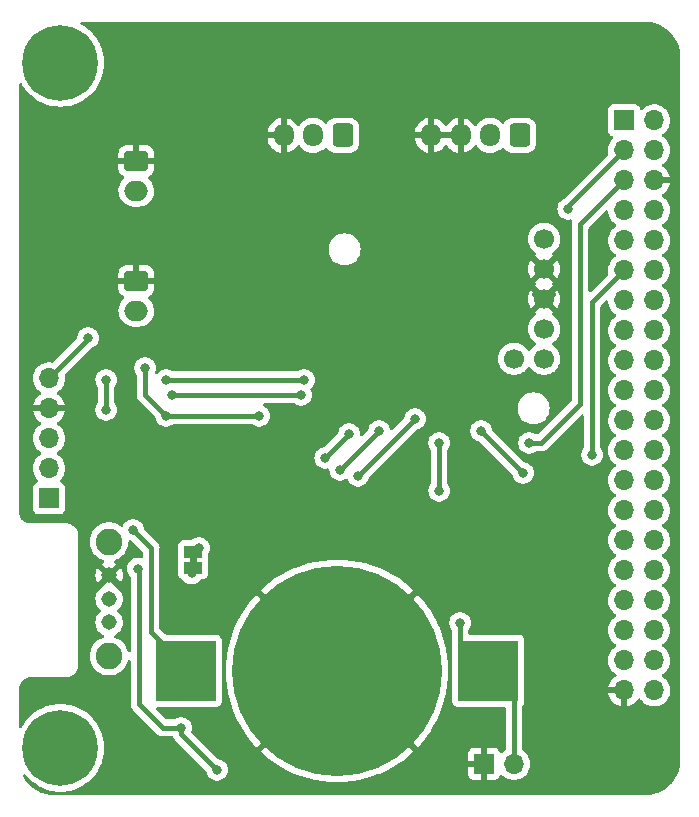
<source format=gbr>
%TF.GenerationSoftware,KiCad,Pcbnew,(6.99.0-2504-g6a9c6e8599)*%
%TF.CreationDate,2023-10-10T08:36:03-07:00*%
%TF.ProjectId,BuoyPower,42756f79-506f-4776-9572-2e6b69636164,rev?*%
%TF.SameCoordinates,Original*%
%TF.FileFunction,Copper,L2,Bot*%
%TF.FilePolarity,Positive*%
%FSLAX46Y46*%
G04 Gerber Fmt 4.6, Leading zero omitted, Abs format (unit mm)*
G04 Created by KiCad (PCBNEW (6.99.0-2504-g6a9c6e8599)) date 2023-10-10 08:36:03*
%MOMM*%
%LPD*%
G01*
G04 APERTURE LIST*
G04 Aperture macros list*
%AMRoundRect*
0 Rectangle with rounded corners*
0 $1 Rounding radius*
0 $2 $3 $4 $5 $6 $7 $8 $9 X,Y pos of 4 corners*
0 Add a 4 corners polygon primitive as box body*
4,1,4,$2,$3,$4,$5,$6,$7,$8,$9,$2,$3,0*
0 Add four circle primitives for the rounded corners*
1,1,$1+$1,$2,$3*
1,1,$1+$1,$4,$5*
1,1,$1+$1,$6,$7*
1,1,$1+$1,$8,$9*
0 Add four rect primitives between the rounded corners*
20,1,$1+$1,$2,$3,$4,$5,0*
20,1,$1+$1,$4,$5,$6,$7,0*
20,1,$1+$1,$6,$7,$8,$9,0*
20,1,$1+$1,$8,$9,$2,$3,0*%
G04 Aperture macros list end*
%TA.AperFunction,ComponentPad*%
%ADD10C,1.308000*%
%TD*%
%TA.AperFunction,ComponentPad*%
%ADD11C,2.250000*%
%TD*%
%TA.AperFunction,ComponentPad*%
%ADD12R,1.700000X1.700000*%
%TD*%
%TA.AperFunction,ComponentPad*%
%ADD13O,1.700000X1.700000*%
%TD*%
%TA.AperFunction,ComponentPad*%
%ADD14RoundRect,0.250000X0.600000X0.725000X-0.600000X0.725000X-0.600000X-0.725000X0.600000X-0.725000X0*%
%TD*%
%TA.AperFunction,ComponentPad*%
%ADD15O,1.700000X1.950000*%
%TD*%
%TA.AperFunction,ComponentPad*%
%ADD16RoundRect,0.250000X-0.750000X0.600000X-0.750000X-0.600000X0.750000X-0.600000X0.750000X0.600000X0*%
%TD*%
%TA.AperFunction,ComponentPad*%
%ADD17O,2.000000X1.700000*%
%TD*%
%TA.AperFunction,ComponentPad*%
%ADD18C,0.800000*%
%TD*%
%TA.AperFunction,ComponentPad*%
%ADD19C,6.400000*%
%TD*%
%TA.AperFunction,ComponentPad*%
%ADD20C,1.700000*%
%TD*%
%TA.AperFunction,SMDPad,CuDef*%
%ADD21R,1.500000X1.000000*%
%TD*%
%TA.AperFunction,SMDPad,CuDef*%
%ADD22R,5.100000X5.100000*%
%TD*%
%TA.AperFunction,SMDPad,CuDef*%
%ADD23C,17.800000*%
%TD*%
%TA.AperFunction,ViaPad*%
%ADD24C,0.800000*%
%TD*%
%TA.AperFunction,Conductor*%
%ADD25C,0.406400*%
%TD*%
G04 APERTURE END LIST*
%TO.C,JP42*%
G36*
X140000000Y-111502000D02*
G01*
X139400000Y-111502000D01*
X139400000Y-111002000D01*
X140000000Y-111002000D01*
X140000000Y-111502000D01*
G37*
%TD*%
D10*
%TO.P,S1,1*%
%TO.N,GND*%
X132588000Y-112554000D03*
%TO.P,S1,2*%
%TO.N,Net-(Q1-G)*%
X132588000Y-114554000D03*
%TO.P,S1,3*%
%TO.N,Net-(S1-Pad3)*%
X132588000Y-116554000D03*
D11*
%TO.P,S1,P$4*%
%TO.N,N/C*%
X132588000Y-109704000D03*
%TO.P,S1,P$5*%
X132588000Y-119404000D03*
%TD*%
D12*
%TO.P,J9,1,Pin_1*%
%TO.N,GND*%
X164332999Y-128523999D03*
D13*
%TO.P,J9,2,Pin_2*%
%TO.N,Net-(BT2-+)*%
X166872999Y-128523999D03*
%TD*%
D14*
%TO.P,J5,1,Pin_1*%
%TO.N,BATT_IN*%
X152360000Y-75311000D03*
D15*
%TO.P,J5,2,Pin_2*%
%TO.N,unconnected-(J5-Pin_2)*%
X149859999Y-75310999D03*
%TO.P,J5,3,Pin_3*%
%TO.N,GND*%
X147359999Y-75310999D03*
%TD*%
D16*
%TO.P,J4,1,Pin_1*%
%TO.N,GND*%
X134895000Y-87650000D03*
D17*
%TO.P,J4,2,Pin_2*%
%TO.N,BATT_IN*%
X134894999Y-90149999D03*
%TD*%
D18*
%TO.P,H3,1*%
%TO.N,N/C*%
X130868000Y-127174000D03*
X130165056Y-128871056D03*
X130165056Y-125476944D03*
X128468000Y-129574000D03*
D19*
X128468000Y-127174000D03*
D18*
X128468000Y-124774000D03*
X126770944Y-128871056D03*
X126770944Y-125476944D03*
X126068000Y-127174000D03*
%TD*%
%TO.P,H2,1*%
%TO.N,N/C*%
X130868000Y-69174000D03*
X130165056Y-70871056D03*
X130165056Y-67476944D03*
X128468000Y-71574000D03*
D19*
X128468000Y-69174000D03*
D18*
X128468000Y-66774000D03*
X126770944Y-70871056D03*
X126770944Y-67476944D03*
X126068000Y-69174000D03*
%TD*%
D12*
%TO.P,J2,1,Pin_1*%
%TO.N,/HOLD*%
X127507999Y-106039999D03*
D13*
%TO.P,J2,2,Pin_2*%
%TO.N,/SCL*%
X127507999Y-103499999D03*
%TO.P,J2,3,Pin_3*%
%TO.N,/SDA*%
X127507999Y-100959999D03*
%TO.P,J2,4,Pin_4*%
%TO.N,GND*%
X127507999Y-98419999D03*
%TO.P,J2,5,Pin_5*%
%TO.N,VBUS*%
X127507999Y-95879999D03*
%TD*%
D20*
%TO.P,J1,1,Pin_1*%
%TO.N,+5V*%
X169418000Y-84074000D03*
%TO.P,J1,2,Pin_2*%
%TO.N,GND*%
X169418000Y-86614000D03*
%TO.P,J1,3,Pin_3*%
X169418000Y-89154000D03*
%TO.P,J1,4,Pin_4*%
%TO.N,/PowerMonitor/VOUT*%
X169418000Y-91694000D03*
%TO.P,J1,5,Pin_5*%
%TO.N,/REG_EN*%
X169418000Y-94234000D03*
%TO.P,J1,6*%
%TO.N,N/C*%
X166878000Y-94234000D03*
%TD*%
D16*
%TO.P,J7,1,Pin_1*%
%TO.N,GND*%
X134895000Y-77490000D03*
D17*
%TO.P,J7,2,Pin_2*%
%TO.N,BATT_IN*%
X134894999Y-79989999D03*
%TD*%
D14*
%TO.P,J8,1,Pin_1*%
%TO.N,BATT_IN*%
X167346000Y-75311000D03*
D15*
%TO.P,J8,2,Pin_2*%
%TO.N,+5V*%
X164845999Y-75310999D03*
%TO.P,J8,3,Pin_3*%
%TO.N,GND*%
X162345999Y-75310999D03*
%TO.P,J8,4,Pin_4*%
X159845999Y-75310999D03*
%TD*%
D12*
%TO.P,J10,1,Pin_1*%
%TO.N,VBUS*%
X176197999Y-74043999D03*
D13*
%TO.P,J10,2,Pin_2*%
%TO.N,+5V*%
X178737999Y-74043999D03*
%TO.P,J10,3,Pin_3*%
%TO.N,/SDA*%
X176197999Y-76583999D03*
%TO.P,J10,4,Pin_4*%
%TO.N,+5V*%
X178737999Y-76583999D03*
%TO.P,J10,5,Pin_5*%
%TO.N,/SCL*%
X176197999Y-79123999D03*
%TO.P,J10,6,Pin_6*%
%TO.N,GND*%
X178737999Y-79123999D03*
%TO.P,J10,7,Pin_7*%
%TO.N,unconnected-(J10-Pin_7)*%
X176197999Y-81663999D03*
%TO.P,J10,8,Pin_8*%
%TO.N,unconnected-(J10-Pin_8)*%
X178737999Y-81663999D03*
%TO.P,J10,9,Pin_9*%
%TO.N,unconnected-(J10-Pin_9)*%
X176197999Y-84203999D03*
%TO.P,J10,10,Pin_10*%
%TO.N,unconnected-(J10-Pin_10)*%
X178737999Y-84203999D03*
%TO.P,J10,11,Pin_11*%
%TO.N,/HOLD*%
X176197999Y-86743999D03*
%TO.P,J10,12,Pin_12*%
%TO.N,unconnected-(J10-Pin_12)*%
X178737999Y-86743999D03*
%TO.P,J10,13,Pin_13*%
%TO.N,unconnected-(J10-Pin_13)*%
X176197999Y-89283999D03*
%TO.P,J10,14,Pin_14*%
%TO.N,unconnected-(J10-Pin_14)*%
X178737999Y-89283999D03*
%TO.P,J10,15,Pin_15*%
%TO.N,unconnected-(J10-Pin_15)*%
X176197999Y-91823999D03*
%TO.P,J10,16,Pin_16*%
%TO.N,unconnected-(J10-Pin_16)*%
X178737999Y-91823999D03*
%TO.P,J10,17,Pin_17*%
%TO.N,unconnected-(J10-Pin_17)*%
X176197999Y-94363999D03*
%TO.P,J10,18,Pin_18*%
%TO.N,unconnected-(J10-Pin_18)*%
X178737999Y-94363999D03*
%TO.P,J10,19,Pin_19*%
%TO.N,unconnected-(J10-Pin_19)*%
X176197999Y-96903999D03*
%TO.P,J10,20,Pin_20*%
%TO.N,unconnected-(J10-Pin_20)*%
X178737999Y-96903999D03*
%TO.P,J10,21,Pin_21*%
%TO.N,unconnected-(J10-Pin_21)*%
X176197999Y-99443999D03*
%TO.P,J10,22,Pin_22*%
%TO.N,unconnected-(J10-Pin_22)*%
X178737999Y-99443999D03*
%TO.P,J10,23,Pin_23*%
%TO.N,unconnected-(J10-Pin_23)*%
X176197999Y-101983999D03*
%TO.P,J10,24,Pin_24*%
%TO.N,unconnected-(J10-Pin_24)*%
X178737999Y-101983999D03*
%TO.P,J10,25,Pin_25*%
%TO.N,unconnected-(J10-Pin_25)*%
X176197999Y-104523999D03*
%TO.P,J10,26,Pin_26*%
%TO.N,unconnected-(J10-Pin_26)*%
X178737999Y-104523999D03*
%TO.P,J10,27,Pin_27*%
%TO.N,unconnected-(J10-Pin_27)*%
X176197999Y-107063999D03*
%TO.P,J10,28,Pin_28*%
%TO.N,unconnected-(J10-Pin_28)*%
X178737999Y-107063999D03*
%TO.P,J10,29,Pin_29*%
%TO.N,unconnected-(J10-Pin_29)*%
X176197999Y-109603999D03*
%TO.P,J10,30,Pin_30*%
%TO.N,unconnected-(J10-Pin_30)*%
X178737999Y-109603999D03*
%TO.P,J10,31,Pin_31*%
%TO.N,unconnected-(J10-Pin_31)*%
X176197999Y-112143999D03*
%TO.P,J10,32,Pin_32*%
%TO.N,unconnected-(J10-Pin_32)*%
X178737999Y-112143999D03*
%TO.P,J10,33,Pin_33*%
%TO.N,unconnected-(J10-Pin_33)*%
X176197999Y-114683999D03*
%TO.P,J10,34,Pin_34*%
%TO.N,unconnected-(J10-Pin_34)*%
X178737999Y-114683999D03*
%TO.P,J10,35,Pin_35*%
%TO.N,unconnected-(J10-Pin_35)*%
X176197999Y-117223999D03*
%TO.P,J10,36,Pin_36*%
%TO.N,unconnected-(J10-Pin_36)*%
X178737999Y-117223999D03*
%TO.P,J10,37,Pin_37*%
%TO.N,unconnected-(J10-Pin_37)*%
X176197999Y-119763999D03*
%TO.P,J10,38,Pin_38*%
%TO.N,unconnected-(J10-Pin_38)*%
X178737999Y-119763999D03*
%TO.P,J10,39,Pin_39*%
%TO.N,GND*%
X176197999Y-122303999D03*
%TO.P,J10,40,Pin_40*%
%TO.N,unconnected-(J10-Pin_40)*%
X178737999Y-122303999D03*
%TD*%
D21*
%TO.P,JP42,1,A*%
%TO.N,N/C*%
X139699999Y-110601999D03*
%TO.P,JP42,2,B*%
X139699999Y-111901999D03*
%TD*%
D22*
%TO.P,BT2,1,+*%
%TO.N,Net-(BT2-+)*%
X139091999Y-120649999D03*
X164691999Y-120649999D03*
D23*
%TO.P,BT2,2,-*%
%TO.N,GND*%
X151892000Y-120650000D03*
%TD*%
D24*
%TO.N,VCC*%
X135000000Y-112000000D03*
%TO.N,GND*%
X146050000Y-121539000D03*
X148336000Y-78359000D03*
X167259000Y-116205000D03*
X165735000Y-87884000D03*
X158750000Y-78359000D03*
X145542000Y-125730000D03*
X154686000Y-104902000D03*
X166751000Y-88900000D03*
X153924000Y-118745000D03*
X160782000Y-80391000D03*
X168300400Y-118745000D03*
X140081000Y-84582000D03*
X160782000Y-78359000D03*
X167259000Y-113665000D03*
X143129000Y-108839000D03*
X140081000Y-76474000D03*
X153924000Y-116205000D03*
X164719000Y-88900000D03*
X148971000Y-105283000D03*
X138049000Y-76474000D03*
X143002000Y-116205000D03*
X168275000Y-117500400D03*
X147574000Y-115189000D03*
X140081000Y-78506000D03*
X158750000Y-80391000D03*
X153924000Y-114935000D03*
X148336000Y-80391000D03*
X166751000Y-86868000D03*
X138049000Y-84582000D03*
X139065000Y-85598000D03*
X140081000Y-86614000D03*
X164719000Y-86868000D03*
X146304000Y-78359000D03*
X147320000Y-79375000D03*
X138049000Y-86614000D03*
X139954000Y-74422000D03*
X142113000Y-114554000D03*
X154686000Y-107442000D03*
X167259000Y-114935000D03*
X139065000Y-77490000D03*
X146304000Y-80391000D03*
X141478000Y-108839000D03*
X138049000Y-78506000D03*
X153924000Y-117475000D03*
X159766000Y-79375000D03*
%TO.N,VBUS*%
X130810000Y-92456000D03*
X137414000Y-99060000D03*
X145288000Y-99060000D03*
X135636000Y-94996000D03*
%TO.N,/REG_EN*%
X153670000Y-104140000D03*
X158496000Y-99314000D03*
X139573000Y-112395000D03*
X140208000Y-110236000D03*
%TO.N,/SDA*%
X132334000Y-96012000D03*
X171450000Y-81534000D03*
X167640000Y-103886000D03*
X155448000Y-100330000D03*
X152146000Y-103632000D03*
X164084000Y-100330000D03*
X132334000Y-98552000D03*
X137414000Y-96012000D03*
X149098000Y-96012000D03*
%TO.N,/SCL*%
X160528000Y-101346000D03*
X160528000Y-105410000D03*
X150876000Y-102616000D03*
X148844000Y-97282000D03*
X137922000Y-97282000D03*
X168148000Y-101346000D03*
X152908000Y-100584000D03*
%TO.N,/HOLD*%
X173482000Y-102362000D03*
%TO.N,Net-(BT2-+)*%
X162306000Y-116586000D03*
X134620000Y-108712000D03*
%TO.N,VCC*%
X138684000Y-125476000D03*
X141732000Y-129032000D03*
%TD*%
D25*
%TO.N,VCC*%
X135128000Y-112128000D02*
X135000000Y-112000000D01*
X135128000Y-115094000D02*
X135128000Y-112128000D01*
%TO.N,GND*%
X159766000Y-128524000D02*
X151892000Y-120650000D01*
X170180000Y-88773000D02*
X168529000Y-88773000D01*
X164333000Y-128524000D02*
X159766000Y-128524000D01*
%TO.N,VBUS*%
X136906000Y-98552000D02*
X135636000Y-97282000D01*
X130810000Y-92578000D02*
X127508000Y-95880000D01*
X145288000Y-99060000D02*
X137414000Y-99060000D01*
X135636000Y-97282000D02*
X135636000Y-94996000D01*
X130810000Y-92456000D02*
X130810000Y-92578000D01*
X137414000Y-99060000D02*
X136906000Y-98552000D01*
%TO.N,/REG_EN*%
X139573000Y-112395000D02*
X139573000Y-110871000D01*
X139573000Y-110871000D02*
X140208000Y-110236000D01*
X153670000Y-104140000D02*
X158496000Y-99314000D01*
%TO.N,/SDA*%
X171450000Y-81332000D02*
X171450000Y-81534000D01*
X176198000Y-76584000D02*
X171450000Y-81332000D01*
X152146000Y-103632000D02*
X155448000Y-100330000D01*
X132334000Y-98552000D02*
X132334000Y-96012000D01*
X167640000Y-103886000D02*
X164084000Y-100330000D01*
X137414000Y-96012000D02*
X149098000Y-96012000D01*
%TO.N,/SCL*%
X150876000Y-102616000D02*
X152908000Y-100584000D01*
X176198000Y-79124000D02*
X172466000Y-82856000D01*
X169164000Y-101346000D02*
X168148000Y-101346000D01*
X137922000Y-97282000D02*
X148844000Y-97282000D01*
X172466000Y-82856000D02*
X172466000Y-98044000D01*
X172466000Y-98044000D02*
X169164000Y-101346000D01*
X160528000Y-105410000D02*
X160528000Y-101346000D01*
%TO.N,/HOLD*%
X173482000Y-89460000D02*
X173482000Y-91186000D01*
X176198000Y-86744000D02*
X173482000Y-89460000D01*
X173482000Y-91186000D02*
X173482000Y-102362000D01*
%TO.N,Net-(BT2-+)*%
X139092000Y-120650000D02*
X139092000Y-120296000D01*
X166873000Y-122831000D02*
X164692000Y-120650000D01*
X164692000Y-120650000D02*
X162306000Y-118264000D01*
X136144000Y-117348000D02*
X136144000Y-110744000D01*
X163322000Y-119280000D02*
X163322000Y-118364000D01*
X136144000Y-110236000D02*
X134620000Y-108712000D01*
X138811000Y-120650000D02*
X139092000Y-120650000D01*
X164692000Y-120650000D02*
X163322000Y-119280000D01*
X166873000Y-128524000D02*
X166873000Y-122831000D01*
X139092000Y-120650000D02*
X139092000Y-121842200D01*
X162306000Y-118264000D02*
X162306000Y-116586000D01*
X136144000Y-110744000D02*
X136144000Y-110236000D01*
X139092000Y-120296000D02*
X136144000Y-117348000D01*
%TO.N,VCC*%
X141732000Y-129032000D02*
X138684000Y-125984000D01*
X135128000Y-123444000D02*
X135128000Y-115094000D01*
X137160000Y-125476000D02*
X135128000Y-123444000D01*
X138684000Y-125476000D02*
X137160000Y-125476000D01*
X138684000Y-125984000D02*
X138684000Y-125476000D01*
%TD*%
%TA.AperFunction,Conductor*%
%TO.N,GND*%
G36*
X177971301Y-65674673D02*
G01*
X178101487Y-65681496D01*
X178281790Y-65691622D01*
X178294421Y-65692973D01*
X178443061Y-65716515D01*
X178444150Y-65716694D01*
X178532176Y-65731650D01*
X178603217Y-65743721D01*
X178614721Y-65746234D01*
X178763562Y-65786115D01*
X178765832Y-65786746D01*
X178917080Y-65830320D01*
X178927346Y-65833762D01*
X178999017Y-65861274D01*
X179072618Y-65889527D01*
X179075681Y-65890749D01*
X179219685Y-65950397D01*
X179228671Y-65954539D01*
X179368063Y-66025564D01*
X179371759Y-66027526D01*
X179507476Y-66102534D01*
X179515152Y-66107140D01*
X179646698Y-66192567D01*
X179650952Y-66195455D01*
X179777123Y-66284978D01*
X179783477Y-66289799D01*
X179905529Y-66388635D01*
X179910195Y-66392604D01*
X180025387Y-66495546D01*
X180030522Y-66500402D01*
X180141598Y-66611478D01*
X180146454Y-66616613D01*
X180249396Y-66731805D01*
X180253365Y-66736471D01*
X180352201Y-66858523D01*
X180357022Y-66864877D01*
X180446545Y-66991048D01*
X180449433Y-66995302D01*
X180534860Y-67126848D01*
X180539466Y-67134524D01*
X180614467Y-67270228D01*
X180616436Y-67273937D01*
X180639982Y-67320147D01*
X180687461Y-67413330D01*
X180691603Y-67422315D01*
X180751251Y-67566319D01*
X180752473Y-67569382D01*
X180808235Y-67714646D01*
X180811680Y-67724920D01*
X180855254Y-67876168D01*
X180855885Y-67878438D01*
X180895766Y-68027279D01*
X180898279Y-68038783D01*
X180910350Y-68109824D01*
X180925306Y-68197850D01*
X180925485Y-68198939D01*
X180949026Y-68347572D01*
X180950378Y-68360210D01*
X180958173Y-68499000D01*
X180960503Y-68540486D01*
X180967327Y-68670699D01*
X180967500Y-68677293D01*
X180967500Y-128170707D01*
X180967327Y-128177301D01*
X180960518Y-128307224D01*
X180952917Y-128442585D01*
X180950379Y-128487783D01*
X180949027Y-128500421D01*
X180925485Y-128649061D01*
X180925306Y-128650150D01*
X180918979Y-128687393D01*
X180898279Y-128809217D01*
X180895766Y-128820721D01*
X180855885Y-128969562D01*
X180855254Y-128971832D01*
X180811680Y-129123080D01*
X180808238Y-129133346D01*
X180793096Y-129172791D01*
X180752473Y-129278618D01*
X180751251Y-129281681D01*
X180691603Y-129425685D01*
X180687461Y-129434670D01*
X180616436Y-129574063D01*
X180614474Y-129577759D01*
X180539466Y-129713476D01*
X180534863Y-129721147D01*
X180453587Y-129846302D01*
X180449433Y-129852698D01*
X180446545Y-129856952D01*
X180357022Y-129983123D01*
X180352201Y-129989477D01*
X180253365Y-130111529D01*
X180249396Y-130116195D01*
X180146454Y-130231387D01*
X180141598Y-130236522D01*
X180030522Y-130347598D01*
X180025387Y-130352454D01*
X179910195Y-130455396D01*
X179905529Y-130459365D01*
X179783477Y-130558201D01*
X179777123Y-130563022D01*
X179650952Y-130652545D01*
X179646709Y-130655426D01*
X179567772Y-130706688D01*
X179515152Y-130740860D01*
X179507481Y-130745463D01*
X179371759Y-130820474D01*
X179368063Y-130822436D01*
X179236507Y-130889468D01*
X179228670Y-130893461D01*
X179219685Y-130897603D01*
X179075681Y-130957251D01*
X179072618Y-130958473D01*
X179019006Y-130979053D01*
X178927346Y-131014238D01*
X178917080Y-131017680D01*
X178765832Y-131061254D01*
X178763562Y-131061885D01*
X178614721Y-131101766D01*
X178603217Y-131104279D01*
X178532176Y-131116350D01*
X178444150Y-131131306D01*
X178443061Y-131131485D01*
X178294421Y-131155027D01*
X178281790Y-131156378D01*
X178101487Y-131166504D01*
X177971301Y-131173327D01*
X177964707Y-131173500D01*
X127971293Y-131173500D01*
X127964699Y-131173327D01*
X127834513Y-131166504D01*
X127654210Y-131156378D01*
X127641579Y-131155027D01*
X127492939Y-131131485D01*
X127491850Y-131131306D01*
X127403824Y-131116350D01*
X127332783Y-131104279D01*
X127321279Y-131101766D01*
X127172438Y-131061885D01*
X127170168Y-131061254D01*
X127018920Y-131017680D01*
X127008654Y-131014238D01*
X126916994Y-130979053D01*
X126863382Y-130958473D01*
X126860319Y-130957251D01*
X126716315Y-130897603D01*
X126707330Y-130893461D01*
X126699493Y-130889468D01*
X126567937Y-130822436D01*
X126564241Y-130820474D01*
X126428519Y-130745463D01*
X126420848Y-130740860D01*
X126368228Y-130706688D01*
X126289291Y-130655426D01*
X126285048Y-130652545D01*
X126158877Y-130563022D01*
X126152523Y-130558201D01*
X126030471Y-130459365D01*
X126025805Y-130455396D01*
X125910613Y-130352454D01*
X125905478Y-130347598D01*
X125794403Y-130236523D01*
X125789547Y-130231388D01*
X125686604Y-130116195D01*
X125682635Y-130111529D01*
X125583799Y-129989477D01*
X125578978Y-129983123D01*
X125489455Y-129856952D01*
X125486567Y-129852698D01*
X125482414Y-129846302D01*
X125401137Y-129721147D01*
X125396534Y-129713475D01*
X125323059Y-129580531D01*
X125307614Y-129511235D01*
X125332085Y-129444589D01*
X125388703Y-129401753D01*
X125459492Y-129396328D01*
X125521977Y-129430035D01*
X125531257Y-129440289D01*
X125706183Y-129656305D01*
X125706191Y-129656314D01*
X125708266Y-129658876D01*
X125983124Y-129933734D01*
X125985682Y-129935806D01*
X125985686Y-129935809D01*
X126117667Y-130042685D01*
X126285207Y-130178357D01*
X126287970Y-130180152D01*
X126287971Y-130180152D01*
X126553294Y-130352454D01*
X126611205Y-130390062D01*
X126614139Y-130391557D01*
X126614146Y-130391561D01*
X126844687Y-130509027D01*
X126957547Y-130566532D01*
X127320438Y-130705833D01*
X127695901Y-130806438D01*
X127899793Y-130838732D01*
X128076576Y-130866732D01*
X128076584Y-130866733D01*
X128079824Y-130867246D01*
X128468000Y-130887589D01*
X128856176Y-130867246D01*
X128859416Y-130866733D01*
X128859424Y-130866732D01*
X129036207Y-130838732D01*
X129240099Y-130806438D01*
X129615562Y-130705833D01*
X129978453Y-130566532D01*
X130091313Y-130509027D01*
X130321854Y-130391561D01*
X130321861Y-130391557D01*
X130324795Y-130390062D01*
X130382707Y-130352454D01*
X130648029Y-130180152D01*
X130648030Y-130180152D01*
X130650793Y-130178357D01*
X130818333Y-130042685D01*
X130950314Y-129935809D01*
X130950318Y-129935806D01*
X130952876Y-129933734D01*
X131227734Y-129658876D01*
X131253405Y-129627176D01*
X131409293Y-129434670D01*
X131472357Y-129356793D01*
X131638538Y-129100896D01*
X131682264Y-129033564D01*
X131682266Y-129033561D01*
X131684062Y-129030795D01*
X131686794Y-129025435D01*
X131859034Y-128687393D01*
X131860532Y-128684453D01*
X131953431Y-128442443D01*
X131998647Y-128324652D01*
X131998648Y-128324650D01*
X131999833Y-128321562D01*
X132100438Y-127946099D01*
X132142125Y-127682899D01*
X132160732Y-127565424D01*
X132160733Y-127565416D01*
X132161246Y-127562176D01*
X132181589Y-127174000D01*
X132161246Y-126785824D01*
X132100438Y-126401901D01*
X131999833Y-126026438D01*
X131860532Y-125663547D01*
X131761627Y-125469435D01*
X131685561Y-125320147D01*
X131685557Y-125320140D01*
X131684062Y-125317206D01*
X131668106Y-125292635D01*
X131474152Y-124993971D01*
X131474152Y-124993970D01*
X131472357Y-124991207D01*
X131269124Y-124740236D01*
X131229809Y-124691686D01*
X131229806Y-124691682D01*
X131227734Y-124689124D01*
X130952876Y-124414266D01*
X130650793Y-124169643D01*
X130324795Y-123957938D01*
X130321861Y-123956443D01*
X130321854Y-123956439D01*
X129981393Y-123782966D01*
X129978453Y-123781468D01*
X129654951Y-123657287D01*
X129618652Y-123643353D01*
X129618650Y-123643352D01*
X129615562Y-123642167D01*
X129240099Y-123541562D01*
X129036207Y-123509268D01*
X128859424Y-123481268D01*
X128859416Y-123481267D01*
X128856176Y-123480754D01*
X128468000Y-123460411D01*
X128079824Y-123480754D01*
X128076584Y-123481267D01*
X128076576Y-123481268D01*
X127899793Y-123509268D01*
X127695901Y-123541562D01*
X127320438Y-123642167D01*
X127317350Y-123643352D01*
X127317348Y-123643353D01*
X127281049Y-123657287D01*
X126957547Y-123781468D01*
X126954607Y-123782966D01*
X126614147Y-123956439D01*
X126614140Y-123956443D01*
X126611206Y-123957938D01*
X126285207Y-124169643D01*
X125983124Y-124414266D01*
X125708266Y-124689124D01*
X125706194Y-124691682D01*
X125706191Y-124691686D01*
X125666876Y-124740236D01*
X125463643Y-124991207D01*
X125461848Y-124993970D01*
X125461848Y-124993971D01*
X125267895Y-125292635D01*
X125251938Y-125317206D01*
X125250443Y-125320140D01*
X125250439Y-125320147D01*
X125206767Y-125405859D01*
X125158019Y-125457474D01*
X125089104Y-125474540D01*
X125021902Y-125451639D01*
X124977750Y-125396042D01*
X124968500Y-125348656D01*
X124968500Y-122179507D01*
X124968980Y-122168524D01*
X124972423Y-122129174D01*
X124972550Y-122127807D01*
X124984901Y-122002404D01*
X124988587Y-121982144D01*
X125003496Y-121926503D01*
X125005865Y-121917662D01*
X125006994Y-121913709D01*
X125034641Y-121822570D01*
X125041020Y-121805896D01*
X125071655Y-121740199D01*
X125074728Y-121734053D01*
X125116948Y-121655065D01*
X125124857Y-121642191D01*
X125167584Y-121581170D01*
X125173398Y-121573506D01*
X125229114Y-121505616D01*
X125237418Y-121496455D01*
X125290455Y-121443418D01*
X125299616Y-121435114D01*
X125367506Y-121379398D01*
X125375170Y-121373584D01*
X125436191Y-121330857D01*
X125449065Y-121322948D01*
X125482082Y-121305300D01*
X125528060Y-121280725D01*
X125534192Y-121277659D01*
X125599896Y-121247020D01*
X125616570Y-121240641D01*
X125707709Y-121212994D01*
X125711662Y-121211865D01*
X125776145Y-121194587D01*
X125796404Y-121190901D01*
X125921807Y-121178550D01*
X125923174Y-121178423D01*
X125962524Y-121174980D01*
X125973507Y-121174500D01*
X129055532Y-121174500D01*
X129227938Y-121144101D01*
X129233101Y-121142222D01*
X129233104Y-121142221D01*
X129387277Y-121086106D01*
X129392445Y-121084225D01*
X129544055Y-120996692D01*
X129678163Y-120884163D01*
X129790692Y-120750055D01*
X129878225Y-120598445D01*
X129908288Y-120515849D01*
X129936221Y-120439104D01*
X129936222Y-120439101D01*
X129938101Y-120433938D01*
X129968500Y-120261532D01*
X129968500Y-119404000D01*
X130949449Y-119404000D01*
X130969622Y-119660326D01*
X130970776Y-119665133D01*
X130970777Y-119665139D01*
X130994512Y-119764000D01*
X131029645Y-119910340D01*
X131031538Y-119914911D01*
X131031539Y-119914913D01*
X131064061Y-119993427D01*
X131128040Y-120147887D01*
X131262384Y-120367116D01*
X131429369Y-120562631D01*
X131624884Y-120729616D01*
X131844113Y-120863960D01*
X131848683Y-120865853D01*
X131848687Y-120865855D01*
X132077087Y-120960461D01*
X132081660Y-120962355D01*
X132126829Y-120973199D01*
X132326861Y-121021223D01*
X132326867Y-121021224D01*
X132331674Y-121022378D01*
X132588000Y-121042551D01*
X132844326Y-121022378D01*
X132849133Y-121021224D01*
X132849139Y-121021223D01*
X133049171Y-120973199D01*
X133094340Y-120962355D01*
X133098913Y-120960461D01*
X133327313Y-120865855D01*
X133327317Y-120865853D01*
X133331887Y-120863960D01*
X133551116Y-120729616D01*
X133746631Y-120562631D01*
X133913616Y-120367116D01*
X134047960Y-120147887D01*
X134111940Y-119993427D01*
X134144461Y-119914913D01*
X134144462Y-119914911D01*
X134146355Y-119910340D01*
X134167781Y-119821094D01*
X134203133Y-119759525D01*
X134266160Y-119726842D01*
X134336851Y-119733422D01*
X134392762Y-119777177D01*
X134416300Y-119850508D01*
X134416300Y-123418685D01*
X134416070Y-123426294D01*
X134415121Y-123441988D01*
X134412380Y-123487287D01*
X134422484Y-123542417D01*
X134423398Y-123547407D01*
X134424541Y-123554919D01*
X134431906Y-123615572D01*
X134434607Y-123622693D01*
X134434607Y-123622694D01*
X134435556Y-123625195D01*
X134441680Y-123647163D01*
X134443535Y-123657287D01*
X134466729Y-123708821D01*
X134468611Y-123713003D01*
X134471524Y-123720035D01*
X134493193Y-123777173D01*
X134497518Y-123783439D01*
X134497519Y-123783441D01*
X134499042Y-123785647D01*
X134510242Y-123805505D01*
X134514467Y-123814893D01*
X134550812Y-123861283D01*
X134552149Y-123862990D01*
X134556650Y-123869107D01*
X134591372Y-123919411D01*
X134597073Y-123924462D01*
X134597077Y-123924466D01*
X134637118Y-123959938D01*
X134642660Y-123965156D01*
X136638844Y-125961340D01*
X136644062Y-125966882D01*
X136679534Y-126006923D01*
X136679538Y-126006927D01*
X136684589Y-126012628D01*
X136734893Y-126047350D01*
X136741001Y-126051844D01*
X136789107Y-126089533D01*
X136798495Y-126093758D01*
X136818353Y-126104958D01*
X136820559Y-126106481D01*
X136820561Y-126106482D01*
X136826827Y-126110807D01*
X136833953Y-126113509D01*
X136833952Y-126113509D01*
X136883964Y-126132476D01*
X136890986Y-126135384D01*
X136920315Y-126148584D01*
X136939760Y-126157336D01*
X136939762Y-126157337D01*
X136946713Y-126160465D01*
X136956837Y-126162320D01*
X136978801Y-126168443D01*
X136988428Y-126172094D01*
X136995992Y-126173012D01*
X136995994Y-126173013D01*
X137017809Y-126175662D01*
X137049081Y-126179459D01*
X137056580Y-126180600D01*
X137116713Y-126191620D01*
X137124318Y-126191160D01*
X137124320Y-126191160D01*
X137177706Y-126187930D01*
X137185315Y-126187700D01*
X137913119Y-126187700D01*
X137981240Y-126207702D01*
X138027733Y-126261358D01*
X138030931Y-126269020D01*
X138049193Y-126317173D01*
X138053518Y-126323439D01*
X138053519Y-126323441D01*
X138055042Y-126325647D01*
X138066242Y-126345505D01*
X138070467Y-126354893D01*
X138107296Y-126401901D01*
X138108149Y-126402990D01*
X138112650Y-126409107D01*
X138147372Y-126459411D01*
X138153073Y-126464462D01*
X138153077Y-126464466D01*
X138193118Y-126499938D01*
X138198660Y-126505156D01*
X140797867Y-129104363D01*
X140831893Y-129166675D01*
X140834081Y-129180285D01*
X140838458Y-129221928D01*
X140897473Y-129403556D01*
X140992960Y-129568944D01*
X140997378Y-129573851D01*
X140997379Y-129573852D01*
X141045392Y-129627176D01*
X141120747Y-129710866D01*
X141275248Y-129823118D01*
X141281276Y-129825802D01*
X141281278Y-129825803D01*
X141443681Y-129898109D01*
X141449712Y-129900794D01*
X141543112Y-129920647D01*
X141630056Y-129939128D01*
X141630061Y-129939128D01*
X141636513Y-129940500D01*
X141827487Y-129940500D01*
X141833939Y-129939128D01*
X141833944Y-129939128D01*
X141920888Y-129920647D01*
X142014288Y-129900794D01*
X142020319Y-129898109D01*
X142182722Y-129825803D01*
X142182724Y-129825802D01*
X142188752Y-129823118D01*
X142343253Y-129710866D01*
X142418608Y-129627176D01*
X142466621Y-129573852D01*
X142466622Y-129573851D01*
X142471040Y-129568944D01*
X142566527Y-129403556D01*
X142625542Y-129221928D01*
X142629919Y-129180289D01*
X142644814Y-129038565D01*
X142645504Y-129032000D01*
X142625542Y-128842072D01*
X142566527Y-128660444D01*
X142471040Y-128495056D01*
X142464492Y-128487783D01*
X142347675Y-128358045D01*
X142347674Y-128358044D01*
X142343253Y-128353134D01*
X142228829Y-128270000D01*
X142194094Y-128244763D01*
X142194093Y-128244762D01*
X142188752Y-128240882D01*
X142182724Y-128238198D01*
X142182722Y-128238197D01*
X142020319Y-128165891D01*
X142020318Y-128165891D01*
X142014288Y-128163206D01*
X141867178Y-128131936D01*
X141804281Y-128097785D01*
X141187378Y-127480882D01*
X145426658Y-127480882D01*
X145426710Y-127481618D01*
X145432108Y-127489723D01*
X145684051Y-127725693D01*
X145687143Y-127728404D01*
X146160125Y-128116571D01*
X146163363Y-128119056D01*
X146660716Y-128475454D01*
X146664153Y-128477750D01*
X147183726Y-128800841D01*
X147187300Y-128802905D01*
X147726892Y-129091322D01*
X147730604Y-129093153D01*
X148287918Y-129345669D01*
X148291706Y-129347238D01*
X148864341Y-129562762D01*
X148868249Y-129564089D01*
X149453767Y-129741704D01*
X149457733Y-129742766D01*
X150053585Y-129881699D01*
X150057650Y-129882508D01*
X150661303Y-129982172D01*
X150665422Y-129982714D01*
X151274316Y-130042685D01*
X151278397Y-130042953D01*
X151889953Y-130062973D01*
X151894047Y-130062973D01*
X152505603Y-130042953D01*
X152509684Y-130042685D01*
X153118578Y-129982714D01*
X153122697Y-129982172D01*
X153726350Y-129882508D01*
X153730415Y-129881699D01*
X154326267Y-129742766D01*
X154330233Y-129741704D01*
X154915751Y-129564089D01*
X154919659Y-129562762D01*
X155301034Y-129419223D01*
X162975000Y-129419223D01*
X162975360Y-129425938D01*
X162980662Y-129475257D01*
X162984259Y-129490478D01*
X163029405Y-129611520D01*
X163037954Y-129627176D01*
X163114698Y-129729693D01*
X163127307Y-129742302D01*
X163229824Y-129819046D01*
X163245480Y-129827595D01*
X163366522Y-129872741D01*
X163381743Y-129876338D01*
X163431062Y-129881640D01*
X163437777Y-129882000D01*
X164060885Y-129882000D01*
X164076124Y-129877525D01*
X164077329Y-129876135D01*
X164079000Y-129868452D01*
X164079000Y-128796115D01*
X164074525Y-128780876D01*
X164073135Y-128779671D01*
X164065452Y-128778000D01*
X162993115Y-128778000D01*
X162977876Y-128782475D01*
X162976671Y-128783865D01*
X162975000Y-128791548D01*
X162975000Y-129419223D01*
X155301034Y-129419223D01*
X155492294Y-129347238D01*
X155496082Y-129345669D01*
X156053396Y-129093153D01*
X156057108Y-129091322D01*
X156596700Y-128802905D01*
X156600274Y-128800841D01*
X157119847Y-128477750D01*
X157123284Y-128475454D01*
X157435274Y-128251885D01*
X162975000Y-128251885D01*
X162979475Y-128267124D01*
X162980865Y-128268329D01*
X162988548Y-128270000D01*
X164060885Y-128270000D01*
X164076124Y-128265525D01*
X164077329Y-128264135D01*
X164079000Y-128256452D01*
X164079000Y-127184115D01*
X164074525Y-127168876D01*
X164073135Y-127167671D01*
X164065452Y-127166000D01*
X163437777Y-127166000D01*
X163431062Y-127166360D01*
X163381743Y-127171662D01*
X163366522Y-127175259D01*
X163245480Y-127220405D01*
X163229824Y-127228954D01*
X163127307Y-127305698D01*
X163114698Y-127318307D01*
X163037954Y-127420824D01*
X163029405Y-127436480D01*
X162984259Y-127557522D01*
X162980662Y-127572743D01*
X162975360Y-127622062D01*
X162975000Y-127628777D01*
X162975000Y-128251885D01*
X157435274Y-128251885D01*
X157620637Y-128119056D01*
X157623875Y-128116571D01*
X158096857Y-127728404D01*
X158099949Y-127725693D01*
X158349319Y-127492133D01*
X158357382Y-127478451D01*
X158357353Y-127477711D01*
X158352221Y-127469431D01*
X151904812Y-121022022D01*
X151890868Y-121014408D01*
X151889035Y-121014539D01*
X151882420Y-121018790D01*
X145434272Y-127466938D01*
X145426658Y-127480882D01*
X141187378Y-127480882D01*
X139581837Y-125875341D01*
X139547811Y-125813029D01*
X139551099Y-125747309D01*
X139575501Y-125672211D01*
X139575502Y-125672207D01*
X139577542Y-125665928D01*
X139597504Y-125476000D01*
X139584120Y-125348656D01*
X139578232Y-125292635D01*
X139578232Y-125292633D01*
X139577542Y-125286072D01*
X139518527Y-125104444D01*
X139423040Y-124939056D01*
X139295253Y-124797134D01*
X139140752Y-124684882D01*
X139134724Y-124682198D01*
X139134722Y-124682197D01*
X138972319Y-124609891D01*
X138972318Y-124609891D01*
X138966288Y-124607206D01*
X138872888Y-124587353D01*
X138785944Y-124568872D01*
X138785939Y-124568872D01*
X138779487Y-124567500D01*
X138588513Y-124567500D01*
X138582061Y-124568872D01*
X138582056Y-124568872D01*
X138495112Y-124587353D01*
X138401712Y-124607206D01*
X138395682Y-124609891D01*
X138395681Y-124609891D01*
X138233278Y-124682197D01*
X138233276Y-124682198D01*
X138227248Y-124684882D01*
X138221907Y-124688762D01*
X138221906Y-124688763D01*
X138151060Y-124740236D01*
X138084192Y-124764094D01*
X138076999Y-124764300D01*
X137506986Y-124764300D01*
X137438865Y-124744298D01*
X137417891Y-124727395D01*
X136614091Y-123923595D01*
X136580065Y-123861283D01*
X136585130Y-123790468D01*
X136627677Y-123733632D01*
X136694197Y-123708821D01*
X136703186Y-123708500D01*
X141690638Y-123708500D01*
X141693985Y-123708140D01*
X141693988Y-123708140D01*
X141714295Y-123705957D01*
X141751201Y-123701989D01*
X141888204Y-123650889D01*
X141899856Y-123642167D01*
X141998050Y-123568659D01*
X142005261Y-123563261D01*
X142062135Y-123487287D01*
X142087489Y-123453418D01*
X142087490Y-123453416D01*
X142092889Y-123446204D01*
X142143989Y-123309201D01*
X142150500Y-123248638D01*
X142150500Y-120652047D01*
X142479027Y-120652047D01*
X142499047Y-121263603D01*
X142499315Y-121267684D01*
X142559286Y-121876578D01*
X142559828Y-121880697D01*
X142659492Y-122484350D01*
X142660301Y-122488415D01*
X142799234Y-123084267D01*
X142800296Y-123088233D01*
X142977911Y-123673751D01*
X142979238Y-123677659D01*
X143194762Y-124250294D01*
X143196331Y-124254082D01*
X143448847Y-124811396D01*
X143450678Y-124815108D01*
X143739095Y-125354700D01*
X143741159Y-125358274D01*
X144064250Y-125877847D01*
X144066546Y-125881284D01*
X144422944Y-126378637D01*
X144425429Y-126381875D01*
X144813596Y-126854857D01*
X144816307Y-126857949D01*
X145049867Y-127107319D01*
X145063549Y-127115382D01*
X145064289Y-127115353D01*
X145072569Y-127110221D01*
X151519978Y-120662812D01*
X151526356Y-120651132D01*
X152256408Y-120651132D01*
X152256539Y-120652965D01*
X152260790Y-120659580D01*
X158708938Y-127107728D01*
X158722882Y-127115342D01*
X158723618Y-127115290D01*
X158731723Y-127109892D01*
X158967693Y-126857949D01*
X158970404Y-126854857D01*
X159358571Y-126381875D01*
X159361056Y-126378637D01*
X159717454Y-125881284D01*
X159719750Y-125877847D01*
X160042841Y-125358274D01*
X160044905Y-125354700D01*
X160333322Y-124815108D01*
X160335153Y-124811396D01*
X160587669Y-124254082D01*
X160589238Y-124250294D01*
X160804762Y-123677659D01*
X160806089Y-123673751D01*
X160983704Y-123088233D01*
X160984766Y-123084267D01*
X161123699Y-122488415D01*
X161124508Y-122484350D01*
X161224172Y-121880697D01*
X161224714Y-121876578D01*
X161284685Y-121267684D01*
X161284953Y-121263603D01*
X161304973Y-120652047D01*
X161304973Y-120647953D01*
X161284953Y-120036397D01*
X161284685Y-120032316D01*
X161224714Y-119423422D01*
X161224172Y-119419303D01*
X161124508Y-118815650D01*
X161123699Y-118811585D01*
X160984766Y-118215733D01*
X160983704Y-118211767D01*
X160806089Y-117626249D01*
X160804762Y-117622341D01*
X160589238Y-117049706D01*
X160587669Y-117045918D01*
X160379283Y-116586000D01*
X161392496Y-116586000D01*
X161393186Y-116592565D01*
X161411070Y-116762718D01*
X161412458Y-116775928D01*
X161471473Y-116957556D01*
X161474776Y-116963278D01*
X161474777Y-116963279D01*
X161563657Y-117117224D01*
X161563660Y-117117228D01*
X161566960Y-117122944D01*
X161570391Y-117126755D01*
X161594300Y-117200340D01*
X161594300Y-118238685D01*
X161594070Y-118246293D01*
X161590380Y-118307287D01*
X161600992Y-118365189D01*
X161601398Y-118367407D01*
X161602541Y-118374919D01*
X161609906Y-118435572D01*
X161612607Y-118442693D01*
X161612607Y-118442694D01*
X161613556Y-118445195D01*
X161619680Y-118467163D01*
X161621535Y-118477287D01*
X161624664Y-118484240D01*
X161626931Y-118491514D01*
X161625161Y-118492066D01*
X161633500Y-118530919D01*
X161633500Y-123248638D01*
X161640011Y-123309201D01*
X161691111Y-123446204D01*
X161696510Y-123453416D01*
X161696511Y-123453418D01*
X161721865Y-123487287D01*
X161778739Y-123563261D01*
X161785950Y-123568659D01*
X161884145Y-123642167D01*
X161895796Y-123650889D01*
X162032799Y-123701989D01*
X162069705Y-123705957D01*
X162090012Y-123708140D01*
X162090015Y-123708140D01*
X162093362Y-123708500D01*
X166035300Y-123708500D01*
X166103421Y-123728502D01*
X166149914Y-123782158D01*
X166161300Y-123834500D01*
X166161300Y-127294847D01*
X166141298Y-127362968D01*
X166112691Y-127394278D01*
X165949760Y-127521094D01*
X165916225Y-127557522D01*
X165888375Y-127587775D01*
X165827521Y-127624346D01*
X165756557Y-127622211D01*
X165698012Y-127582049D01*
X165677618Y-127546469D01*
X165636595Y-127436480D01*
X165628046Y-127420824D01*
X165551302Y-127318307D01*
X165538693Y-127305698D01*
X165436176Y-127228954D01*
X165420520Y-127220405D01*
X165299478Y-127175259D01*
X165284257Y-127171662D01*
X165234938Y-127166360D01*
X165228223Y-127166000D01*
X164605115Y-127166000D01*
X164589876Y-127170475D01*
X164588671Y-127171865D01*
X164587000Y-127179548D01*
X164587000Y-129863885D01*
X164591475Y-129879124D01*
X164592865Y-129880329D01*
X164600548Y-129882000D01*
X165228223Y-129882000D01*
X165234938Y-129881640D01*
X165284257Y-129876338D01*
X165299478Y-129872741D01*
X165420520Y-129827595D01*
X165436176Y-129819046D01*
X165538693Y-129742302D01*
X165551302Y-129729693D01*
X165628046Y-129627176D01*
X165636595Y-129611520D01*
X165677618Y-129501531D01*
X165720165Y-129444695D01*
X165786685Y-129419884D01*
X165856059Y-129434975D01*
X165888375Y-129460225D01*
X165949760Y-129526906D01*
X165953879Y-129530112D01*
X166122316Y-129661213D01*
X166127424Y-129665189D01*
X166185085Y-129696393D01*
X166269917Y-129742302D01*
X166325426Y-129772342D01*
X166538365Y-129845444D01*
X166543499Y-129846301D01*
X166543504Y-129846302D01*
X166755294Y-129881643D01*
X166755296Y-129881643D01*
X166760431Y-129882500D01*
X166985569Y-129882500D01*
X166990704Y-129881643D01*
X166990706Y-129881643D01*
X167202496Y-129846302D01*
X167202501Y-129846301D01*
X167207635Y-129845444D01*
X167420574Y-129772342D01*
X167476084Y-129742302D01*
X167560915Y-129696393D01*
X167618576Y-129665189D01*
X167623685Y-129661213D01*
X167792121Y-129530112D01*
X167796240Y-129526906D01*
X167872019Y-129444589D01*
X167945194Y-129365101D01*
X167945197Y-129365097D01*
X167948722Y-129361268D01*
X168035656Y-129228206D01*
X168069008Y-129177157D01*
X168069010Y-129177153D01*
X168071860Y-129172791D01*
X168162296Y-128966616D01*
X168166086Y-128951652D01*
X168216283Y-128753427D01*
X168216283Y-128753426D01*
X168217564Y-128748368D01*
X168222861Y-128684453D01*
X168235726Y-128529189D01*
X168236156Y-128524000D01*
X168229398Y-128442443D01*
X168217995Y-128304828D01*
X168217994Y-128304823D01*
X168217564Y-128299632D01*
X168203669Y-128244763D01*
X168163578Y-128086446D01*
X168163578Y-128086445D01*
X168162296Y-128081384D01*
X168071860Y-127875209D01*
X167948722Y-127686732D01*
X167945197Y-127682903D01*
X167945194Y-127682899D01*
X167829775Y-127557522D01*
X167796240Y-127521094D01*
X167633309Y-127394278D01*
X167591838Y-127336653D01*
X167584700Y-127294847D01*
X167584700Y-123632664D01*
X167604702Y-123564543D01*
X167609832Y-123557155D01*
X167687489Y-123453418D01*
X167687490Y-123453416D01*
X167692889Y-123446204D01*
X167743989Y-123309201D01*
X167750500Y-123248638D01*
X167750500Y-118051362D01*
X167743989Y-117990799D01*
X167692889Y-117853796D01*
X167686788Y-117845645D01*
X167610659Y-117743950D01*
X167605261Y-117736739D01*
X167488204Y-117649111D01*
X167351201Y-117598011D01*
X167314295Y-117594043D01*
X167293988Y-117591860D01*
X167293985Y-117591860D01*
X167290638Y-117591500D01*
X163143700Y-117591500D01*
X163075579Y-117571498D01*
X163029086Y-117517842D01*
X163017700Y-117465500D01*
X163017700Y-117200340D01*
X163041609Y-117126755D01*
X163045040Y-117122944D01*
X163048340Y-117117228D01*
X163048343Y-117117224D01*
X163137223Y-116963279D01*
X163137224Y-116963278D01*
X163140527Y-116957556D01*
X163199542Y-116775928D01*
X163200931Y-116762718D01*
X163218814Y-116592565D01*
X163219504Y-116586000D01*
X163215545Y-116548330D01*
X163200232Y-116402635D01*
X163200232Y-116402633D01*
X163199542Y-116396072D01*
X163140527Y-116214444D01*
X163045040Y-116049056D01*
X162951784Y-115945484D01*
X162921675Y-115912045D01*
X162921674Y-115912044D01*
X162917253Y-115907134D01*
X162762752Y-115794882D01*
X162756724Y-115792198D01*
X162756722Y-115792197D01*
X162594319Y-115719891D01*
X162594318Y-115719891D01*
X162588288Y-115717206D01*
X162494887Y-115697353D01*
X162407944Y-115678872D01*
X162407939Y-115678872D01*
X162401487Y-115677500D01*
X162210513Y-115677500D01*
X162204061Y-115678872D01*
X162204056Y-115678872D01*
X162117113Y-115697353D01*
X162023712Y-115717206D01*
X162017682Y-115719891D01*
X162017681Y-115719891D01*
X161855278Y-115792197D01*
X161855276Y-115792198D01*
X161849248Y-115794882D01*
X161694747Y-115907134D01*
X161690326Y-115912044D01*
X161690325Y-115912045D01*
X161660217Y-115945484D01*
X161566960Y-116049056D01*
X161471473Y-116214444D01*
X161412458Y-116396072D01*
X161411768Y-116402633D01*
X161411768Y-116402635D01*
X161396455Y-116548330D01*
X161392496Y-116586000D01*
X160379283Y-116586000D01*
X160335153Y-116488604D01*
X160333322Y-116484892D01*
X160044905Y-115945300D01*
X160042841Y-115941726D01*
X159719750Y-115422153D01*
X159717454Y-115418716D01*
X159361056Y-114921363D01*
X159358571Y-114918125D01*
X158970404Y-114445143D01*
X158967693Y-114442051D01*
X158734133Y-114192681D01*
X158720451Y-114184618D01*
X158719711Y-114184647D01*
X158711431Y-114189779D01*
X152264022Y-120637188D01*
X152256408Y-120651132D01*
X151526356Y-120651132D01*
X151527592Y-120648868D01*
X151527461Y-120647035D01*
X151523210Y-120640420D01*
X145075062Y-114192272D01*
X145061118Y-114184658D01*
X145060382Y-114184710D01*
X145052277Y-114190108D01*
X144816307Y-114442051D01*
X144813596Y-114445143D01*
X144425429Y-114918125D01*
X144422944Y-114921363D01*
X144066546Y-115418716D01*
X144064250Y-115422153D01*
X143741159Y-115941726D01*
X143739095Y-115945300D01*
X143450678Y-116484892D01*
X143448847Y-116488604D01*
X143196331Y-117045918D01*
X143194762Y-117049706D01*
X142979238Y-117622341D01*
X142977911Y-117626249D01*
X142800296Y-118211767D01*
X142799234Y-118215733D01*
X142660301Y-118811585D01*
X142659492Y-118815650D01*
X142559828Y-119419303D01*
X142559286Y-119423422D01*
X142499315Y-120032316D01*
X142499047Y-120036397D01*
X142479027Y-120647953D01*
X142479027Y-120652047D01*
X142150500Y-120652047D01*
X142150500Y-118051362D01*
X142143989Y-117990799D01*
X142092889Y-117853796D01*
X142086788Y-117845645D01*
X142010659Y-117743950D01*
X142005261Y-117736739D01*
X141888204Y-117649111D01*
X141751201Y-117598011D01*
X141714295Y-117594043D01*
X141693988Y-117591860D01*
X141693985Y-117591860D01*
X141690638Y-117591500D01*
X137446186Y-117591500D01*
X137378065Y-117571498D01*
X137357091Y-117554595D01*
X136892605Y-117090109D01*
X136858579Y-117027797D01*
X136855700Y-117001014D01*
X136855700Y-113821549D01*
X145426618Y-113821549D01*
X145426647Y-113822289D01*
X145431779Y-113830569D01*
X151879188Y-120277978D01*
X151893132Y-120285592D01*
X151894965Y-120285461D01*
X151901580Y-120281210D01*
X158349728Y-113833062D01*
X158357342Y-113819118D01*
X158357290Y-113818382D01*
X158351892Y-113810277D01*
X158099949Y-113574307D01*
X158096857Y-113571596D01*
X157623875Y-113183429D01*
X157620637Y-113180944D01*
X157123284Y-112824546D01*
X157119847Y-112822250D01*
X156600274Y-112499159D01*
X156596700Y-112497095D01*
X156057108Y-112208678D01*
X156053396Y-112206847D01*
X155496082Y-111954331D01*
X155492294Y-111952762D01*
X154919659Y-111737238D01*
X154915751Y-111735911D01*
X154330233Y-111558296D01*
X154326267Y-111557234D01*
X153730415Y-111418301D01*
X153726350Y-111417492D01*
X153122697Y-111317828D01*
X153118578Y-111317286D01*
X152509684Y-111257315D01*
X152505603Y-111257047D01*
X151894047Y-111237027D01*
X151889953Y-111237027D01*
X151278397Y-111257047D01*
X151274316Y-111257315D01*
X150665422Y-111317286D01*
X150661303Y-111317828D01*
X150057650Y-111417492D01*
X150053585Y-111418301D01*
X149457733Y-111557234D01*
X149453767Y-111558296D01*
X148868249Y-111735911D01*
X148864341Y-111737238D01*
X148291706Y-111952762D01*
X148287918Y-111954331D01*
X147730604Y-112206847D01*
X147726892Y-112208678D01*
X147187300Y-112497095D01*
X147183726Y-112499159D01*
X146664153Y-112822250D01*
X146660716Y-112824546D01*
X146163363Y-113180944D01*
X146160125Y-113183429D01*
X145687143Y-113571596D01*
X145684051Y-113574307D01*
X145434681Y-113807867D01*
X145426618Y-113821549D01*
X136855700Y-113821549D01*
X136855700Y-112450638D01*
X138441500Y-112450638D01*
X138448011Y-112511201D01*
X138499111Y-112648204D01*
X138504510Y-112655416D01*
X138504511Y-112655418D01*
X138522064Y-112678866D01*
X138586739Y-112765261D01*
X138593950Y-112770659D01*
X138659421Y-112819670D01*
X138703796Y-112852889D01*
X138712237Y-112856038D01*
X138712242Y-112856040D01*
X138769147Y-112877265D01*
X138827049Y-112921257D01*
X138830656Y-112926222D01*
X138833960Y-112931944D01*
X138961747Y-113073866D01*
X139056996Y-113143069D01*
X139109127Y-113180944D01*
X139116248Y-113186118D01*
X139122276Y-113188802D01*
X139122278Y-113188803D01*
X139284681Y-113261109D01*
X139290712Y-113263794D01*
X139376308Y-113281988D01*
X139471056Y-113302128D01*
X139471061Y-113302128D01*
X139477513Y-113303500D01*
X139668487Y-113303500D01*
X139674939Y-113302128D01*
X139674944Y-113302128D01*
X139769692Y-113281988D01*
X139855288Y-113263794D01*
X139861319Y-113261109D01*
X140023722Y-113188803D01*
X140023724Y-113188802D01*
X140029752Y-113186118D01*
X140036874Y-113180944D01*
X140089004Y-113143069D01*
X140184253Y-113073866D01*
X140293811Y-112952189D01*
X140354256Y-112914950D01*
X140387446Y-112910500D01*
X140498638Y-112910500D01*
X140501985Y-112910140D01*
X140501988Y-112910140D01*
X140522295Y-112907957D01*
X140559201Y-112903989D01*
X140696204Y-112852889D01*
X140740580Y-112819670D01*
X140806050Y-112770659D01*
X140813261Y-112765261D01*
X140877936Y-112678866D01*
X140895489Y-112655418D01*
X140895490Y-112655416D01*
X140900889Y-112648204D01*
X140951989Y-112511201D01*
X140958500Y-112450638D01*
X140958500Y-111353362D01*
X140951989Y-111292799D01*
X140949236Y-111285418D01*
X140948186Y-111280974D01*
X140948186Y-111223026D01*
X140949236Y-111218582D01*
X140951989Y-111211201D01*
X140958500Y-111150638D01*
X140958500Y-110786856D01*
X140975381Y-110723856D01*
X141039223Y-110613279D01*
X141039224Y-110613278D01*
X141042527Y-110607556D01*
X141101542Y-110425928D01*
X141121504Y-110236000D01*
X141110637Y-110132603D01*
X141102232Y-110052635D01*
X141102232Y-110052633D01*
X141101542Y-110046072D01*
X141042527Y-109864444D01*
X141021699Y-109828368D01*
X140959163Y-109720054D01*
X140947040Y-109699056D01*
X140908733Y-109656511D01*
X140823675Y-109562045D01*
X140823674Y-109562044D01*
X140819253Y-109557134D01*
X140664752Y-109444882D01*
X140658724Y-109442198D01*
X140658722Y-109442197D01*
X140496319Y-109369891D01*
X140496318Y-109369891D01*
X140490288Y-109367206D01*
X140396888Y-109347353D01*
X140309944Y-109328872D01*
X140309939Y-109328872D01*
X140303487Y-109327500D01*
X140112513Y-109327500D01*
X140106061Y-109328872D01*
X140106056Y-109328872D01*
X140019113Y-109347353D01*
X139925712Y-109367206D01*
X139919682Y-109369891D01*
X139919681Y-109369891D01*
X139757278Y-109442197D01*
X139757276Y-109442198D01*
X139751248Y-109444882D01*
X139745907Y-109448762D01*
X139745906Y-109448763D01*
X139640933Y-109525031D01*
X139596747Y-109557134D01*
X139593000Y-109561296D01*
X139529330Y-109591853D01*
X139509024Y-109593500D01*
X138901362Y-109593500D01*
X138898015Y-109593860D01*
X138898012Y-109593860D01*
X138877705Y-109596043D01*
X138840799Y-109600011D01*
X138703796Y-109651111D01*
X138586739Y-109738739D01*
X138499111Y-109855796D01*
X138448011Y-109992799D01*
X138441500Y-110053362D01*
X138441500Y-111150638D01*
X138448011Y-111211201D01*
X138450764Y-111218582D01*
X138451814Y-111223026D01*
X138451814Y-111280974D01*
X138450764Y-111285418D01*
X138448011Y-111292799D01*
X138441500Y-111353362D01*
X138441500Y-112450638D01*
X136855700Y-112450638D01*
X136855700Y-110261303D01*
X136855930Y-110253695D01*
X136859159Y-110200321D01*
X136859159Y-110200319D01*
X136859619Y-110192713D01*
X136848604Y-110132603D01*
X136847459Y-110125081D01*
X136841013Y-110071994D01*
X136841012Y-110071992D01*
X136840094Y-110064428D01*
X136836443Y-110054801D01*
X136830321Y-110032838D01*
X136828465Y-110022712D01*
X136803390Y-109966998D01*
X136800477Y-109959966D01*
X136781508Y-109909950D01*
X136778807Y-109902827D01*
X136772958Y-109894353D01*
X136761756Y-109874492D01*
X136760659Y-109872054D01*
X136760658Y-109872052D01*
X136757532Y-109865107D01*
X136728749Y-109828368D01*
X136719861Y-109817024D01*
X136715349Y-109810892D01*
X136684958Y-109766862D01*
X136684957Y-109766861D01*
X136680628Y-109760589D01*
X136634873Y-109720054D01*
X136629331Y-109714836D01*
X135554133Y-108639638D01*
X135520107Y-108577326D01*
X135517918Y-108563712D01*
X135514232Y-108528635D01*
X135514232Y-108528633D01*
X135513542Y-108522072D01*
X135454527Y-108340444D01*
X135359040Y-108175056D01*
X135353993Y-108169450D01*
X135235675Y-108038045D01*
X135235674Y-108038044D01*
X135231253Y-108033134D01*
X135076752Y-107920882D01*
X135070724Y-107918198D01*
X135070722Y-107918197D01*
X134908319Y-107845891D01*
X134908318Y-107845891D01*
X134902288Y-107843206D01*
X134808888Y-107823353D01*
X134721944Y-107804872D01*
X134721939Y-107804872D01*
X134715487Y-107803500D01*
X134524513Y-107803500D01*
X134518061Y-107804872D01*
X134518056Y-107804872D01*
X134431113Y-107823353D01*
X134337712Y-107843206D01*
X134331682Y-107845891D01*
X134331681Y-107845891D01*
X134169278Y-107918197D01*
X134169276Y-107918198D01*
X134163248Y-107920882D01*
X134008747Y-108033134D01*
X134004326Y-108038044D01*
X134004325Y-108038045D01*
X133886008Y-108169450D01*
X133880960Y-108175056D01*
X133785473Y-108340444D01*
X133783187Y-108347479D01*
X133782928Y-108347858D01*
X133780747Y-108352757D01*
X133779851Y-108352358D01*
X133743115Y-108406084D01*
X133677719Y-108433722D01*
X133607762Y-108421617D01*
X133581528Y-108404359D01*
X133551116Y-108378384D01*
X133331887Y-108244040D01*
X133327317Y-108242147D01*
X133327313Y-108242145D01*
X133098913Y-108147539D01*
X133098911Y-108147538D01*
X133094340Y-108145645D01*
X132959293Y-108113223D01*
X132849139Y-108086777D01*
X132849133Y-108086776D01*
X132844326Y-108085622D01*
X132588000Y-108065449D01*
X132331674Y-108085622D01*
X132326867Y-108086776D01*
X132326861Y-108086777D01*
X132216707Y-108113223D01*
X132081660Y-108145645D01*
X132077089Y-108147538D01*
X132077087Y-108147539D01*
X131848687Y-108242145D01*
X131848683Y-108242147D01*
X131844113Y-108244040D01*
X131624884Y-108378384D01*
X131429369Y-108545369D01*
X131262384Y-108740884D01*
X131128040Y-108960113D01*
X131126147Y-108964683D01*
X131126145Y-108964687D01*
X131046650Y-109156606D01*
X131029645Y-109197660D01*
X131028490Y-109202472D01*
X130970937Y-109442197D01*
X130969622Y-109447674D01*
X130949449Y-109704000D01*
X130969622Y-109960326D01*
X130970776Y-109965133D01*
X130970777Y-109965139D01*
X130996431Y-110071994D01*
X131029645Y-110210340D01*
X131031538Y-110214911D01*
X131031539Y-110214913D01*
X131123491Y-110436904D01*
X131128040Y-110447887D01*
X131262384Y-110667116D01*
X131429369Y-110862631D01*
X131624884Y-111029616D01*
X131844113Y-111163960D01*
X131848683Y-111165853D01*
X131848687Y-111165855D01*
X131958163Y-111211201D01*
X132081660Y-111262355D01*
X132085061Y-111263171D01*
X132143334Y-111303017D01*
X132170972Y-111368413D01*
X132158866Y-111438370D01*
X132110860Y-111490677D01*
X132091311Y-111500268D01*
X132073264Y-111507260D01*
X132062884Y-111512428D01*
X131981172Y-111563022D01*
X131971759Y-111573523D01*
X131975654Y-111582444D01*
X132575188Y-112181978D01*
X132589132Y-112189592D01*
X132590965Y-112189461D01*
X132597580Y-112185210D01*
X133197419Y-111585371D01*
X133204179Y-111572991D01*
X133198347Y-111565201D01*
X133113116Y-111512428D01*
X133102736Y-111507260D01*
X133084689Y-111500268D01*
X133028394Y-111457008D01*
X133004425Y-111390180D01*
X133020390Y-111321002D01*
X133071221Y-111271437D01*
X133090468Y-111263285D01*
X133094340Y-111262355D01*
X133217837Y-111211201D01*
X133327313Y-111165855D01*
X133327317Y-111165853D01*
X133331887Y-111163960D01*
X133551116Y-111029616D01*
X133746631Y-110862631D01*
X133913616Y-110667116D01*
X134047960Y-110447887D01*
X134052510Y-110436904D01*
X134144461Y-110214913D01*
X134144462Y-110214911D01*
X134146355Y-110210340D01*
X134179569Y-110071994D01*
X134205223Y-109965139D01*
X134205224Y-109965133D01*
X134206378Y-109960326D01*
X134226551Y-109704000D01*
X134228663Y-109704166D01*
X134246165Y-109644560D01*
X134299821Y-109598067D01*
X134370095Y-109587963D01*
X134378357Y-109589434D01*
X134484820Y-109612063D01*
X134547718Y-109646214D01*
X134973499Y-110071994D01*
X135395395Y-110493890D01*
X135429420Y-110556203D01*
X135432300Y-110582986D01*
X135432300Y-111007495D01*
X135412298Y-111075616D01*
X135358642Y-111122109D01*
X135288368Y-111132213D01*
X135280116Y-111130744D01*
X135195526Y-111112764D01*
X135101944Y-111092872D01*
X135101939Y-111092872D01*
X135095487Y-111091500D01*
X134904513Y-111091500D01*
X134898061Y-111092872D01*
X134898056Y-111092872D01*
X134811112Y-111111353D01*
X134717712Y-111131206D01*
X134711682Y-111133891D01*
X134711681Y-111133891D01*
X134549278Y-111206197D01*
X134549276Y-111206198D01*
X134543248Y-111208882D01*
X134537907Y-111212762D01*
X134537906Y-111212763D01*
X134504510Y-111237027D01*
X134388747Y-111321134D01*
X134384326Y-111326044D01*
X134384325Y-111326045D01*
X134266406Y-111457008D01*
X134260960Y-111463056D01*
X134165473Y-111628444D01*
X134106458Y-111810072D01*
X134086496Y-112000000D01*
X134106458Y-112189928D01*
X134165473Y-112371556D01*
X134260960Y-112536944D01*
X134265378Y-112541851D01*
X134265379Y-112541852D01*
X134383936Y-112673523D01*
X134414654Y-112737530D01*
X134416300Y-112757833D01*
X134416300Y-118957492D01*
X134396298Y-119025613D01*
X134342642Y-119072106D01*
X134272368Y-119082210D01*
X134207788Y-119052716D01*
X134167781Y-118986906D01*
X134154382Y-118931096D01*
X134146355Y-118897660D01*
X134144461Y-118893087D01*
X134049855Y-118664687D01*
X134049853Y-118664683D01*
X134047960Y-118660113D01*
X133913616Y-118440884D01*
X133746631Y-118245369D01*
X133551116Y-118078384D01*
X133331887Y-117944040D01*
X133327317Y-117942147D01*
X133327313Y-117942145D01*
X133098909Y-117847537D01*
X133098903Y-117847535D01*
X133094340Y-117845645D01*
X133091545Y-117844974D01*
X133033416Y-117805225D01*
X133005780Y-117739827D01*
X133017888Y-117669871D01*
X133065895Y-117617566D01*
X133085443Y-117607975D01*
X133108391Y-117599085D01*
X133291564Y-117485669D01*
X133295862Y-117481750D01*
X133295867Y-117481747D01*
X133446472Y-117344451D01*
X133450778Y-117340526D01*
X133580612Y-117168599D01*
X133638072Y-117053204D01*
X133674047Y-116980956D01*
X133674048Y-116980954D01*
X133676643Y-116975742D01*
X133680189Y-116963279D01*
X133734006Y-116774131D01*
X133734007Y-116774128D01*
X133735601Y-116768524D01*
X133755480Y-116554000D01*
X133735601Y-116339476D01*
X133703011Y-116224931D01*
X133678238Y-116137863D01*
X133678237Y-116137861D01*
X133676643Y-116132258D01*
X133652022Y-116082811D01*
X133583208Y-115944615D01*
X133580612Y-115939401D01*
X133450778Y-115767474D01*
X133318751Y-115647115D01*
X133281885Y-115586441D01*
X133283674Y-115515466D01*
X133318751Y-115460885D01*
X133446472Y-115344451D01*
X133450778Y-115340526D01*
X133580612Y-115168599D01*
X133676643Y-114975742D01*
X133692115Y-114921363D01*
X133734006Y-114774131D01*
X133734007Y-114774128D01*
X133735601Y-114768524D01*
X133755480Y-114554000D01*
X133735601Y-114339476D01*
X133706333Y-114236606D01*
X133678238Y-114137863D01*
X133678237Y-114137861D01*
X133676643Y-114132258D01*
X133580612Y-113939401D01*
X133450778Y-113767474D01*
X133291564Y-113622331D01*
X133257872Y-113601470D01*
X133208725Y-113544750D01*
X133200347Y-113525557D01*
X132600812Y-112926022D01*
X132586868Y-112918408D01*
X132585035Y-112918539D01*
X132578420Y-112922790D01*
X131978580Y-113522630D01*
X131960372Y-113555975D01*
X131916114Y-113602717D01*
X131889388Y-113619264D01*
X131889383Y-113619268D01*
X131884436Y-113622331D01*
X131725222Y-113767474D01*
X131595388Y-113939401D01*
X131499357Y-114132258D01*
X131497763Y-114137861D01*
X131497762Y-114137863D01*
X131469668Y-114236606D01*
X131440399Y-114339476D01*
X131420520Y-114554000D01*
X131440399Y-114768524D01*
X131441993Y-114774128D01*
X131441994Y-114774131D01*
X131483885Y-114921363D01*
X131499357Y-114975742D01*
X131595388Y-115168599D01*
X131725222Y-115340526D01*
X131729528Y-115344451D01*
X131857249Y-115460885D01*
X131894115Y-115521559D01*
X131892326Y-115592534D01*
X131857249Y-115647115D01*
X131725222Y-115767474D01*
X131595388Y-115939401D01*
X131592792Y-115944615D01*
X131523979Y-116082811D01*
X131499357Y-116132258D01*
X131497763Y-116137861D01*
X131497762Y-116137863D01*
X131472990Y-116224931D01*
X131440399Y-116339476D01*
X131420520Y-116554000D01*
X131440399Y-116768524D01*
X131441993Y-116774128D01*
X131441994Y-116774131D01*
X131495811Y-116963279D01*
X131499357Y-116975742D01*
X131501952Y-116980954D01*
X131501953Y-116980956D01*
X131537928Y-117053204D01*
X131595388Y-117168599D01*
X131725222Y-117340526D01*
X131729528Y-117344451D01*
X131880133Y-117481747D01*
X131880138Y-117481750D01*
X131884436Y-117485669D01*
X132067609Y-117599085D01*
X132090557Y-117607975D01*
X132146852Y-117651235D01*
X132170823Y-117718062D01*
X132154859Y-117787241D01*
X132104029Y-117836806D01*
X132085130Y-117844812D01*
X132081660Y-117845645D01*
X132077097Y-117847535D01*
X132077091Y-117847537D01*
X131848687Y-117942145D01*
X131848683Y-117942147D01*
X131844113Y-117944040D01*
X131624884Y-118078384D01*
X131429369Y-118245369D01*
X131262384Y-118440884D01*
X131128040Y-118660113D01*
X131126147Y-118664683D01*
X131126145Y-118664687D01*
X131031539Y-118893087D01*
X131029645Y-118897660D01*
X131021618Y-118931096D01*
X130985339Y-119082210D01*
X130969622Y-119147674D01*
X130949449Y-119404000D01*
X129968500Y-119404000D01*
X129968500Y-112559795D01*
X131421559Y-112559795D01*
X131440355Y-112762635D01*
X131442486Y-112774035D01*
X131498230Y-112969956D01*
X131502421Y-112980775D01*
X131593220Y-113163123D01*
X131595052Y-113166082D01*
X131604314Y-113172955D01*
X131616551Y-113166239D01*
X132215978Y-112566812D01*
X132222356Y-112555132D01*
X132952408Y-112555132D01*
X132952539Y-112556965D01*
X132956790Y-112563580D01*
X133559353Y-113166143D01*
X133571811Y-113172946D01*
X133580886Y-113166182D01*
X133582780Y-113163123D01*
X133673579Y-112980775D01*
X133677770Y-112969956D01*
X133733514Y-112774035D01*
X133735645Y-112762635D01*
X133754441Y-112559795D01*
X133754441Y-112548205D01*
X133735645Y-112345365D01*
X133733514Y-112333965D01*
X133677770Y-112138044D01*
X133673579Y-112127225D01*
X133582780Y-111944877D01*
X133580948Y-111941918D01*
X133571686Y-111935045D01*
X133559449Y-111941761D01*
X132960022Y-112541188D01*
X132952408Y-112555132D01*
X132222356Y-112555132D01*
X132223592Y-112552868D01*
X132223461Y-112551035D01*
X132219210Y-112544420D01*
X131616647Y-111941857D01*
X131604189Y-111935054D01*
X131595114Y-111941818D01*
X131593220Y-111944877D01*
X131502421Y-112127225D01*
X131498230Y-112138044D01*
X131442486Y-112333965D01*
X131440355Y-112345365D01*
X131421559Y-112548205D01*
X131421559Y-112559795D01*
X129968500Y-112559795D01*
X129968500Y-109086468D01*
X129938101Y-108914062D01*
X129878225Y-108749555D01*
X129790692Y-108597945D01*
X129678163Y-108463837D01*
X129544055Y-108351308D01*
X129538080Y-108347858D01*
X129397208Y-108266525D01*
X129392445Y-108263775D01*
X129338224Y-108244040D01*
X129233104Y-108205779D01*
X129233101Y-108205778D01*
X129227938Y-108203899D01*
X129055532Y-108173500D01*
X125973507Y-108173500D01*
X125962524Y-108173020D01*
X125923174Y-108169577D01*
X125921807Y-108169450D01*
X125796404Y-108157099D01*
X125776144Y-108153413D01*
X125711662Y-108136135D01*
X125707709Y-108135006D01*
X125616570Y-108107359D01*
X125599896Y-108100980D01*
X125563965Y-108084225D01*
X125534192Y-108070341D01*
X125528053Y-108067272D01*
X125525369Y-108065837D01*
X125449063Y-108025051D01*
X125436191Y-108017143D01*
X125375170Y-107974416D01*
X125367506Y-107968602D01*
X125299616Y-107912886D01*
X125290455Y-107904582D01*
X125237418Y-107851545D01*
X125229114Y-107842384D01*
X125173398Y-107774494D01*
X125167584Y-107766830D01*
X125124857Y-107705809D01*
X125116948Y-107692935D01*
X125074728Y-107613947D01*
X125071655Y-107607801D01*
X125041020Y-107542104D01*
X125034641Y-107525430D01*
X125006994Y-107434291D01*
X125005861Y-107430325D01*
X124988587Y-107365856D01*
X124984901Y-107345596D01*
X124972550Y-107220193D01*
X124972423Y-107218826D01*
X124968980Y-107179476D01*
X124968500Y-107168493D01*
X124968500Y-103500000D01*
X126144844Y-103500000D01*
X126145274Y-103505189D01*
X126160000Y-103682899D01*
X126163436Y-103724368D01*
X126164717Y-103729426D01*
X126164717Y-103729427D01*
X126200529Y-103870843D01*
X126218704Y-103942616D01*
X126220800Y-103947394D01*
X126277180Y-104075928D01*
X126309140Y-104148791D01*
X126311990Y-104153153D01*
X126311992Y-104153157D01*
X126371287Y-104243914D01*
X126432278Y-104337268D01*
X126435803Y-104341097D01*
X126435806Y-104341101D01*
X126575475Y-104492820D01*
X126606896Y-104556485D01*
X126598909Y-104627031D01*
X126554051Y-104682060D01*
X126526809Y-104696213D01*
X126411796Y-104739111D01*
X126404584Y-104744510D01*
X126404582Y-104744511D01*
X126392672Y-104753427D01*
X126294739Y-104826739D01*
X126289341Y-104833950D01*
X126214592Y-104933803D01*
X126207111Y-104943796D01*
X126156011Y-105080799D01*
X126149500Y-105141362D01*
X126149500Y-106938638D01*
X126156011Y-106999201D01*
X126207111Y-107136204D01*
X126294739Y-107253261D01*
X126411796Y-107340889D01*
X126548799Y-107391989D01*
X126585705Y-107395957D01*
X126606012Y-107398140D01*
X126606015Y-107398140D01*
X126609362Y-107398500D01*
X128406638Y-107398500D01*
X128409985Y-107398140D01*
X128409988Y-107398140D01*
X128430295Y-107395957D01*
X128467201Y-107391989D01*
X128604204Y-107340889D01*
X128721261Y-107253261D01*
X128808889Y-107136204D01*
X128859989Y-106999201D01*
X128866500Y-106938638D01*
X128866500Y-105410000D01*
X159614496Y-105410000D01*
X159634458Y-105599928D01*
X159693473Y-105781556D01*
X159696776Y-105787278D01*
X159696777Y-105787279D01*
X159705574Y-105802516D01*
X159788960Y-105946944D01*
X159916747Y-106088866D01*
X160071248Y-106201118D01*
X160077276Y-106203802D01*
X160077278Y-106203803D01*
X160239681Y-106276109D01*
X160245712Y-106278794D01*
X160339112Y-106298647D01*
X160426056Y-106317128D01*
X160426061Y-106317128D01*
X160432513Y-106318500D01*
X160623487Y-106318500D01*
X160629939Y-106317128D01*
X160629944Y-106317128D01*
X160716887Y-106298647D01*
X160810288Y-106278794D01*
X160816319Y-106276109D01*
X160978722Y-106203803D01*
X160978724Y-106203802D01*
X160984752Y-106201118D01*
X161139253Y-106088866D01*
X161267040Y-105946944D01*
X161350426Y-105802516D01*
X161359223Y-105787279D01*
X161359224Y-105787278D01*
X161362527Y-105781556D01*
X161421542Y-105599928D01*
X161441504Y-105410000D01*
X161436382Y-105361268D01*
X161422232Y-105226635D01*
X161422232Y-105226633D01*
X161421542Y-105220072D01*
X161362527Y-105038444D01*
X161359223Y-105032721D01*
X161270343Y-104878776D01*
X161270340Y-104878772D01*
X161267040Y-104873056D01*
X161263609Y-104869245D01*
X161239700Y-104795660D01*
X161239700Y-101960340D01*
X161263609Y-101886755D01*
X161267040Y-101882944D01*
X161270340Y-101877228D01*
X161270343Y-101877224D01*
X161359223Y-101723279D01*
X161359224Y-101723278D01*
X161362527Y-101717556D01*
X161421542Y-101535928D01*
X161435554Y-101402616D01*
X161440814Y-101352565D01*
X161441504Y-101346000D01*
X161429319Y-101230063D01*
X161422232Y-101162635D01*
X161422232Y-101162633D01*
X161421542Y-101156072D01*
X161362527Y-100974444D01*
X161267040Y-100809056D01*
X161206113Y-100741389D01*
X161143675Y-100672045D01*
X161143674Y-100672044D01*
X161139253Y-100667134D01*
X161022060Y-100581988D01*
X160990094Y-100558763D01*
X160990093Y-100558762D01*
X160984752Y-100554882D01*
X160978724Y-100552198D01*
X160978722Y-100552197D01*
X160816319Y-100479891D01*
X160816318Y-100479891D01*
X160810288Y-100477206D01*
X160706542Y-100455154D01*
X160629944Y-100438872D01*
X160629939Y-100438872D01*
X160623487Y-100437500D01*
X160432513Y-100437500D01*
X160426061Y-100438872D01*
X160426056Y-100438872D01*
X160349458Y-100455154D01*
X160245712Y-100477206D01*
X160239682Y-100479891D01*
X160239681Y-100479891D01*
X160077278Y-100552197D01*
X160077276Y-100552198D01*
X160071248Y-100554882D01*
X160065907Y-100558762D01*
X160065906Y-100558763D01*
X160033940Y-100581988D01*
X159916747Y-100667134D01*
X159912326Y-100672044D01*
X159912325Y-100672045D01*
X159849888Y-100741389D01*
X159788960Y-100809056D01*
X159693473Y-100974444D01*
X159634458Y-101156072D01*
X159633768Y-101162633D01*
X159633768Y-101162635D01*
X159626681Y-101230063D01*
X159614496Y-101346000D01*
X159615186Y-101352565D01*
X159620447Y-101402616D01*
X159634458Y-101535928D01*
X159693473Y-101717556D01*
X159696776Y-101723278D01*
X159696777Y-101723279D01*
X159785657Y-101877224D01*
X159785660Y-101877228D01*
X159788960Y-101882944D01*
X159792391Y-101886755D01*
X159816300Y-101960340D01*
X159816300Y-104795660D01*
X159792391Y-104869245D01*
X159788960Y-104873056D01*
X159785660Y-104878772D01*
X159785657Y-104878776D01*
X159696777Y-105032721D01*
X159693473Y-105038444D01*
X159634458Y-105220072D01*
X159633768Y-105226633D01*
X159633768Y-105226635D01*
X159619618Y-105361268D01*
X159614496Y-105410000D01*
X128866500Y-105410000D01*
X128866500Y-105141362D01*
X128859989Y-105080799D01*
X128808889Y-104943796D01*
X128801409Y-104933803D01*
X128726659Y-104833950D01*
X128721261Y-104826739D01*
X128623328Y-104753427D01*
X128611418Y-104744511D01*
X128611416Y-104744510D01*
X128604204Y-104739111D01*
X128489192Y-104696213D01*
X128432358Y-104653667D01*
X128407547Y-104587147D01*
X128422639Y-104517773D01*
X128440525Y-104492820D01*
X128580194Y-104341101D01*
X128580197Y-104341097D01*
X128583722Y-104337268D01*
X128644713Y-104243914D01*
X128704008Y-104153157D01*
X128704010Y-104153153D01*
X128706860Y-104148791D01*
X128738821Y-104075928D01*
X128795200Y-103947394D01*
X128797296Y-103942616D01*
X128815472Y-103870843D01*
X128851283Y-103729427D01*
X128851283Y-103729426D01*
X128852564Y-103724368D01*
X128856001Y-103682899D01*
X128870726Y-103505189D01*
X128871156Y-103500000D01*
X128863682Y-103409803D01*
X128852995Y-103280828D01*
X128852994Y-103280823D01*
X128852564Y-103275632D01*
X128851283Y-103270573D01*
X128798578Y-103062446D01*
X128798578Y-103062445D01*
X128797296Y-103057384D01*
X128729951Y-102903852D01*
X128708954Y-102855982D01*
X128708952Y-102855978D01*
X128706860Y-102851209D01*
X128684448Y-102816904D01*
X128586573Y-102667096D01*
X128583722Y-102662732D01*
X128580197Y-102658903D01*
X128580194Y-102658899D01*
X128540702Y-102616000D01*
X149962496Y-102616000D01*
X149982458Y-102805928D01*
X150041473Y-102987556D01*
X150136960Y-103152944D01*
X150141378Y-103157851D01*
X150141379Y-103157852D01*
X150247429Y-103275632D01*
X150264747Y-103294866D01*
X150419248Y-103407118D01*
X150425276Y-103409802D01*
X150425278Y-103409803D01*
X150587681Y-103482109D01*
X150593712Y-103484794D01*
X150687113Y-103504647D01*
X150774056Y-103523128D01*
X150774061Y-103523128D01*
X150780513Y-103524500D01*
X150971487Y-103524500D01*
X151002594Y-103517888D01*
X151080990Y-103501225D01*
X151151780Y-103506627D01*
X151208413Y-103549444D01*
X151232906Y-103616082D01*
X151233186Y-103624472D01*
X151233186Y-103625435D01*
X151232496Y-103632000D01*
X151252458Y-103821928D01*
X151311473Y-104003556D01*
X151406960Y-104168944D01*
X151411378Y-104173851D01*
X151411379Y-104173852D01*
X151519344Y-104293759D01*
X151534747Y-104310866D01*
X151689248Y-104423118D01*
X151695276Y-104425802D01*
X151695278Y-104425803D01*
X151745783Y-104448289D01*
X151863712Y-104500794D01*
X151948475Y-104518811D01*
X152044056Y-104539128D01*
X152044061Y-104539128D01*
X152050513Y-104540500D01*
X152241487Y-104540500D01*
X152247939Y-104539128D01*
X152247944Y-104539128D01*
X152343525Y-104518811D01*
X152428288Y-104500794D01*
X152546217Y-104448289D01*
X152596722Y-104425803D01*
X152596724Y-104425802D01*
X152602752Y-104423118D01*
X152627478Y-104405153D01*
X152694344Y-104381296D01*
X152763496Y-104397376D01*
X152812976Y-104448289D01*
X152821370Y-104468151D01*
X152835473Y-104511556D01*
X152838776Y-104517278D01*
X152838777Y-104517279D01*
X152845653Y-104529189D01*
X152930960Y-104676944D01*
X152935378Y-104681851D01*
X152935379Y-104681852D01*
X153001056Y-104754794D01*
X153058747Y-104818866D01*
X153213248Y-104931118D01*
X153219276Y-104933802D01*
X153219278Y-104933803D01*
X153381681Y-105006109D01*
X153387712Y-105008794D01*
X153481113Y-105028647D01*
X153568056Y-105047128D01*
X153568061Y-105047128D01*
X153574513Y-105048500D01*
X153765487Y-105048500D01*
X153771939Y-105047128D01*
X153771944Y-105047128D01*
X153858888Y-105028647D01*
X153952288Y-105008794D01*
X153958319Y-105006109D01*
X154120722Y-104933803D01*
X154120724Y-104933802D01*
X154126752Y-104931118D01*
X154281253Y-104818866D01*
X154338944Y-104754794D01*
X154404621Y-104681852D01*
X154404622Y-104681851D01*
X154409040Y-104676944D01*
X154494347Y-104529189D01*
X154501223Y-104517279D01*
X154501224Y-104517278D01*
X154504527Y-104511556D01*
X154563542Y-104329928D01*
X154567918Y-104288288D01*
X154594930Y-104222632D01*
X154604133Y-104212363D01*
X158486496Y-100330000D01*
X163170496Y-100330000D01*
X163171186Y-100336565D01*
X163189587Y-100511637D01*
X163190458Y-100519928D01*
X163249473Y-100701556D01*
X163252776Y-100707278D01*
X163252777Y-100707279D01*
X163261574Y-100722516D01*
X163344960Y-100866944D01*
X163349378Y-100871851D01*
X163349379Y-100871852D01*
X163428748Y-100960000D01*
X163472747Y-101008866D01*
X163627248Y-101121118D01*
X163633276Y-101123802D01*
X163633278Y-101123803D01*
X163780673Y-101189427D01*
X163801712Y-101198794D01*
X163948822Y-101230064D01*
X164011719Y-101264215D01*
X166705867Y-103958362D01*
X166739893Y-104020674D01*
X166742081Y-104034283D01*
X166746458Y-104075928D01*
X166805473Y-104257556D01*
X166900960Y-104422944D01*
X166905378Y-104427851D01*
X166905379Y-104427852D01*
X166986344Y-104517773D01*
X167028747Y-104564866D01*
X167127843Y-104636864D01*
X167150971Y-104653667D01*
X167183248Y-104677118D01*
X167189276Y-104679802D01*
X167189278Y-104679803D01*
X167322487Y-104739111D01*
X167357712Y-104754794D01*
X167451112Y-104774647D01*
X167538056Y-104793128D01*
X167538061Y-104793128D01*
X167544513Y-104794500D01*
X167735487Y-104794500D01*
X167741939Y-104793128D01*
X167741944Y-104793128D01*
X167828888Y-104774647D01*
X167922288Y-104754794D01*
X167957513Y-104739111D01*
X168090722Y-104679803D01*
X168090724Y-104679802D01*
X168096752Y-104677118D01*
X168129030Y-104653667D01*
X168152157Y-104636864D01*
X168251253Y-104564866D01*
X168293656Y-104517773D01*
X168374621Y-104427852D01*
X168374622Y-104427851D01*
X168379040Y-104422944D01*
X168474527Y-104257556D01*
X168533542Y-104075928D01*
X168537919Y-104034288D01*
X168552814Y-103892565D01*
X168553504Y-103886000D01*
X168533542Y-103696072D01*
X168474527Y-103514444D01*
X168379040Y-103349056D01*
X168333744Y-103298749D01*
X168255675Y-103212045D01*
X168255674Y-103212044D01*
X168251253Y-103207134D01*
X168096752Y-103094882D01*
X168090724Y-103092198D01*
X168090722Y-103092197D01*
X167928319Y-103019891D01*
X167928318Y-103019891D01*
X167922288Y-103017206D01*
X167775177Y-102985936D01*
X167712280Y-102951785D01*
X166106496Y-101346000D01*
X167234496Y-101346000D01*
X167235186Y-101352565D01*
X167240447Y-101402616D01*
X167254458Y-101535928D01*
X167313473Y-101717556D01*
X167316776Y-101723278D01*
X167316777Y-101723279D01*
X167332142Y-101749891D01*
X167408960Y-101882944D01*
X167413378Y-101887851D01*
X167413379Y-101887852D01*
X167519210Y-102005389D01*
X167536747Y-102024866D01*
X167691248Y-102137118D01*
X167697276Y-102139802D01*
X167697278Y-102139803D01*
X167851279Y-102208368D01*
X167865712Y-102214794D01*
X167959112Y-102234647D01*
X168046056Y-102253128D01*
X168046061Y-102253128D01*
X168052513Y-102254500D01*
X168243487Y-102254500D01*
X168249939Y-102253128D01*
X168249944Y-102253128D01*
X168336887Y-102234647D01*
X168430288Y-102214794D01*
X168444721Y-102208368D01*
X168598722Y-102139803D01*
X168598724Y-102139802D01*
X168604752Y-102137118D01*
X168680940Y-102081764D01*
X168747808Y-102057906D01*
X168755001Y-102057700D01*
X169138685Y-102057700D01*
X169146294Y-102057930D01*
X169199680Y-102061160D01*
X169199682Y-102061160D01*
X169207287Y-102061620D01*
X169267420Y-102050600D01*
X169274919Y-102049459D01*
X169306191Y-102045662D01*
X169328006Y-102043013D01*
X169328008Y-102043012D01*
X169335572Y-102042094D01*
X169345199Y-102038443D01*
X169367163Y-102032320D01*
X169377287Y-102030465D01*
X169384238Y-102027337D01*
X169384240Y-102027336D01*
X169403685Y-102018584D01*
X169433014Y-102005384D01*
X169440036Y-102002476D01*
X169475071Y-101989189D01*
X169497173Y-101980807D01*
X169503439Y-101976482D01*
X169503441Y-101976481D01*
X169505647Y-101974958D01*
X169525505Y-101963758D01*
X169534893Y-101959533D01*
X169582999Y-101921844D01*
X169589107Y-101917350D01*
X169639411Y-101882628D01*
X169644462Y-101876927D01*
X169644466Y-101876923D01*
X169679938Y-101836882D01*
X169685156Y-101831340D01*
X172555205Y-98961291D01*
X172617517Y-98927265D01*
X172688332Y-98932330D01*
X172745168Y-98974877D01*
X172769979Y-99041397D01*
X172770300Y-99050386D01*
X172770300Y-101747660D01*
X172746391Y-101821245D01*
X172742960Y-101825056D01*
X172739660Y-101830772D01*
X172739657Y-101830776D01*
X172654189Y-101978811D01*
X172647473Y-101990444D01*
X172588458Y-102172072D01*
X172587768Y-102178633D01*
X172587768Y-102178635D01*
X172575979Y-102290801D01*
X172568496Y-102362000D01*
X172569186Y-102368565D01*
X172575790Y-102431394D01*
X172588458Y-102551928D01*
X172647473Y-102733556D01*
X172742960Y-102898944D01*
X172747378Y-102903851D01*
X172747379Y-102903852D01*
X172848208Y-103015834D01*
X172870747Y-103040866D01*
X173025248Y-103153118D01*
X173031276Y-103155802D01*
X173031278Y-103155803D01*
X173193681Y-103228109D01*
X173199712Y-103230794D01*
X173268823Y-103245484D01*
X173380056Y-103269128D01*
X173380061Y-103269128D01*
X173386513Y-103270500D01*
X173577487Y-103270500D01*
X173583939Y-103269128D01*
X173583944Y-103269128D01*
X173695177Y-103245484D01*
X173764288Y-103230794D01*
X173770319Y-103228109D01*
X173932722Y-103155803D01*
X173932724Y-103155802D01*
X173938752Y-103153118D01*
X174093253Y-103040866D01*
X174115792Y-103015834D01*
X174216621Y-102903852D01*
X174216622Y-102903851D01*
X174221040Y-102898944D01*
X174316527Y-102733556D01*
X174375542Y-102551928D01*
X174388211Y-102431394D01*
X174394814Y-102368565D01*
X174395504Y-102362000D01*
X174388021Y-102290801D01*
X174376232Y-102178635D01*
X174376232Y-102178633D01*
X174375542Y-102172072D01*
X174316527Y-101990444D01*
X174309811Y-101978811D01*
X174224343Y-101830776D01*
X174224340Y-101830772D01*
X174221040Y-101825056D01*
X174217609Y-101821245D01*
X174193700Y-101747660D01*
X174193700Y-89806986D01*
X174213702Y-89738865D01*
X174230605Y-89717891D01*
X174629592Y-89318904D01*
X174691904Y-89284878D01*
X174762719Y-89289943D01*
X174819555Y-89332490D01*
X174844257Y-89397593D01*
X174853436Y-89508368D01*
X174854717Y-89513426D01*
X174854717Y-89513427D01*
X174906495Y-89717891D01*
X174908704Y-89726616D01*
X174910800Y-89731394D01*
X174989940Y-89911816D01*
X174999140Y-89932791D01*
X175001990Y-89937153D01*
X175001992Y-89937157D01*
X175016701Y-89959670D01*
X175122278Y-90121268D01*
X175125803Y-90125097D01*
X175125806Y-90125101D01*
X175197074Y-90202517D01*
X175274760Y-90286906D01*
X175278879Y-90290112D01*
X175439588Y-90415198D01*
X175452424Y-90425189D01*
X175457005Y-90427668D01*
X175485680Y-90443186D01*
X175536071Y-90493199D01*
X175551423Y-90562516D01*
X175526863Y-90629129D01*
X175485681Y-90664813D01*
X175452424Y-90682811D01*
X175274760Y-90821094D01*
X175271228Y-90824931D01*
X175125806Y-90982899D01*
X175125803Y-90982903D01*
X175122278Y-90986732D01*
X175119427Y-90991096D01*
X175003372Y-91168732D01*
X174999140Y-91175209D01*
X174997048Y-91179978D01*
X174997046Y-91179982D01*
X174965727Y-91251384D01*
X174908704Y-91381384D01*
X174907422Y-91386445D01*
X174907422Y-91386446D01*
X174885041Y-91474828D01*
X174853436Y-91599632D01*
X174853006Y-91604823D01*
X174853005Y-91604828D01*
X174836024Y-91809763D01*
X174834844Y-91824000D01*
X174835274Y-91829189D01*
X174843195Y-91924774D01*
X174853436Y-92048368D01*
X174854717Y-92053426D01*
X174854717Y-92053427D01*
X174874502Y-92131554D01*
X174908704Y-92266616D01*
X174910800Y-92271394D01*
X174991775Y-92456000D01*
X174999140Y-92472791D01*
X175001990Y-92477153D01*
X175001992Y-92477157D01*
X175037345Y-92531268D01*
X175122278Y-92661268D01*
X175125803Y-92665097D01*
X175125806Y-92665101D01*
X175227360Y-92775417D01*
X175274760Y-92826906D01*
X175278879Y-92830112D01*
X175423071Y-92942342D01*
X175452424Y-92965189D01*
X175457005Y-92967668D01*
X175485680Y-92983186D01*
X175536071Y-93033199D01*
X175551423Y-93102516D01*
X175526863Y-93169129D01*
X175485681Y-93204813D01*
X175452424Y-93222811D01*
X175448313Y-93226010D01*
X175448311Y-93226012D01*
X175417745Y-93249803D01*
X175274760Y-93361094D01*
X175271228Y-93364931D01*
X175125806Y-93522899D01*
X175125803Y-93522903D01*
X175122278Y-93526732D01*
X175119427Y-93531096D01*
X175003372Y-93708732D01*
X174999140Y-93715209D01*
X174997048Y-93719978D01*
X174997046Y-93719982D01*
X174965727Y-93791384D01*
X174908704Y-93921384D01*
X174907422Y-93926445D01*
X174907422Y-93926446D01*
X174885041Y-94014828D01*
X174853436Y-94139632D01*
X174853006Y-94144823D01*
X174853005Y-94144828D01*
X174836024Y-94349763D01*
X174834844Y-94364000D01*
X174835274Y-94369189D01*
X174850966Y-94558556D01*
X174853436Y-94588368D01*
X174854717Y-94593426D01*
X174854717Y-94593427D01*
X174886924Y-94720607D01*
X174908704Y-94806616D01*
X174910800Y-94811394D01*
X174991775Y-94996000D01*
X174999140Y-95012791D01*
X175001990Y-95017153D01*
X175001992Y-95017157D01*
X175037345Y-95071268D01*
X175122278Y-95201268D01*
X175125803Y-95205097D01*
X175125806Y-95205101D01*
X175195031Y-95280298D01*
X175274760Y-95366906D01*
X175278879Y-95370112D01*
X175429960Y-95487704D01*
X175452424Y-95505189D01*
X175469229Y-95514283D01*
X175485680Y-95523186D01*
X175536071Y-95573199D01*
X175551423Y-95642516D01*
X175526863Y-95709129D01*
X175485681Y-95744813D01*
X175452424Y-95762811D01*
X175448313Y-95766010D01*
X175448311Y-95766012D01*
X175278879Y-95897888D01*
X175274760Y-95901094D01*
X175271228Y-95904931D01*
X175125806Y-96062899D01*
X175125803Y-96062903D01*
X175122278Y-96066732D01*
X175119427Y-96071096D01*
X175003372Y-96248732D01*
X174999140Y-96255209D01*
X174908704Y-96461384D01*
X174907422Y-96466445D01*
X174907422Y-96466446D01*
X174866931Y-96626340D01*
X174853436Y-96679632D01*
X174853006Y-96684823D01*
X174853005Y-96684828D01*
X174848960Y-96733645D01*
X174834844Y-96904000D01*
X174835274Y-96909189D01*
X174850212Y-97089458D01*
X174853436Y-97128368D01*
X174854717Y-97133426D01*
X174854717Y-97133427D01*
X174883894Y-97248642D01*
X174908704Y-97346616D01*
X174910800Y-97351394D01*
X174973917Y-97495287D01*
X174999140Y-97552791D01*
X175001990Y-97557153D01*
X175001992Y-97557157D01*
X175033483Y-97605357D01*
X175122278Y-97741268D01*
X175125803Y-97745097D01*
X175125806Y-97745101D01*
X175193784Y-97818944D01*
X175274760Y-97906906D01*
X175278879Y-97910112D01*
X175421059Y-98020776D01*
X175452424Y-98045189D01*
X175457005Y-98047668D01*
X175485680Y-98063186D01*
X175536071Y-98113199D01*
X175551423Y-98182516D01*
X175526863Y-98249129D01*
X175485681Y-98284813D01*
X175452424Y-98302811D01*
X175448313Y-98306010D01*
X175448311Y-98306012D01*
X175295437Y-98425000D01*
X175274760Y-98441094D01*
X175271228Y-98444931D01*
X175125806Y-98602899D01*
X175125803Y-98602903D01*
X175122278Y-98606732D01*
X175119427Y-98611096D01*
X175003372Y-98788732D01*
X174999140Y-98795209D01*
X174997048Y-98799978D01*
X174997046Y-98799982D01*
X174955962Y-98893645D01*
X174908704Y-99001384D01*
X174907422Y-99006445D01*
X174907422Y-99006446D01*
X174879225Y-99117794D01*
X174853436Y-99219632D01*
X174853006Y-99224823D01*
X174853005Y-99224828D01*
X174846160Y-99307435D01*
X174834844Y-99444000D01*
X174835274Y-99449189D01*
X174852415Y-99656045D01*
X174853436Y-99668368D01*
X174854717Y-99673426D01*
X174854717Y-99673427D01*
X174900395Y-99853803D01*
X174908704Y-99886616D01*
X174999140Y-100092791D01*
X175001990Y-100097153D01*
X175001992Y-100097157D01*
X175057234Y-100181711D01*
X175122278Y-100281268D01*
X175125803Y-100285097D01*
X175125806Y-100285101D01*
X175167139Y-100330000D01*
X175274760Y-100446906D01*
X175278879Y-100450112D01*
X175442462Y-100577435D01*
X175452424Y-100585189D01*
X175457005Y-100587668D01*
X175485680Y-100603186D01*
X175536071Y-100653199D01*
X175551423Y-100722516D01*
X175526863Y-100789129D01*
X175485681Y-100824813D01*
X175452424Y-100842811D01*
X175448313Y-100846010D01*
X175448311Y-100846012D01*
X175290657Y-100968721D01*
X175274760Y-100981094D01*
X175271228Y-100984931D01*
X175125806Y-101142899D01*
X175125803Y-101142903D01*
X175122278Y-101146732D01*
X175119427Y-101151096D01*
X175003372Y-101328732D01*
X174999140Y-101335209D01*
X174997048Y-101339978D01*
X174997046Y-101339982D01*
X174991527Y-101352565D01*
X174908704Y-101541384D01*
X174907422Y-101546445D01*
X174907422Y-101546446D01*
X174866466Y-101708177D01*
X174853436Y-101759632D01*
X174853006Y-101764823D01*
X174853005Y-101764828D01*
X174837261Y-101954835D01*
X174834844Y-101984000D01*
X174835274Y-101989189D01*
X174843195Y-102084774D01*
X174853436Y-102208368D01*
X174854717Y-102213426D01*
X174854717Y-102213427D01*
X174864399Y-102251658D01*
X174908704Y-102426616D01*
X174910800Y-102431394D01*
X174991775Y-102616000D01*
X174999140Y-102632791D01*
X175001990Y-102637153D01*
X175001992Y-102637157D01*
X175033483Y-102685357D01*
X175122278Y-102821268D01*
X175125803Y-102825097D01*
X175125806Y-102825101D01*
X175193784Y-102898944D01*
X175274760Y-102986906D01*
X175278879Y-102990112D01*
X175371813Y-103062446D01*
X175452424Y-103125189D01*
X175457005Y-103127668D01*
X175485680Y-103143186D01*
X175536071Y-103193199D01*
X175551423Y-103262516D01*
X175526863Y-103329129D01*
X175485681Y-103364813D01*
X175452424Y-103382811D01*
X175448313Y-103386010D01*
X175448311Y-103386012D01*
X175293347Y-103506627D01*
X175274760Y-103521094D01*
X175271228Y-103524931D01*
X175125806Y-103682899D01*
X175125803Y-103682903D01*
X175122278Y-103686732D01*
X175119427Y-103691096D01*
X175003372Y-103868732D01*
X174999140Y-103875209D01*
X174997048Y-103879978D01*
X174997046Y-103879982D01*
X174991527Y-103892565D01*
X174908704Y-104081384D01*
X174907422Y-104086445D01*
X174907422Y-104086446D01*
X174872935Y-104222632D01*
X174853436Y-104299632D01*
X174853006Y-104304823D01*
X174853005Y-104304828D01*
X174844692Y-104405154D01*
X174834844Y-104524000D01*
X174835274Y-104529189D01*
X174852669Y-104739111D01*
X174853436Y-104748368D01*
X174854717Y-104753426D01*
X174854717Y-104753427D01*
X174900395Y-104933803D01*
X174908704Y-104966616D01*
X174910800Y-104971394D01*
X174983885Y-105138012D01*
X174999140Y-105172791D01*
X175001990Y-105177153D01*
X175001992Y-105177157D01*
X175030030Y-105220072D01*
X175122278Y-105361268D01*
X175125803Y-105365097D01*
X175125806Y-105365101D01*
X175167139Y-105410000D01*
X175274760Y-105526906D01*
X175278879Y-105530112D01*
X175368578Y-105599928D01*
X175452424Y-105665189D01*
X175457005Y-105667668D01*
X175485680Y-105683186D01*
X175536071Y-105733199D01*
X175551423Y-105802516D01*
X175526863Y-105869129D01*
X175485681Y-105904813D01*
X175452424Y-105922811D01*
X175448313Y-105926010D01*
X175448311Y-105926012D01*
X175278879Y-106057888D01*
X175274760Y-106061094D01*
X175271228Y-106064931D01*
X175125806Y-106222899D01*
X175125803Y-106222903D01*
X175122278Y-106226732D01*
X175119427Y-106231096D01*
X175003372Y-106408732D01*
X174999140Y-106415209D01*
X174908704Y-106621384D01*
X174853436Y-106839632D01*
X174834844Y-107064000D01*
X174835274Y-107069189D01*
X174847787Y-107220193D01*
X174853436Y-107288368D01*
X174908704Y-107506616D01*
X174999140Y-107712791D01*
X175001990Y-107717153D01*
X175001992Y-107717157D01*
X175058403Y-107803500D01*
X175122278Y-107901268D01*
X175125803Y-107905097D01*
X175125806Y-107905101D01*
X175184264Y-107968602D01*
X175274760Y-108066906D01*
X175278879Y-108070112D01*
X175432505Y-108189685D01*
X175452424Y-108205189D01*
X175457005Y-108207668D01*
X175485680Y-108223186D01*
X175536071Y-108273199D01*
X175551423Y-108342516D01*
X175526863Y-108409129D01*
X175485681Y-108444813D01*
X175452424Y-108462811D01*
X175448313Y-108466010D01*
X175448311Y-108466012D01*
X175350483Y-108542156D01*
X175274760Y-108601094D01*
X175239277Y-108639638D01*
X175125806Y-108762899D01*
X175125803Y-108762903D01*
X175122278Y-108766732D01*
X175119427Y-108771096D01*
X175003372Y-108948732D01*
X174999140Y-108955209D01*
X174997048Y-108959978D01*
X174997046Y-108959982D01*
X174979300Y-109000439D01*
X174908704Y-109161384D01*
X174853436Y-109379632D01*
X174853006Y-109384823D01*
X174853005Y-109384828D01*
X174836767Y-109580794D01*
X174834844Y-109604000D01*
X174835274Y-109609189D01*
X174852248Y-109814026D01*
X174853436Y-109828368D01*
X174854717Y-109833426D01*
X174854717Y-109833427D01*
X174897060Y-110000633D01*
X174908704Y-110046616D01*
X174910800Y-110051394D01*
X174991775Y-110236000D01*
X174999140Y-110252791D01*
X175001990Y-110257153D01*
X175001992Y-110257157D01*
X175004701Y-110261303D01*
X175122278Y-110441268D01*
X175125803Y-110445097D01*
X175125806Y-110445101D01*
X175128371Y-110447887D01*
X175274760Y-110606906D01*
X175278879Y-110610112D01*
X175425016Y-110723856D01*
X175452424Y-110745189D01*
X175457005Y-110747668D01*
X175485680Y-110763186D01*
X175536071Y-110813199D01*
X175551423Y-110882516D01*
X175526863Y-110949129D01*
X175485681Y-110984813D01*
X175452424Y-111002811D01*
X175448313Y-111006010D01*
X175448311Y-111006012D01*
X175336715Y-111092872D01*
X175274760Y-111141094D01*
X175265974Y-111150638D01*
X175125806Y-111302899D01*
X175125803Y-111302903D01*
X175122278Y-111306732D01*
X175119427Y-111311096D01*
X175002101Y-111490677D01*
X174999140Y-111495209D01*
X174997048Y-111499978D01*
X174997046Y-111499982D01*
X174940698Y-111628444D01*
X174908704Y-111701384D01*
X174907422Y-111706445D01*
X174907422Y-111706446D01*
X174882770Y-111803794D01*
X174853436Y-111919632D01*
X174853006Y-111924823D01*
X174853005Y-111924828D01*
X174847320Y-111993435D01*
X174834844Y-112144000D01*
X174835274Y-112149189D01*
X174851530Y-112345365D01*
X174853436Y-112368368D01*
X174854717Y-112373426D01*
X174854717Y-112373427D01*
X174898019Y-112544420D01*
X174908704Y-112586616D01*
X174999140Y-112792791D01*
X175001990Y-112797153D01*
X175001992Y-112797157D01*
X175071789Y-112903989D01*
X175122278Y-112981268D01*
X175125803Y-112985097D01*
X175125806Y-112985101D01*
X175203000Y-113068955D01*
X175274760Y-113146906D01*
X175278879Y-113150112D01*
X175426699Y-113265166D01*
X175452424Y-113285189D01*
X175457005Y-113287668D01*
X175485680Y-113303186D01*
X175536071Y-113353199D01*
X175551423Y-113422516D01*
X175526863Y-113489129D01*
X175485681Y-113524813D01*
X175452424Y-113542811D01*
X175448313Y-113546010D01*
X175448311Y-113546012D01*
X175278879Y-113677888D01*
X175274760Y-113681094D01*
X175271228Y-113684931D01*
X175125806Y-113842899D01*
X175125803Y-113842903D01*
X175122278Y-113846732D01*
X175119427Y-113851096D01*
X175003372Y-114028732D01*
X174999140Y-114035209D01*
X174908704Y-114241384D01*
X174907422Y-114246445D01*
X174907422Y-114246446D01*
X174883864Y-114339476D01*
X174853436Y-114459632D01*
X174834844Y-114684000D01*
X174835274Y-114689189D01*
X174842313Y-114774131D01*
X174853436Y-114908368D01*
X174908704Y-115126616D01*
X174999140Y-115332791D01*
X175001990Y-115337153D01*
X175001992Y-115337157D01*
X175057523Y-115422153D01*
X175122278Y-115521268D01*
X175125803Y-115525097D01*
X175125806Y-115525101D01*
X175215314Y-115622331D01*
X175274760Y-115686906D01*
X175278879Y-115690112D01*
X175378273Y-115767474D01*
X175452424Y-115825189D01*
X175457005Y-115827668D01*
X175485680Y-115843186D01*
X175536071Y-115893199D01*
X175551423Y-115962516D01*
X175526863Y-116029129D01*
X175485681Y-116064813D01*
X175452424Y-116082811D01*
X175274760Y-116221094D01*
X175271228Y-116224931D01*
X175125806Y-116382899D01*
X175125803Y-116382903D01*
X175122278Y-116386732D01*
X175119427Y-116391096D01*
X175003372Y-116568732D01*
X174999140Y-116575209D01*
X174997048Y-116579978D01*
X174997046Y-116579982D01*
X174991527Y-116592565D01*
X174908704Y-116781384D01*
X174853436Y-116999632D01*
X174853006Y-117004823D01*
X174853005Y-117004828D01*
X174843692Y-117117224D01*
X174834844Y-117224000D01*
X174853436Y-117448368D01*
X174854717Y-117453426D01*
X174854717Y-117453427D01*
X174905639Y-117654511D01*
X174908704Y-117666616D01*
X174910800Y-117671394D01*
X174994511Y-117862237D01*
X174999140Y-117872791D01*
X175001990Y-117877153D01*
X175001992Y-117877157D01*
X175016701Y-117899670D01*
X175122278Y-118061268D01*
X175125803Y-118065097D01*
X175125806Y-118065101D01*
X175140995Y-118081600D01*
X175274760Y-118226906D01*
X175452424Y-118365189D01*
X175463434Y-118371147D01*
X175485680Y-118383186D01*
X175536071Y-118433199D01*
X175551423Y-118502516D01*
X175526863Y-118569129D01*
X175485681Y-118604813D01*
X175452424Y-118622811D01*
X175448313Y-118626010D01*
X175448311Y-118626012D01*
X175404499Y-118660113D01*
X175274760Y-118761094D01*
X175271228Y-118764931D01*
X175125806Y-118922899D01*
X175125803Y-118922903D01*
X175122278Y-118926732D01*
X175119427Y-118931096D01*
X175003372Y-119108732D01*
X174999140Y-119115209D01*
X174997048Y-119119978D01*
X174997046Y-119119982D01*
X174982735Y-119152608D01*
X174908704Y-119321384D01*
X174853436Y-119539632D01*
X174853006Y-119544823D01*
X174853005Y-119544828D01*
X174843435Y-119660326D01*
X174834844Y-119764000D01*
X174835274Y-119769189D01*
X174846572Y-119905528D01*
X174853436Y-119988368D01*
X174854717Y-119993426D01*
X174854717Y-119993427D01*
X174865599Y-120036397D01*
X174908704Y-120206616D01*
X174910800Y-120211394D01*
X174980757Y-120370881D01*
X174999140Y-120412791D01*
X175001990Y-120417153D01*
X175001992Y-120417157D01*
X175012956Y-120433938D01*
X175122278Y-120601268D01*
X175125803Y-120605097D01*
X175125806Y-120605101D01*
X175169869Y-120652965D01*
X175274760Y-120766906D01*
X175278879Y-120770112D01*
X175399454Y-120863960D01*
X175452424Y-120905189D01*
X175486208Y-120923472D01*
X175536597Y-120973485D01*
X175551949Y-121042802D01*
X175527388Y-121109415D01*
X175486206Y-121145099D01*
X175457281Y-121160752D01*
X175448589Y-121166431D01*
X175279211Y-121298263D01*
X175271568Y-121305300D01*
X175126210Y-121463201D01*
X175119823Y-121471407D01*
X175002431Y-121651087D01*
X174997488Y-121660222D01*
X174911270Y-121856777D01*
X174907900Y-121866592D01*
X174865903Y-122032439D01*
X174866433Y-122046530D01*
X174874855Y-122050000D01*
X175583460Y-122050000D01*
X175651581Y-122070002D01*
X175698074Y-122123658D01*
X175708178Y-122193931D01*
X175692353Y-122304000D01*
X175693635Y-122312917D01*
X175708178Y-122414069D01*
X175698073Y-122484343D01*
X175651580Y-122537998D01*
X175583460Y-122558000D01*
X174879571Y-122558000D01*
X174866040Y-122561973D01*
X174864744Y-122570986D01*
X174907900Y-122741408D01*
X174911270Y-122751223D01*
X174997488Y-122947778D01*
X175002431Y-122956913D01*
X175119823Y-123136593D01*
X175126210Y-123144799D01*
X175271568Y-123302700D01*
X175279211Y-123309737D01*
X175448589Y-123441569D01*
X175457282Y-123447248D01*
X175646043Y-123549401D01*
X175655560Y-123553575D01*
X175858557Y-123623264D01*
X175868627Y-123625815D01*
X175926133Y-123635411D01*
X175939648Y-123633777D01*
X175944000Y-123619551D01*
X175944000Y-122919365D01*
X175964002Y-122851244D01*
X176017658Y-122804751D01*
X176087932Y-122794647D01*
X176105495Y-122798468D01*
X176126039Y-122804500D01*
X176269961Y-122804500D01*
X176290504Y-122798468D01*
X176361500Y-122798469D01*
X176421226Y-122836854D01*
X176450718Y-122901435D01*
X176452000Y-122919365D01*
X176452000Y-123620277D01*
X176455836Y-123633340D01*
X176470584Y-123635291D01*
X176527373Y-123625815D01*
X176537443Y-123623264D01*
X176740440Y-123553575D01*
X176749957Y-123549401D01*
X176938718Y-123447248D01*
X176947411Y-123441569D01*
X177116789Y-123309737D01*
X177124432Y-123302700D01*
X177269790Y-123144799D01*
X177276177Y-123136593D01*
X177362218Y-123004899D01*
X177416222Y-122958811D01*
X177486570Y-122949236D01*
X177550927Y-122979214D01*
X177573183Y-123004898D01*
X177662278Y-123141268D01*
X177665803Y-123145097D01*
X177665806Y-123145101D01*
X177758019Y-123245269D01*
X177814760Y-123306906D01*
X177992424Y-123445189D01*
X177997005Y-123447668D01*
X178181307Y-123547407D01*
X178190426Y-123552342D01*
X178403365Y-123625444D01*
X178408499Y-123626301D01*
X178408504Y-123626302D01*
X178620294Y-123661643D01*
X178620296Y-123661643D01*
X178625431Y-123662500D01*
X178850569Y-123662500D01*
X178855704Y-123661643D01*
X178855706Y-123661643D01*
X179067496Y-123626302D01*
X179067501Y-123626301D01*
X179072635Y-123625444D01*
X179285574Y-123552342D01*
X179294694Y-123547407D01*
X179478995Y-123447668D01*
X179483576Y-123445189D01*
X179661240Y-123306906D01*
X179717981Y-123245269D01*
X179810194Y-123145101D01*
X179810197Y-123145097D01*
X179813722Y-123141268D01*
X179936860Y-122952791D01*
X180027296Y-122746616D01*
X180043787Y-122681497D01*
X180081283Y-122533427D01*
X180081283Y-122533426D01*
X180082564Y-122528368D01*
X180089352Y-122446457D01*
X180100726Y-122309189D01*
X180101156Y-122304000D01*
X180089495Y-122163275D01*
X180082995Y-122084828D01*
X180082994Y-122084823D01*
X180082564Y-122079632D01*
X180075060Y-122050000D01*
X180028578Y-121866446D01*
X180028578Y-121866445D01*
X180027296Y-121861384D01*
X179936860Y-121655209D01*
X179813722Y-121466732D01*
X179810197Y-121462903D01*
X179810194Y-121462899D01*
X179664772Y-121304931D01*
X179661240Y-121301094D01*
X179576037Y-121234777D01*
X179487689Y-121166012D01*
X179487687Y-121166010D01*
X179483576Y-121162811D01*
X179450320Y-121144814D01*
X179399929Y-121094801D01*
X179384577Y-121025484D01*
X179409137Y-120958871D01*
X179450320Y-120923186D01*
X179478995Y-120907668D01*
X179483576Y-120905189D01*
X179536547Y-120863960D01*
X179657121Y-120770112D01*
X179661240Y-120766906D01*
X179766131Y-120652965D01*
X179810194Y-120605101D01*
X179810197Y-120605097D01*
X179813722Y-120601268D01*
X179923044Y-120433938D01*
X179934008Y-120417157D01*
X179934010Y-120417153D01*
X179936860Y-120412791D01*
X179955244Y-120370881D01*
X180025200Y-120211394D01*
X180027296Y-120206616D01*
X180070402Y-120036397D01*
X180081283Y-119993427D01*
X180081283Y-119993426D01*
X180082564Y-119988368D01*
X180089429Y-119905528D01*
X180100726Y-119769189D01*
X180101156Y-119764000D01*
X180092565Y-119660326D01*
X180082995Y-119544828D01*
X180082994Y-119544823D01*
X180082564Y-119539632D01*
X180027296Y-119321384D01*
X179953265Y-119152608D01*
X179938954Y-119119982D01*
X179938952Y-119119978D01*
X179936860Y-119115209D01*
X179932629Y-119108732D01*
X179816573Y-118931096D01*
X179813722Y-118926732D01*
X179810197Y-118922903D01*
X179810194Y-118922899D01*
X179664772Y-118764931D01*
X179661240Y-118761094D01*
X179531501Y-118660113D01*
X179487689Y-118626012D01*
X179487687Y-118626010D01*
X179483576Y-118622811D01*
X179450320Y-118604814D01*
X179399929Y-118554801D01*
X179384577Y-118485484D01*
X179409137Y-118418871D01*
X179450320Y-118383186D01*
X179472567Y-118371147D01*
X179483576Y-118365189D01*
X179661240Y-118226906D01*
X179795005Y-118081600D01*
X179810194Y-118065101D01*
X179810197Y-118065097D01*
X179813722Y-118061268D01*
X179919299Y-117899670D01*
X179934008Y-117877157D01*
X179934010Y-117877153D01*
X179936860Y-117872791D01*
X179941490Y-117862237D01*
X180025200Y-117671394D01*
X180027296Y-117666616D01*
X180030362Y-117654511D01*
X180081283Y-117453427D01*
X180081283Y-117453426D01*
X180082564Y-117448368D01*
X180101156Y-117224000D01*
X180092308Y-117117224D01*
X180082995Y-117004828D01*
X180082994Y-117004823D01*
X180082564Y-116999632D01*
X180027296Y-116781384D01*
X179944473Y-116592565D01*
X179938954Y-116579982D01*
X179938952Y-116579978D01*
X179936860Y-116575209D01*
X179932629Y-116568732D01*
X179816573Y-116391096D01*
X179813722Y-116386732D01*
X179810197Y-116382903D01*
X179810194Y-116382899D01*
X179664772Y-116224931D01*
X179661240Y-116221094D01*
X179483576Y-116082811D01*
X179450320Y-116064814D01*
X179399929Y-116014801D01*
X179384577Y-115945484D01*
X179409137Y-115878871D01*
X179450320Y-115843186D01*
X179478995Y-115827668D01*
X179483576Y-115825189D01*
X179557728Y-115767474D01*
X179657121Y-115690112D01*
X179661240Y-115686906D01*
X179720686Y-115622331D01*
X179810194Y-115525101D01*
X179810197Y-115525097D01*
X179813722Y-115521268D01*
X179878477Y-115422153D01*
X179934008Y-115337157D01*
X179934010Y-115337153D01*
X179936860Y-115332791D01*
X180027296Y-115126616D01*
X180082564Y-114908368D01*
X180093688Y-114774131D01*
X180100726Y-114689189D01*
X180101156Y-114684000D01*
X180082564Y-114459632D01*
X180052136Y-114339476D01*
X180028578Y-114246446D01*
X180028578Y-114246445D01*
X180027296Y-114241384D01*
X179936860Y-114035209D01*
X179932629Y-114028732D01*
X179816573Y-113851096D01*
X179813722Y-113846732D01*
X179810197Y-113842903D01*
X179810194Y-113842899D01*
X179664772Y-113684931D01*
X179661240Y-113681094D01*
X179657121Y-113677888D01*
X179487689Y-113546012D01*
X179487687Y-113546010D01*
X179483576Y-113542811D01*
X179450320Y-113524814D01*
X179399929Y-113474801D01*
X179384577Y-113405484D01*
X179409137Y-113338871D01*
X179450320Y-113303186D01*
X179478995Y-113287668D01*
X179483576Y-113285189D01*
X179509302Y-113265166D01*
X179657121Y-113150112D01*
X179661240Y-113146906D01*
X179733000Y-113068955D01*
X179810194Y-112985101D01*
X179810197Y-112985097D01*
X179813722Y-112981268D01*
X179864211Y-112903989D01*
X179934008Y-112797157D01*
X179934010Y-112797153D01*
X179936860Y-112792791D01*
X180027296Y-112586616D01*
X180037982Y-112544420D01*
X180081283Y-112373427D01*
X180081283Y-112373426D01*
X180082564Y-112368368D01*
X180084471Y-112345365D01*
X180100726Y-112149189D01*
X180101156Y-112144000D01*
X180088680Y-111993435D01*
X180082995Y-111924828D01*
X180082994Y-111924823D01*
X180082564Y-111919632D01*
X180053230Y-111803794D01*
X180028578Y-111706446D01*
X180028578Y-111706445D01*
X180027296Y-111701384D01*
X179995302Y-111628444D01*
X179938954Y-111499982D01*
X179938952Y-111499978D01*
X179936860Y-111495209D01*
X179933900Y-111490677D01*
X179816573Y-111311096D01*
X179813722Y-111306732D01*
X179810197Y-111302903D01*
X179810194Y-111302899D01*
X179670026Y-111150638D01*
X179661240Y-111141094D01*
X179599285Y-111092872D01*
X179487689Y-111006012D01*
X179487687Y-111006010D01*
X179483576Y-111002811D01*
X179450320Y-110984814D01*
X179399929Y-110934801D01*
X179384577Y-110865484D01*
X179409137Y-110798871D01*
X179450320Y-110763186D01*
X179478995Y-110747668D01*
X179483576Y-110745189D01*
X179510985Y-110723856D01*
X179657121Y-110610112D01*
X179661240Y-110606906D01*
X179807629Y-110447887D01*
X179810194Y-110445101D01*
X179810197Y-110445097D01*
X179813722Y-110441268D01*
X179931299Y-110261303D01*
X179934008Y-110257157D01*
X179934010Y-110257153D01*
X179936860Y-110252791D01*
X179944226Y-110236000D01*
X180025200Y-110051394D01*
X180027296Y-110046616D01*
X180038941Y-110000633D01*
X180081283Y-109833427D01*
X180081283Y-109833426D01*
X180082564Y-109828368D01*
X180083753Y-109814026D01*
X180100726Y-109609189D01*
X180101156Y-109604000D01*
X180099233Y-109580794D01*
X180082995Y-109384828D01*
X180082994Y-109384823D01*
X180082564Y-109379632D01*
X180027296Y-109161384D01*
X179956700Y-109000439D01*
X179938954Y-108959982D01*
X179938952Y-108959978D01*
X179936860Y-108955209D01*
X179932629Y-108948732D01*
X179816573Y-108771096D01*
X179813722Y-108766732D01*
X179810197Y-108762903D01*
X179810194Y-108762899D01*
X179696723Y-108639638D01*
X179661240Y-108601094D01*
X179585517Y-108542156D01*
X179487689Y-108466012D01*
X179487687Y-108466010D01*
X179483576Y-108462811D01*
X179450320Y-108444814D01*
X179399929Y-108394801D01*
X179384577Y-108325484D01*
X179409137Y-108258871D01*
X179450320Y-108223186D01*
X179478995Y-108207668D01*
X179483576Y-108205189D01*
X179503496Y-108189685D01*
X179657121Y-108070112D01*
X179661240Y-108066906D01*
X179751736Y-107968602D01*
X179810194Y-107905101D01*
X179810197Y-107905097D01*
X179813722Y-107901268D01*
X179877597Y-107803500D01*
X179934008Y-107717157D01*
X179934010Y-107717153D01*
X179936860Y-107712791D01*
X180027296Y-107506616D01*
X180082564Y-107288368D01*
X180088214Y-107220193D01*
X180100726Y-107069189D01*
X180101156Y-107064000D01*
X180082564Y-106839632D01*
X180027296Y-106621384D01*
X179936860Y-106415209D01*
X179932629Y-106408732D01*
X179816573Y-106231096D01*
X179813722Y-106226732D01*
X179810197Y-106222903D01*
X179810194Y-106222899D01*
X179664772Y-106064931D01*
X179661240Y-106061094D01*
X179657121Y-106057888D01*
X179487689Y-105926012D01*
X179487687Y-105926010D01*
X179483576Y-105922811D01*
X179450320Y-105904814D01*
X179399929Y-105854801D01*
X179384577Y-105785484D01*
X179409137Y-105718871D01*
X179450320Y-105683186D01*
X179478995Y-105667668D01*
X179483576Y-105665189D01*
X179567423Y-105599928D01*
X179657121Y-105530112D01*
X179661240Y-105526906D01*
X179768861Y-105410000D01*
X179810194Y-105365101D01*
X179810197Y-105365097D01*
X179813722Y-105361268D01*
X179905970Y-105220072D01*
X179934008Y-105177157D01*
X179934010Y-105177153D01*
X179936860Y-105172791D01*
X179952116Y-105138012D01*
X180025200Y-104971394D01*
X180027296Y-104966616D01*
X180035606Y-104933803D01*
X180081283Y-104753427D01*
X180081283Y-104753426D01*
X180082564Y-104748368D01*
X180083332Y-104739111D01*
X180100726Y-104529189D01*
X180101156Y-104524000D01*
X180091308Y-104405154D01*
X180082995Y-104304828D01*
X180082994Y-104304823D01*
X180082564Y-104299632D01*
X180063065Y-104222632D01*
X180028578Y-104086446D01*
X180028578Y-104086445D01*
X180027296Y-104081384D01*
X179944473Y-103892565D01*
X179938954Y-103879982D01*
X179938952Y-103879978D01*
X179936860Y-103875209D01*
X179932629Y-103868732D01*
X179816573Y-103691096D01*
X179813722Y-103686732D01*
X179810197Y-103682903D01*
X179810194Y-103682899D01*
X179664772Y-103524931D01*
X179661240Y-103521094D01*
X179642653Y-103506627D01*
X179487689Y-103386012D01*
X179487687Y-103386010D01*
X179483576Y-103382811D01*
X179450320Y-103364814D01*
X179399929Y-103314801D01*
X179384577Y-103245484D01*
X179409137Y-103178871D01*
X179450320Y-103143186D01*
X179478995Y-103127668D01*
X179483576Y-103125189D01*
X179564188Y-103062446D01*
X179657121Y-102990112D01*
X179661240Y-102986906D01*
X179742216Y-102898944D01*
X179810194Y-102825101D01*
X179810197Y-102825097D01*
X179813722Y-102821268D01*
X179902517Y-102685357D01*
X179934008Y-102637157D01*
X179934010Y-102637153D01*
X179936860Y-102632791D01*
X179944226Y-102616000D01*
X180025200Y-102431394D01*
X180027296Y-102426616D01*
X180071602Y-102251658D01*
X180081283Y-102213427D01*
X180081283Y-102213426D01*
X180082564Y-102208368D01*
X180092806Y-102084774D01*
X180100726Y-101989189D01*
X180101156Y-101984000D01*
X180098739Y-101954835D01*
X180082995Y-101764828D01*
X180082994Y-101764823D01*
X180082564Y-101759632D01*
X180069534Y-101708177D01*
X180028578Y-101546446D01*
X180028578Y-101546445D01*
X180027296Y-101541384D01*
X179944473Y-101352565D01*
X179938954Y-101339982D01*
X179938952Y-101339978D01*
X179936860Y-101335209D01*
X179932629Y-101328732D01*
X179816573Y-101151096D01*
X179813722Y-101146732D01*
X179810197Y-101142903D01*
X179810194Y-101142899D01*
X179664772Y-100984931D01*
X179661240Y-100981094D01*
X179645343Y-100968721D01*
X179487689Y-100846012D01*
X179487687Y-100846010D01*
X179483576Y-100842811D01*
X179450320Y-100824814D01*
X179399929Y-100774801D01*
X179384577Y-100705484D01*
X179409137Y-100638871D01*
X179450320Y-100603186D01*
X179478995Y-100587668D01*
X179483576Y-100585189D01*
X179493539Y-100577435D01*
X179657121Y-100450112D01*
X179661240Y-100446906D01*
X179768861Y-100330000D01*
X179810194Y-100285101D01*
X179810197Y-100285097D01*
X179813722Y-100281268D01*
X179878766Y-100181711D01*
X179934008Y-100097157D01*
X179934010Y-100097153D01*
X179936860Y-100092791D01*
X180027296Y-99886616D01*
X180035606Y-99853803D01*
X180081283Y-99673427D01*
X180081283Y-99673426D01*
X180082564Y-99668368D01*
X180083586Y-99656045D01*
X180100726Y-99449189D01*
X180101156Y-99444000D01*
X180089840Y-99307435D01*
X180082995Y-99224828D01*
X180082994Y-99224823D01*
X180082564Y-99219632D01*
X180056775Y-99117794D01*
X180028578Y-99006446D01*
X180028578Y-99006445D01*
X180027296Y-99001384D01*
X179980038Y-98893645D01*
X179938954Y-98799982D01*
X179938952Y-98799978D01*
X179936860Y-98795209D01*
X179932629Y-98788732D01*
X179816573Y-98611096D01*
X179813722Y-98606732D01*
X179810197Y-98602903D01*
X179810194Y-98602899D01*
X179664772Y-98444931D01*
X179661240Y-98441094D01*
X179640563Y-98425000D01*
X179487689Y-98306012D01*
X179487687Y-98306010D01*
X179483576Y-98302811D01*
X179450320Y-98284814D01*
X179399929Y-98234801D01*
X179384577Y-98165484D01*
X179409137Y-98098871D01*
X179450320Y-98063186D01*
X179478995Y-98047668D01*
X179483576Y-98045189D01*
X179514942Y-98020776D01*
X179657121Y-97910112D01*
X179661240Y-97906906D01*
X179742216Y-97818944D01*
X179810194Y-97745101D01*
X179810197Y-97745097D01*
X179813722Y-97741268D01*
X179902517Y-97605357D01*
X179934008Y-97557157D01*
X179934010Y-97557153D01*
X179936860Y-97552791D01*
X179962084Y-97495287D01*
X180025200Y-97351394D01*
X180027296Y-97346616D01*
X180052107Y-97248642D01*
X180081283Y-97133427D01*
X180081283Y-97133426D01*
X180082564Y-97128368D01*
X180085789Y-97089458D01*
X180100726Y-96909189D01*
X180101156Y-96904000D01*
X180087040Y-96733645D01*
X180082995Y-96684828D01*
X180082994Y-96684823D01*
X180082564Y-96679632D01*
X180069069Y-96626340D01*
X180028578Y-96466446D01*
X180028578Y-96466445D01*
X180027296Y-96461384D01*
X179936860Y-96255209D01*
X179932629Y-96248732D01*
X179816573Y-96071096D01*
X179813722Y-96066732D01*
X179810197Y-96062903D01*
X179810194Y-96062899D01*
X179664772Y-95904931D01*
X179661240Y-95901094D01*
X179657121Y-95897888D01*
X179487689Y-95766012D01*
X179487687Y-95766010D01*
X179483576Y-95762811D01*
X179450320Y-95744814D01*
X179399929Y-95694801D01*
X179384577Y-95625484D01*
X179409137Y-95558871D01*
X179450320Y-95523186D01*
X179466772Y-95514283D01*
X179483576Y-95505189D01*
X179506041Y-95487704D01*
X179657121Y-95370112D01*
X179661240Y-95366906D01*
X179740969Y-95280298D01*
X179810194Y-95205101D01*
X179810197Y-95205097D01*
X179813722Y-95201268D01*
X179898655Y-95071268D01*
X179934008Y-95017157D01*
X179934010Y-95017153D01*
X179936860Y-95012791D01*
X179944226Y-94996000D01*
X180025200Y-94811394D01*
X180027296Y-94806616D01*
X180049077Y-94720607D01*
X180081283Y-94593427D01*
X180081283Y-94593426D01*
X180082564Y-94588368D01*
X180085035Y-94558556D01*
X180100726Y-94369189D01*
X180101156Y-94364000D01*
X180099976Y-94349763D01*
X180082995Y-94144828D01*
X180082994Y-94144823D01*
X180082564Y-94139632D01*
X180050959Y-94014828D01*
X180028578Y-93926446D01*
X180028578Y-93926445D01*
X180027296Y-93921384D01*
X179970273Y-93791384D01*
X179938954Y-93719982D01*
X179938952Y-93719978D01*
X179936860Y-93715209D01*
X179932629Y-93708732D01*
X179816573Y-93531096D01*
X179813722Y-93526732D01*
X179810197Y-93522903D01*
X179810194Y-93522899D01*
X179664772Y-93364931D01*
X179661240Y-93361094D01*
X179518255Y-93249803D01*
X179487689Y-93226012D01*
X179487687Y-93226010D01*
X179483576Y-93222811D01*
X179450320Y-93204814D01*
X179399929Y-93154801D01*
X179384577Y-93085484D01*
X179409137Y-93018871D01*
X179450320Y-92983186D01*
X179478995Y-92967668D01*
X179483576Y-92965189D01*
X179512930Y-92942342D01*
X179657121Y-92830112D01*
X179661240Y-92826906D01*
X179708640Y-92775417D01*
X179810194Y-92665101D01*
X179810197Y-92665097D01*
X179813722Y-92661268D01*
X179898655Y-92531268D01*
X179934008Y-92477157D01*
X179934010Y-92477153D01*
X179936860Y-92472791D01*
X179944226Y-92456000D01*
X180025200Y-92271394D01*
X180027296Y-92266616D01*
X180061499Y-92131554D01*
X180081283Y-92053427D01*
X180081283Y-92053426D01*
X180082564Y-92048368D01*
X180092806Y-91924774D01*
X180100726Y-91829189D01*
X180101156Y-91824000D01*
X180099976Y-91809763D01*
X180082995Y-91604828D01*
X180082994Y-91604823D01*
X180082564Y-91599632D01*
X180050959Y-91474828D01*
X180028578Y-91386446D01*
X180028578Y-91386445D01*
X180027296Y-91381384D01*
X179970273Y-91251384D01*
X179938954Y-91179982D01*
X179938952Y-91179978D01*
X179936860Y-91175209D01*
X179932629Y-91168732D01*
X179816573Y-90991096D01*
X179813722Y-90986732D01*
X179810197Y-90982903D01*
X179810194Y-90982899D01*
X179664772Y-90824931D01*
X179661240Y-90821094D01*
X179483576Y-90682811D01*
X179450320Y-90664814D01*
X179399929Y-90614801D01*
X179384577Y-90545484D01*
X179409137Y-90478871D01*
X179450320Y-90443186D01*
X179478995Y-90427668D01*
X179483576Y-90425189D01*
X179496413Y-90415198D01*
X179657121Y-90290112D01*
X179661240Y-90286906D01*
X179738926Y-90202517D01*
X179810194Y-90125101D01*
X179810197Y-90125097D01*
X179813722Y-90121268D01*
X179919299Y-89959670D01*
X179934008Y-89937157D01*
X179934010Y-89937153D01*
X179936860Y-89932791D01*
X179946061Y-89911816D01*
X180025200Y-89731394D01*
X180027296Y-89726616D01*
X180029506Y-89717891D01*
X180081283Y-89513427D01*
X180081283Y-89513426D01*
X180082564Y-89508368D01*
X180088988Y-89430850D01*
X180100726Y-89289189D01*
X180101156Y-89284000D01*
X180091684Y-89169695D01*
X180082995Y-89064828D01*
X180082994Y-89064823D01*
X180082564Y-89059632D01*
X180027296Y-88841384D01*
X179972558Y-88716592D01*
X179938954Y-88639982D01*
X179938952Y-88639978D01*
X179936860Y-88635209D01*
X179932629Y-88628732D01*
X179816573Y-88451096D01*
X179813722Y-88446732D01*
X179810197Y-88442903D01*
X179810194Y-88442899D01*
X179682044Y-88303693D01*
X179661240Y-88281094D01*
X179483576Y-88142811D01*
X179450320Y-88124814D01*
X179399929Y-88074801D01*
X179384577Y-88005484D01*
X179409137Y-87938871D01*
X179450320Y-87903186D01*
X179478995Y-87887668D01*
X179483576Y-87885189D01*
X179496047Y-87875483D01*
X179657121Y-87750112D01*
X179661240Y-87746906D01*
X179708640Y-87695417D01*
X179810194Y-87585101D01*
X179810197Y-87585097D01*
X179813722Y-87581268D01*
X179919299Y-87419670D01*
X179934008Y-87397157D01*
X179934010Y-87397153D01*
X179936860Y-87392791D01*
X179943399Y-87377885D01*
X180025200Y-87191394D01*
X180027296Y-87186616D01*
X180073871Y-87002698D01*
X180081283Y-86973427D01*
X180081283Y-86973426D01*
X180082564Y-86968368D01*
X180093774Y-86833092D01*
X180100726Y-86749189D01*
X180101156Y-86744000D01*
X180099269Y-86721233D01*
X180082995Y-86524828D01*
X180082994Y-86524823D01*
X180082564Y-86519632D01*
X180081283Y-86514573D01*
X180028578Y-86306446D01*
X180028578Y-86306445D01*
X180027296Y-86301384D01*
X179972558Y-86176592D01*
X179938954Y-86099982D01*
X179938952Y-86099978D01*
X179936860Y-86095209D01*
X179932629Y-86088732D01*
X179816573Y-85911096D01*
X179813722Y-85906732D01*
X179810197Y-85902903D01*
X179810194Y-85902899D01*
X179664772Y-85744931D01*
X179661240Y-85741094D01*
X179657121Y-85737888D01*
X179487689Y-85606012D01*
X179487687Y-85606010D01*
X179483576Y-85602811D01*
X179450320Y-85584814D01*
X179399929Y-85534801D01*
X179384577Y-85465484D01*
X179409137Y-85398871D01*
X179450320Y-85363186D01*
X179478995Y-85347668D01*
X179483576Y-85345189D01*
X179512930Y-85322342D01*
X179657121Y-85210112D01*
X179661240Y-85206906D01*
X179708640Y-85155417D01*
X179810194Y-85045101D01*
X179810197Y-85045097D01*
X179813722Y-85041268D01*
X179898655Y-84911268D01*
X179934008Y-84857157D01*
X179934010Y-84857153D01*
X179936860Y-84852791D01*
X180027296Y-84646616D01*
X180061499Y-84511554D01*
X180081283Y-84433427D01*
X180081283Y-84433426D01*
X180082564Y-84428368D01*
X180101156Y-84204000D01*
X180082564Y-83979632D01*
X180050959Y-83854828D01*
X180028578Y-83766446D01*
X180028578Y-83766445D01*
X180027296Y-83761384D01*
X179968551Y-83627458D01*
X179938954Y-83559982D01*
X179938952Y-83559978D01*
X179936860Y-83555209D01*
X179932629Y-83548732D01*
X179816573Y-83371096D01*
X179813722Y-83366732D01*
X179810197Y-83362903D01*
X179810194Y-83362899D01*
X179664772Y-83204931D01*
X179661240Y-83201094D01*
X179483576Y-83062811D01*
X179450320Y-83044814D01*
X179399929Y-82994801D01*
X179384577Y-82925484D01*
X179409137Y-82858871D01*
X179450320Y-82823186D01*
X179478995Y-82807668D01*
X179483576Y-82805189D01*
X179552301Y-82751698D01*
X179657121Y-82670112D01*
X179661240Y-82666906D01*
X179738002Y-82583521D01*
X179810194Y-82505101D01*
X179810197Y-82505097D01*
X179813722Y-82501268D01*
X179878058Y-82402794D01*
X179934008Y-82317157D01*
X179934010Y-82317153D01*
X179936860Y-82312791D01*
X180027296Y-82106616D01*
X180036330Y-82070944D01*
X180081283Y-81893427D01*
X180081283Y-81893426D01*
X180082564Y-81888368D01*
X180094072Y-81749496D01*
X180100726Y-81669189D01*
X180101156Y-81664000D01*
X180089840Y-81527435D01*
X180082995Y-81444828D01*
X180082994Y-81444823D01*
X180082564Y-81439632D01*
X180055422Y-81332451D01*
X180028578Y-81226446D01*
X180028578Y-81226445D01*
X180027296Y-81221384D01*
X179936860Y-81015209D01*
X179932629Y-81008732D01*
X179816573Y-80831096D01*
X179813722Y-80826732D01*
X179810197Y-80822903D01*
X179810194Y-80822899D01*
X179664772Y-80664931D01*
X179661240Y-80661094D01*
X179483576Y-80522811D01*
X179449792Y-80504528D01*
X179399403Y-80454515D01*
X179384051Y-80385198D01*
X179408612Y-80318585D01*
X179449794Y-80282901D01*
X179478719Y-80267248D01*
X179487411Y-80261569D01*
X179656789Y-80129737D01*
X179664432Y-80122700D01*
X179809790Y-79964799D01*
X179816177Y-79956593D01*
X179933569Y-79776913D01*
X179938512Y-79767778D01*
X180024730Y-79571223D01*
X180028100Y-79561408D01*
X180070097Y-79395561D01*
X180069567Y-79381470D01*
X180061145Y-79378000D01*
X179352540Y-79378000D01*
X179284419Y-79357998D01*
X179237926Y-79304342D01*
X179227822Y-79234069D01*
X179242365Y-79132917D01*
X179243647Y-79124000D01*
X179227822Y-79013931D01*
X179237927Y-78943657D01*
X179284420Y-78890002D01*
X179352540Y-78870000D01*
X180056429Y-78870000D01*
X180069960Y-78866027D01*
X180071256Y-78857014D01*
X180028100Y-78686592D01*
X180024730Y-78676777D01*
X179938512Y-78480222D01*
X179933569Y-78471087D01*
X179816177Y-78291407D01*
X179809790Y-78283201D01*
X179664432Y-78125300D01*
X179656789Y-78118263D01*
X179487411Y-77986431D01*
X179478719Y-77980752D01*
X179449794Y-77965099D01*
X179399403Y-77915086D01*
X179384051Y-77845769D01*
X179408612Y-77779156D01*
X179449792Y-77743472D01*
X179483576Y-77725189D01*
X179661240Y-77586906D01*
X179708640Y-77535417D01*
X179810194Y-77425101D01*
X179810197Y-77425097D01*
X179813722Y-77421268D01*
X179919299Y-77259670D01*
X179934008Y-77237157D01*
X179934010Y-77237153D01*
X179936860Y-77232791D01*
X179943399Y-77217885D01*
X180025200Y-77031394D01*
X180027296Y-77026616D01*
X180073871Y-76842698D01*
X180081283Y-76813427D01*
X180081283Y-76813426D01*
X180082564Y-76808368D01*
X180083465Y-76797504D01*
X180100726Y-76589189D01*
X180101156Y-76584000D01*
X180091070Y-76462285D01*
X180082995Y-76364828D01*
X180082994Y-76364823D01*
X180082564Y-76359632D01*
X180069761Y-76309075D01*
X180028578Y-76146446D01*
X180028578Y-76146445D01*
X180027296Y-76141384D01*
X179936860Y-75935209D01*
X179932629Y-75928732D01*
X179816573Y-75751096D01*
X179813722Y-75746732D01*
X179810197Y-75742903D01*
X179810194Y-75742899D01*
X179664772Y-75584931D01*
X179661240Y-75581094D01*
X179640563Y-75565000D01*
X179487689Y-75446012D01*
X179487687Y-75446010D01*
X179483576Y-75442811D01*
X179450320Y-75424814D01*
X179399929Y-75374801D01*
X179384577Y-75305484D01*
X179409137Y-75238871D01*
X179450320Y-75203186D01*
X179478995Y-75187668D01*
X179483576Y-75185189D01*
X179661240Y-75046906D01*
X179745489Y-74955388D01*
X179810194Y-74885101D01*
X179810197Y-74885097D01*
X179813722Y-74881268D01*
X179844552Y-74834079D01*
X179934008Y-74697157D01*
X179934010Y-74697153D01*
X179936860Y-74692791D01*
X179968817Y-74619937D01*
X180007270Y-74532270D01*
X180027296Y-74486616D01*
X180033969Y-74460267D01*
X180081283Y-74273427D01*
X180081283Y-74273426D01*
X180082564Y-74268368D01*
X180083505Y-74257019D01*
X180100726Y-74049189D01*
X180101156Y-74044000D01*
X180094778Y-73967025D01*
X180082995Y-73824828D01*
X180082994Y-73824823D01*
X180082564Y-73819632D01*
X180027296Y-73601384D01*
X179936860Y-73395209D01*
X179919501Y-73368638D01*
X179816573Y-73211096D01*
X179813722Y-73206732D01*
X179810197Y-73202903D01*
X179810194Y-73202899D01*
X179664772Y-73044931D01*
X179661240Y-73041094D01*
X179483576Y-72902811D01*
X179340424Y-72825341D01*
X179290159Y-72798139D01*
X179290156Y-72798138D01*
X179285574Y-72795658D01*
X179072635Y-72722556D01*
X179067501Y-72721699D01*
X179067496Y-72721698D01*
X178855706Y-72686357D01*
X178855704Y-72686357D01*
X178850569Y-72685500D01*
X178625431Y-72685500D01*
X178620296Y-72686357D01*
X178620294Y-72686357D01*
X178408504Y-72721698D01*
X178408499Y-72721699D01*
X178403365Y-72722556D01*
X178190426Y-72795658D01*
X178185844Y-72798138D01*
X178185841Y-72798139D01*
X178135576Y-72825341D01*
X177992424Y-72902811D01*
X177814760Y-73041094D01*
X177811228Y-73044931D01*
X177753755Y-73107362D01*
X177692901Y-73143933D01*
X177621937Y-73141798D01*
X177563392Y-73101636D01*
X177542998Y-73066056D01*
X177502038Y-72956239D01*
X177502037Y-72956237D01*
X177498889Y-72947796D01*
X177453819Y-72887589D01*
X177416659Y-72837950D01*
X177411261Y-72830739D01*
X177294204Y-72743111D01*
X177157201Y-72692011D01*
X177120295Y-72688043D01*
X177099988Y-72685860D01*
X177099985Y-72685860D01*
X177096638Y-72685500D01*
X175299362Y-72685500D01*
X175296015Y-72685860D01*
X175296012Y-72685860D01*
X175275705Y-72688043D01*
X175238799Y-72692011D01*
X175101796Y-72743111D01*
X174984739Y-72830739D01*
X174979341Y-72837950D01*
X174942182Y-72887589D01*
X174897111Y-72947796D01*
X174846011Y-73084799D01*
X174839500Y-73145362D01*
X174839500Y-74942638D01*
X174846011Y-75003201D01*
X174897111Y-75140204D01*
X174984739Y-75257261D01*
X174991950Y-75262659D01*
X175089465Y-75335658D01*
X175101796Y-75344889D01*
X175216808Y-75387787D01*
X175273642Y-75430333D01*
X175298453Y-75496853D01*
X175283361Y-75566227D01*
X175265475Y-75591180D01*
X175125806Y-75742899D01*
X175125803Y-75742903D01*
X175122278Y-75746732D01*
X175119427Y-75751096D01*
X175003372Y-75928732D01*
X174999140Y-75935209D01*
X174908704Y-76141384D01*
X174907422Y-76146445D01*
X174907422Y-76146446D01*
X174866239Y-76309075D01*
X174853436Y-76359632D01*
X174853006Y-76364823D01*
X174853005Y-76364828D01*
X174844930Y-76462285D01*
X174834844Y-76584000D01*
X174853436Y-76808368D01*
X174858836Y-76829691D01*
X174856170Y-76900634D01*
X174825787Y-76949717D01*
X171080736Y-80694768D01*
X171042890Y-80720780D01*
X170999278Y-80740197D01*
X170999276Y-80740198D01*
X170993248Y-80742882D01*
X170838747Y-80855134D01*
X170834326Y-80860044D01*
X170834325Y-80860045D01*
X170741946Y-80962643D01*
X170710960Y-80997056D01*
X170615473Y-81162444D01*
X170556458Y-81344072D01*
X170536496Y-81534000D01*
X170556458Y-81723928D01*
X170615473Y-81905556D01*
X170710960Y-82070944D01*
X170838747Y-82212866D01*
X170937843Y-82284864D01*
X170982291Y-82317157D01*
X170993248Y-82325118D01*
X170999276Y-82327802D01*
X170999278Y-82327803D01*
X171161681Y-82400109D01*
X171167712Y-82402794D01*
X171236950Y-82417511D01*
X171348056Y-82441128D01*
X171348061Y-82441128D01*
X171354513Y-82442500D01*
X171545487Y-82442500D01*
X171551939Y-82441128D01*
X171551944Y-82441128D01*
X171663052Y-82417511D01*
X171733843Y-82422913D01*
X171790476Y-82465730D01*
X171814969Y-82532368D01*
X171804149Y-82592467D01*
X171781535Y-82642713D01*
X171779680Y-82652837D01*
X171773557Y-82674801D01*
X171769906Y-82684428D01*
X171768988Y-82691992D01*
X171768987Y-82691994D01*
X171762543Y-82745068D01*
X171761404Y-82752556D01*
X171750380Y-82812713D01*
X171750840Y-82820318D01*
X171750840Y-82820320D01*
X171754070Y-82873706D01*
X171754300Y-82881315D01*
X171754300Y-97697014D01*
X171734298Y-97765135D01*
X171717395Y-97786109D01*
X168906109Y-100597395D01*
X168843797Y-100631421D01*
X168817014Y-100634300D01*
X168755001Y-100634300D01*
X168686880Y-100614298D01*
X168680940Y-100610236D01*
X168610094Y-100558763D01*
X168610093Y-100558762D01*
X168604752Y-100554882D01*
X168598724Y-100552198D01*
X168598722Y-100552197D01*
X168436319Y-100479891D01*
X168436318Y-100479891D01*
X168430288Y-100477206D01*
X168326542Y-100455154D01*
X168249944Y-100438872D01*
X168249939Y-100438872D01*
X168243487Y-100437500D01*
X168052513Y-100437500D01*
X168046061Y-100438872D01*
X168046056Y-100438872D01*
X167969458Y-100455154D01*
X167865712Y-100477206D01*
X167859682Y-100479891D01*
X167859681Y-100479891D01*
X167697278Y-100552197D01*
X167697276Y-100552198D01*
X167691248Y-100554882D01*
X167685907Y-100558762D01*
X167685906Y-100558763D01*
X167653940Y-100581988D01*
X167536747Y-100667134D01*
X167532326Y-100672044D01*
X167532325Y-100672045D01*
X167469888Y-100741389D01*
X167408960Y-100809056D01*
X167313473Y-100974444D01*
X167254458Y-101156072D01*
X167253768Y-101162633D01*
X167253768Y-101162635D01*
X167246681Y-101230063D01*
X167234496Y-101346000D01*
X166106496Y-101346000D01*
X165018133Y-100257637D01*
X164984107Y-100195325D01*
X164981918Y-100181711D01*
X164978232Y-100146636D01*
X164978232Y-100146634D01*
X164977542Y-100140072D01*
X164918527Y-99958444D01*
X164823040Y-99793056D01*
X164803997Y-99771906D01*
X164699675Y-99656045D01*
X164699674Y-99656044D01*
X164695253Y-99651134D01*
X164574289Y-99563248D01*
X164546094Y-99542763D01*
X164546093Y-99542762D01*
X164540752Y-99538882D01*
X164534724Y-99536198D01*
X164534722Y-99536197D01*
X164372319Y-99463891D01*
X164372318Y-99463891D01*
X164366288Y-99461206D01*
X164272887Y-99441353D01*
X164185944Y-99422872D01*
X164185939Y-99422872D01*
X164179487Y-99421500D01*
X163988513Y-99421500D01*
X163982061Y-99422872D01*
X163982056Y-99422872D01*
X163895113Y-99441353D01*
X163801712Y-99461206D01*
X163795682Y-99463891D01*
X163795681Y-99463891D01*
X163633278Y-99536197D01*
X163633276Y-99536198D01*
X163627248Y-99538882D01*
X163621907Y-99542762D01*
X163621906Y-99542763D01*
X163593711Y-99563248D01*
X163472747Y-99651134D01*
X163468326Y-99656044D01*
X163468325Y-99656045D01*
X163364004Y-99771906D01*
X163344960Y-99793056D01*
X163249473Y-99958444D01*
X163190458Y-100140072D01*
X163189768Y-100146633D01*
X163189768Y-100146635D01*
X163175900Y-100278581D01*
X163170496Y-100330000D01*
X158486496Y-100330000D01*
X158568281Y-100248215D01*
X158631178Y-100214064D01*
X158778288Y-100182794D01*
X158859503Y-100146635D01*
X158946722Y-100107803D01*
X158946724Y-100107802D01*
X158952752Y-100105118D01*
X158963710Y-100097157D01*
X159039422Y-100042148D01*
X159107253Y-99992866D01*
X159132588Y-99964729D01*
X159230621Y-99855852D01*
X159230622Y-99855851D01*
X159235040Y-99850944D01*
X159330527Y-99685556D01*
X159389542Y-99503928D01*
X159394107Y-99460500D01*
X159408814Y-99320565D01*
X159409504Y-99314000D01*
X159402080Y-99243365D01*
X159390232Y-99130635D01*
X159390232Y-99130633D01*
X159389542Y-99124072D01*
X159330527Y-98942444D01*
X159321764Y-98927265D01*
X159247309Y-98798307D01*
X159235040Y-98777056D01*
X159209064Y-98748206D01*
X159111675Y-98640045D01*
X159111674Y-98640044D01*
X159107253Y-98635134D01*
X158992829Y-98552000D01*
X158958094Y-98526763D01*
X158958093Y-98526762D01*
X158952752Y-98522882D01*
X158946724Y-98520198D01*
X158946722Y-98520197D01*
X158784319Y-98447891D01*
X158784318Y-98447891D01*
X158778288Y-98445206D01*
X158683227Y-98425000D01*
X167173341Y-98425000D01*
X167193937Y-98660408D01*
X167195361Y-98665722D01*
X167195361Y-98665723D01*
X167250116Y-98870072D01*
X167255097Y-98888663D01*
X167257419Y-98893643D01*
X167257420Y-98893645D01*
X167338055Y-99066565D01*
X167354965Y-99102829D01*
X167490505Y-99296401D01*
X167657599Y-99463495D01*
X167851171Y-99599035D01*
X167856149Y-99601356D01*
X167856152Y-99601358D01*
X168036714Y-99685556D01*
X168065337Y-99698903D01*
X168070645Y-99700325D01*
X168070647Y-99700326D01*
X168288277Y-99758639D01*
X168293592Y-99760063D01*
X168396682Y-99769082D01*
X168467310Y-99775262D01*
X168467317Y-99775262D01*
X168470034Y-99775500D01*
X168587966Y-99775500D01*
X168590683Y-99775262D01*
X168590690Y-99775262D01*
X168661318Y-99769082D01*
X168764408Y-99760063D01*
X168769723Y-99758639D01*
X168987353Y-99700326D01*
X168987355Y-99700325D01*
X168992663Y-99698903D01*
X169021286Y-99685556D01*
X169201848Y-99601358D01*
X169201851Y-99601356D01*
X169206829Y-99599035D01*
X169400401Y-99463495D01*
X169567495Y-99296401D01*
X169570655Y-99291889D01*
X169699878Y-99107339D01*
X169699881Y-99107334D01*
X169703035Y-99102830D01*
X169705358Y-99097848D01*
X169705361Y-99097843D01*
X169800580Y-98893645D01*
X169800581Y-98893644D01*
X169802903Y-98888663D01*
X169807885Y-98870072D01*
X169862639Y-98665723D01*
X169862639Y-98665722D01*
X169864063Y-98660408D01*
X169884659Y-98425000D01*
X169864063Y-98189592D01*
X169861612Y-98180444D01*
X169804326Y-97966647D01*
X169804325Y-97966645D01*
X169802903Y-97961337D01*
X169733837Y-97813226D01*
X169705358Y-97752152D01*
X169705356Y-97752149D01*
X169703035Y-97747171D01*
X169567495Y-97553599D01*
X169400401Y-97386505D01*
X169206829Y-97250965D01*
X169201851Y-97248644D01*
X169201848Y-97248642D01*
X168997645Y-97153420D01*
X168997643Y-97153419D01*
X168992663Y-97151097D01*
X168987355Y-97149675D01*
X168987353Y-97149674D01*
X168769723Y-97091361D01*
X168769722Y-97091361D01*
X168764408Y-97089937D01*
X168661318Y-97080918D01*
X168590690Y-97074738D01*
X168590683Y-97074738D01*
X168587966Y-97074500D01*
X168470034Y-97074500D01*
X168467317Y-97074738D01*
X168467310Y-97074738D01*
X168396682Y-97080918D01*
X168293592Y-97089937D01*
X168288278Y-97091361D01*
X168288277Y-97091361D01*
X168070647Y-97149674D01*
X168070645Y-97149675D01*
X168065337Y-97151097D01*
X168060357Y-97153419D01*
X168060355Y-97153420D01*
X167856152Y-97248642D01*
X167856149Y-97248644D01*
X167851171Y-97250965D01*
X167657599Y-97386505D01*
X167490505Y-97553599D01*
X167487348Y-97558107D01*
X167487346Y-97558110D01*
X167358122Y-97742661D01*
X167354965Y-97747170D01*
X167352642Y-97752152D01*
X167352639Y-97752157D01*
X167266138Y-97937660D01*
X167255097Y-97961337D01*
X167253675Y-97966645D01*
X167253674Y-97966647D01*
X167196388Y-98180444D01*
X167193937Y-98189592D01*
X167173341Y-98425000D01*
X158683227Y-98425000D01*
X158597944Y-98406872D01*
X158597939Y-98406872D01*
X158591487Y-98405500D01*
X158400513Y-98405500D01*
X158394061Y-98406872D01*
X158394056Y-98406872D01*
X158308773Y-98425000D01*
X158213712Y-98445206D01*
X158207682Y-98447891D01*
X158207681Y-98447891D01*
X158045278Y-98520197D01*
X158045276Y-98520198D01*
X158039248Y-98522882D01*
X158033907Y-98526762D01*
X158033906Y-98526763D01*
X157999171Y-98552000D01*
X157884747Y-98635134D01*
X157880326Y-98640044D01*
X157880325Y-98640045D01*
X157782937Y-98748206D01*
X157756960Y-98777056D01*
X157744691Y-98798307D01*
X157670237Y-98927265D01*
X157661473Y-98942444D01*
X157602458Y-99124072D01*
X157601768Y-99130635D01*
X157601768Y-99130636D01*
X157598082Y-99165711D01*
X157571070Y-99231368D01*
X157561867Y-99241637D01*
X156558949Y-100244555D01*
X156496637Y-100278581D01*
X156425822Y-100273516D01*
X156368986Y-100230969D01*
X156344544Y-100168632D01*
X156342232Y-100146634D01*
X156342231Y-100146631D01*
X156341542Y-100140072D01*
X156282527Y-99958444D01*
X156187040Y-99793056D01*
X156167997Y-99771906D01*
X156063675Y-99656045D01*
X156063674Y-99656044D01*
X156059253Y-99651134D01*
X155938289Y-99563248D01*
X155910094Y-99542763D01*
X155910093Y-99542762D01*
X155904752Y-99538882D01*
X155898724Y-99536198D01*
X155898722Y-99536197D01*
X155736319Y-99463891D01*
X155736318Y-99463891D01*
X155730288Y-99461206D01*
X155636887Y-99441353D01*
X155549944Y-99422872D01*
X155549939Y-99422872D01*
X155543487Y-99421500D01*
X155352513Y-99421500D01*
X155346061Y-99422872D01*
X155346056Y-99422872D01*
X155259113Y-99441353D01*
X155165712Y-99461206D01*
X155159682Y-99463891D01*
X155159681Y-99463891D01*
X154997278Y-99536197D01*
X154997276Y-99536198D01*
X154991248Y-99538882D01*
X154985907Y-99542762D01*
X154985906Y-99542763D01*
X154957711Y-99563248D01*
X154836747Y-99651134D01*
X154832326Y-99656044D01*
X154832325Y-99656045D01*
X154728004Y-99771906D01*
X154708960Y-99793056D01*
X154613473Y-99958444D01*
X154554458Y-100140072D01*
X154553768Y-100146634D01*
X154553768Y-100146636D01*
X154550082Y-100181711D01*
X154523070Y-100247368D01*
X154513867Y-100257637D01*
X154030115Y-100741389D01*
X153967803Y-100775415D01*
X153896988Y-100770350D01*
X153840152Y-100727803D01*
X153815341Y-100661283D01*
X153815710Y-100639123D01*
X153815737Y-100638871D01*
X153821504Y-100584000D01*
X153815430Y-100526206D01*
X153802232Y-100400635D01*
X153802232Y-100400633D01*
X153801542Y-100394072D01*
X153742527Y-100212444D01*
X153647040Y-100047056D01*
X153601744Y-99996749D01*
X153523675Y-99910045D01*
X153523674Y-99910044D01*
X153519253Y-99905134D01*
X153364752Y-99792882D01*
X153358724Y-99790198D01*
X153358722Y-99790197D01*
X153196319Y-99717891D01*
X153196318Y-99717891D01*
X153190288Y-99715206D01*
X153077721Y-99691279D01*
X153009944Y-99676872D01*
X153009939Y-99676872D01*
X153003487Y-99675500D01*
X152812513Y-99675500D01*
X152806061Y-99676872D01*
X152806056Y-99676872D01*
X152738279Y-99691279D01*
X152625712Y-99715206D01*
X152619682Y-99717891D01*
X152619681Y-99717891D01*
X152457278Y-99790197D01*
X152457276Y-99790198D01*
X152451248Y-99792882D01*
X152296747Y-99905134D01*
X152292326Y-99910044D01*
X152292325Y-99910045D01*
X152214257Y-99996749D01*
X152168960Y-100047056D01*
X152073473Y-100212444D01*
X152014458Y-100394072D01*
X152013768Y-100400635D01*
X152013768Y-100400636D01*
X152010082Y-100435711D01*
X151983070Y-100501368D01*
X151973867Y-100511637D01*
X150803719Y-101681785D01*
X150740822Y-101715936D01*
X150593712Y-101747206D01*
X150587682Y-101749891D01*
X150587681Y-101749891D01*
X150425278Y-101822197D01*
X150425276Y-101822198D01*
X150419248Y-101824882D01*
X150413907Y-101828762D01*
X150413906Y-101828763D01*
X150410359Y-101831340D01*
X150264747Y-101937134D01*
X150260326Y-101942044D01*
X150260325Y-101942045D01*
X150153074Y-102061160D01*
X150136960Y-102079056D01*
X150122750Y-102103668D01*
X150044896Y-102238516D01*
X150041473Y-102244444D01*
X149982458Y-102426072D01*
X149962496Y-102616000D01*
X128540702Y-102616000D01*
X128434772Y-102500931D01*
X128431240Y-102497094D01*
X128339992Y-102426072D01*
X128257689Y-102362012D01*
X128257687Y-102362010D01*
X128253576Y-102358811D01*
X128220320Y-102340814D01*
X128169929Y-102290801D01*
X128154577Y-102221484D01*
X128179137Y-102154871D01*
X128220320Y-102119186D01*
X128248995Y-102103668D01*
X128253576Y-102101189D01*
X128282013Y-102079056D01*
X128427121Y-101966112D01*
X128431240Y-101962906D01*
X128510394Y-101876923D01*
X128580194Y-101801101D01*
X128580197Y-101801097D01*
X128583722Y-101797268D01*
X128706860Y-101608791D01*
X128738821Y-101535928D01*
X128795200Y-101407394D01*
X128797296Y-101402616D01*
X128804260Y-101375118D01*
X128851283Y-101189427D01*
X128851283Y-101189426D01*
X128852564Y-101184368D01*
X128856001Y-101142899D01*
X128870726Y-100965189D01*
X128871156Y-100960000D01*
X128855810Y-100774801D01*
X128852995Y-100740828D01*
X128852994Y-100740823D01*
X128852564Y-100735632D01*
X128851283Y-100730573D01*
X128798578Y-100522446D01*
X128798578Y-100522445D01*
X128797296Y-100517384D01*
X128717982Y-100336565D01*
X128708954Y-100315982D01*
X128708952Y-100315978D01*
X128706860Y-100311209D01*
X128684448Y-100276904D01*
X128586573Y-100127096D01*
X128583722Y-100122732D01*
X128580197Y-100118903D01*
X128580194Y-100118899D01*
X128440477Y-99967128D01*
X128431240Y-99957094D01*
X128340691Y-99886616D01*
X128257689Y-99822012D01*
X128257687Y-99822010D01*
X128253576Y-99818811D01*
X128219792Y-99800528D01*
X128169403Y-99750515D01*
X128154051Y-99681198D01*
X128178612Y-99614585D01*
X128219794Y-99578901D01*
X128248719Y-99563248D01*
X128257411Y-99557569D01*
X128426789Y-99425737D01*
X128434432Y-99418700D01*
X128579790Y-99260799D01*
X128586177Y-99252593D01*
X128703569Y-99072913D01*
X128708512Y-99063778D01*
X128794730Y-98867223D01*
X128798100Y-98857408D01*
X128840097Y-98691561D01*
X128839567Y-98677470D01*
X128831145Y-98674000D01*
X126189571Y-98674000D01*
X126176040Y-98677973D01*
X126174744Y-98686986D01*
X126217900Y-98857408D01*
X126221270Y-98867223D01*
X126307488Y-99063778D01*
X126312431Y-99072913D01*
X126429823Y-99252593D01*
X126436210Y-99260799D01*
X126581568Y-99418700D01*
X126589211Y-99425737D01*
X126758589Y-99557569D01*
X126767281Y-99563248D01*
X126796206Y-99578901D01*
X126846597Y-99628914D01*
X126861949Y-99698231D01*
X126837388Y-99764844D01*
X126796208Y-99800528D01*
X126762424Y-99818811D01*
X126758313Y-99822010D01*
X126758311Y-99822012D01*
X126675309Y-99886616D01*
X126584760Y-99957094D01*
X126575523Y-99967128D01*
X126435806Y-100118899D01*
X126435803Y-100118903D01*
X126432278Y-100122732D01*
X126429427Y-100127096D01*
X126331553Y-100276904D01*
X126309140Y-100311209D01*
X126307048Y-100315978D01*
X126307046Y-100315982D01*
X126298018Y-100336565D01*
X126218704Y-100517384D01*
X126217422Y-100522445D01*
X126217422Y-100522446D01*
X126164717Y-100730573D01*
X126163436Y-100735632D01*
X126163006Y-100740823D01*
X126163005Y-100740828D01*
X126160190Y-100774801D01*
X126144844Y-100960000D01*
X126145274Y-100965189D01*
X126160000Y-101142899D01*
X126163436Y-101184368D01*
X126164717Y-101189426D01*
X126164717Y-101189427D01*
X126211741Y-101375118D01*
X126218704Y-101402616D01*
X126220800Y-101407394D01*
X126277180Y-101535928D01*
X126309140Y-101608791D01*
X126432278Y-101797268D01*
X126435803Y-101801097D01*
X126435806Y-101801101D01*
X126505606Y-101876923D01*
X126584760Y-101962906D01*
X126588879Y-101966112D01*
X126733988Y-102079056D01*
X126762424Y-102101189D01*
X126767005Y-102103668D01*
X126795680Y-102119186D01*
X126846071Y-102169199D01*
X126861423Y-102238516D01*
X126836863Y-102305129D01*
X126795681Y-102340813D01*
X126762424Y-102358811D01*
X126758313Y-102362010D01*
X126758311Y-102362012D01*
X126676008Y-102426072D01*
X126584760Y-102497094D01*
X126581228Y-102500931D01*
X126435806Y-102658899D01*
X126435803Y-102658903D01*
X126432278Y-102662732D01*
X126429427Y-102667096D01*
X126331553Y-102816904D01*
X126309140Y-102851209D01*
X126307048Y-102855978D01*
X126307046Y-102855982D01*
X126286049Y-102903852D01*
X126218704Y-103057384D01*
X126217422Y-103062445D01*
X126217422Y-103062446D01*
X126164717Y-103270573D01*
X126163436Y-103275632D01*
X126163006Y-103280823D01*
X126163005Y-103280828D01*
X126152318Y-103409803D01*
X126144844Y-103500000D01*
X124968500Y-103500000D01*
X124968500Y-98552000D01*
X131420496Y-98552000D01*
X131421186Y-98558565D01*
X131433319Y-98674000D01*
X131440458Y-98741928D01*
X131499473Y-98923556D01*
X131594960Y-99088944D01*
X131599378Y-99093851D01*
X131599379Y-99093852D01*
X131708077Y-99214573D01*
X131722747Y-99230866D01*
X131763946Y-99260799D01*
X131846207Y-99320565D01*
X131877248Y-99343118D01*
X131883276Y-99345802D01*
X131883278Y-99345803D01*
X132045681Y-99418109D01*
X132051712Y-99420794D01*
X132136475Y-99438811D01*
X132232056Y-99459128D01*
X132232061Y-99459128D01*
X132238513Y-99460500D01*
X132429487Y-99460500D01*
X132435939Y-99459128D01*
X132435944Y-99459128D01*
X132531525Y-99438811D01*
X132616288Y-99420794D01*
X132622319Y-99418109D01*
X132784722Y-99345803D01*
X132784724Y-99345802D01*
X132790752Y-99343118D01*
X132821794Y-99320565D01*
X132904054Y-99260799D01*
X132945253Y-99230866D01*
X132959923Y-99214573D01*
X133068621Y-99093852D01*
X133068622Y-99093851D01*
X133073040Y-99088944D01*
X133168527Y-98923556D01*
X133227542Y-98741928D01*
X133234682Y-98674000D01*
X133246814Y-98558565D01*
X133247504Y-98552000D01*
X133236251Y-98444931D01*
X133228232Y-98368635D01*
X133228232Y-98368633D01*
X133227542Y-98362072D01*
X133168527Y-98180444D01*
X133159890Y-98165484D01*
X133076343Y-98020776D01*
X133076340Y-98020772D01*
X133073040Y-98015056D01*
X133069609Y-98011245D01*
X133045700Y-97937660D01*
X133045700Y-96626340D01*
X133069609Y-96552755D01*
X133073040Y-96548944D01*
X133076340Y-96543228D01*
X133076343Y-96543224D01*
X133165223Y-96389279D01*
X133165224Y-96389278D01*
X133168527Y-96383556D01*
X133227542Y-96201928D01*
X133247504Y-96012000D01*
X133236251Y-95904931D01*
X133228232Y-95828635D01*
X133228232Y-95828633D01*
X133227542Y-95822072D01*
X133168527Y-95640444D01*
X133151147Y-95610340D01*
X133095688Y-95514283D01*
X133073040Y-95475056D01*
X132983120Y-95375189D01*
X132949675Y-95338045D01*
X132949674Y-95338044D01*
X132945253Y-95333134D01*
X132790752Y-95220882D01*
X132784724Y-95218198D01*
X132784722Y-95218197D01*
X132622319Y-95145891D01*
X132622318Y-95145891D01*
X132616288Y-95143206D01*
X132522888Y-95123353D01*
X132435944Y-95104872D01*
X132435939Y-95104872D01*
X132429487Y-95103500D01*
X132238513Y-95103500D01*
X132232061Y-95104872D01*
X132232056Y-95104872D01*
X132145113Y-95123353D01*
X132051712Y-95143206D01*
X132045682Y-95145891D01*
X132045681Y-95145891D01*
X131883278Y-95218197D01*
X131883276Y-95218198D01*
X131877248Y-95220882D01*
X131722747Y-95333134D01*
X131718326Y-95338044D01*
X131718325Y-95338045D01*
X131684881Y-95375189D01*
X131594960Y-95475056D01*
X131572312Y-95514283D01*
X131516854Y-95610340D01*
X131499473Y-95640444D01*
X131440458Y-95822072D01*
X131439768Y-95828633D01*
X131439768Y-95828635D01*
X131431749Y-95904931D01*
X131420496Y-96012000D01*
X131440458Y-96201928D01*
X131499473Y-96383556D01*
X131502776Y-96389278D01*
X131502777Y-96389279D01*
X131591657Y-96543224D01*
X131591660Y-96543228D01*
X131594960Y-96548944D01*
X131598391Y-96552755D01*
X131622300Y-96626340D01*
X131622300Y-97937660D01*
X131598391Y-98011245D01*
X131594960Y-98015056D01*
X131591660Y-98020772D01*
X131591657Y-98020776D01*
X131508110Y-98165484D01*
X131499473Y-98180444D01*
X131440458Y-98362072D01*
X131439768Y-98368633D01*
X131439768Y-98368635D01*
X131431749Y-98444931D01*
X131420496Y-98552000D01*
X124968500Y-98552000D01*
X124968500Y-95880000D01*
X126144844Y-95880000D01*
X126145274Y-95885189D01*
X126160000Y-96062899D01*
X126163436Y-96104368D01*
X126164717Y-96109426D01*
X126164717Y-96109427D01*
X126200529Y-96250843D01*
X126218704Y-96322616D01*
X126220800Y-96327394D01*
X126275611Y-96452351D01*
X126309140Y-96528791D01*
X126311990Y-96533153D01*
X126311992Y-96533157D01*
X126324486Y-96552280D01*
X126432278Y-96717268D01*
X126435803Y-96721097D01*
X126435806Y-96721101D01*
X126509116Y-96800736D01*
X126584760Y-96882906D01*
X126588879Y-96886112D01*
X126718761Y-96987204D01*
X126762424Y-97021189D01*
X126796208Y-97039472D01*
X126846597Y-97089485D01*
X126861949Y-97158802D01*
X126837388Y-97225415D01*
X126796206Y-97261099D01*
X126767281Y-97276752D01*
X126758589Y-97282431D01*
X126589211Y-97414263D01*
X126581568Y-97421300D01*
X126436210Y-97579201D01*
X126429823Y-97587407D01*
X126312431Y-97767087D01*
X126307488Y-97776222D01*
X126221270Y-97972777D01*
X126217900Y-97982592D01*
X126175903Y-98148439D01*
X126176433Y-98162530D01*
X126184855Y-98166000D01*
X128826429Y-98166000D01*
X128839960Y-98162027D01*
X128841256Y-98153014D01*
X128798100Y-97982592D01*
X128794730Y-97972777D01*
X128708512Y-97776222D01*
X128703569Y-97767087D01*
X128586177Y-97587407D01*
X128579790Y-97579201D01*
X128434432Y-97421300D01*
X128426789Y-97414263D01*
X128257411Y-97282431D01*
X128248719Y-97276752D01*
X128219794Y-97261099D01*
X128169403Y-97211086D01*
X128154051Y-97141769D01*
X128178612Y-97075156D01*
X128219792Y-97039472D01*
X128253576Y-97021189D01*
X128297240Y-96987204D01*
X128427121Y-96886112D01*
X128431240Y-96882906D01*
X128506884Y-96800736D01*
X128580194Y-96721101D01*
X128580197Y-96721097D01*
X128583722Y-96717268D01*
X128691514Y-96552280D01*
X128704008Y-96533157D01*
X128704010Y-96533153D01*
X128706860Y-96528791D01*
X128740390Y-96452351D01*
X128795200Y-96327394D01*
X128797296Y-96322616D01*
X128815472Y-96250843D01*
X128851283Y-96109427D01*
X128851283Y-96109426D01*
X128852564Y-96104368D01*
X128856001Y-96062899D01*
X128870726Y-95885189D01*
X128871156Y-95880000D01*
X128852564Y-95655632D01*
X128847164Y-95634309D01*
X128849830Y-95563366D01*
X128880213Y-95514283D01*
X129398496Y-94996000D01*
X134722496Y-94996000D01*
X134723186Y-95002565D01*
X134737824Y-95141834D01*
X134742458Y-95185928D01*
X134801473Y-95367556D01*
X134804776Y-95373278D01*
X134804777Y-95373279D01*
X134893657Y-95527224D01*
X134893660Y-95527228D01*
X134896960Y-95532944D01*
X134900391Y-95536755D01*
X134924300Y-95610340D01*
X134924300Y-97256685D01*
X134924070Y-97264294D01*
X134922602Y-97288565D01*
X134920380Y-97325287D01*
X134925165Y-97351394D01*
X134931398Y-97385407D01*
X134932541Y-97392919D01*
X134939906Y-97453572D01*
X134942607Y-97460693D01*
X134942607Y-97460694D01*
X134943556Y-97463195D01*
X134949680Y-97485163D01*
X134951535Y-97495287D01*
X134975268Y-97548018D01*
X134976611Y-97551003D01*
X134979524Y-97558035D01*
X135001193Y-97615173D01*
X135005518Y-97621439D01*
X135005519Y-97621441D01*
X135007042Y-97623647D01*
X135018242Y-97643505D01*
X135022467Y-97652893D01*
X135027164Y-97658888D01*
X135027165Y-97658890D01*
X135060149Y-97700990D01*
X135064650Y-97707107D01*
X135099372Y-97757411D01*
X135105073Y-97762462D01*
X135105077Y-97762466D01*
X135145118Y-97797938D01*
X135150660Y-97803156D01*
X136372313Y-99024809D01*
X136441357Y-99093852D01*
X136479867Y-99132362D01*
X136513893Y-99194674D01*
X136516081Y-99208283D01*
X136518054Y-99227052D01*
X136519587Y-99241637D01*
X136520458Y-99249928D01*
X136579473Y-99431556D01*
X136582776Y-99437278D01*
X136582777Y-99437279D01*
X136589653Y-99449189D01*
X136674960Y-99596944D01*
X136679378Y-99601851D01*
X136679379Y-99601852D01*
X136766159Y-99698231D01*
X136802747Y-99738866D01*
X136901843Y-99810864D01*
X136909374Y-99816335D01*
X136957248Y-99851118D01*
X136963276Y-99853802D01*
X136963278Y-99853803D01*
X137125681Y-99926109D01*
X137131712Y-99928794D01*
X137225112Y-99948647D01*
X137312056Y-99967128D01*
X137312061Y-99967128D01*
X137318513Y-99968500D01*
X137509487Y-99968500D01*
X137515939Y-99967128D01*
X137515944Y-99967128D01*
X137602888Y-99948647D01*
X137696288Y-99928794D01*
X137702319Y-99926109D01*
X137864722Y-99853803D01*
X137864724Y-99853802D01*
X137870752Y-99851118D01*
X137918627Y-99816335D01*
X137946940Y-99795764D01*
X138013808Y-99771906D01*
X138021001Y-99771700D01*
X144680999Y-99771700D01*
X144749120Y-99791702D01*
X144755060Y-99795764D01*
X144783374Y-99816335D01*
X144831248Y-99851118D01*
X144837276Y-99853802D01*
X144837278Y-99853803D01*
X144999681Y-99926109D01*
X145005712Y-99928794D01*
X145099112Y-99948647D01*
X145186056Y-99967128D01*
X145186061Y-99967128D01*
X145192513Y-99968500D01*
X145383487Y-99968500D01*
X145389939Y-99967128D01*
X145389944Y-99967128D01*
X145476888Y-99948647D01*
X145570288Y-99928794D01*
X145576319Y-99926109D01*
X145738722Y-99853803D01*
X145738724Y-99853802D01*
X145744752Y-99851118D01*
X145792627Y-99816335D01*
X145800157Y-99810864D01*
X145899253Y-99738866D01*
X145935841Y-99698231D01*
X146022621Y-99601852D01*
X146022622Y-99601851D01*
X146027040Y-99596944D01*
X146112347Y-99449189D01*
X146119223Y-99437279D01*
X146119224Y-99437278D01*
X146122527Y-99431556D01*
X146181542Y-99249928D01*
X146182414Y-99241637D01*
X146200814Y-99066565D01*
X146201504Y-99060000D01*
X146181542Y-98870072D01*
X146122527Y-98688444D01*
X146103177Y-98654928D01*
X146043751Y-98552000D01*
X146027040Y-98523056D01*
X145950355Y-98437888D01*
X145903675Y-98386045D01*
X145903674Y-98386044D01*
X145899253Y-98381134D01*
X145788039Y-98300332D01*
X145750094Y-98272763D01*
X145750093Y-98272762D01*
X145744752Y-98268882D01*
X145738724Y-98266198D01*
X145738722Y-98266197D01*
X145668218Y-98234807D01*
X145614122Y-98188827D01*
X145593473Y-98120900D01*
X145612825Y-98052592D01*
X145666036Y-98005590D01*
X145719467Y-97993700D01*
X148236999Y-97993700D01*
X148305120Y-98013702D01*
X148311060Y-98017764D01*
X148358997Y-98052592D01*
X148387248Y-98073118D01*
X148393276Y-98075802D01*
X148393278Y-98075803D01*
X148536992Y-98139788D01*
X148561712Y-98150794D01*
X148655113Y-98170647D01*
X148742056Y-98189128D01*
X148742061Y-98189128D01*
X148748513Y-98190500D01*
X148939487Y-98190500D01*
X148945939Y-98189128D01*
X148945944Y-98189128D01*
X149032887Y-98170647D01*
X149126288Y-98150794D01*
X149151008Y-98139788D01*
X149294722Y-98075803D01*
X149294724Y-98075802D01*
X149300752Y-98073118D01*
X149455253Y-97960866D01*
X149583040Y-97818944D01*
X149651141Y-97700990D01*
X149675223Y-97659279D01*
X149675224Y-97659278D01*
X149678527Y-97653556D01*
X149737542Y-97471928D01*
X149740267Y-97446006D01*
X149756814Y-97288565D01*
X149756814Y-97288564D01*
X149757504Y-97282000D01*
X149737542Y-97092072D01*
X149678527Y-96910444D01*
X149662628Y-96882906D01*
X149655022Y-96869732D01*
X149638284Y-96800736D01*
X149661505Y-96733645D01*
X149690080Y-96704796D01*
X149703909Y-96694749D01*
X149703911Y-96694747D01*
X149709253Y-96690866D01*
X149723923Y-96674573D01*
X149832621Y-96553852D01*
X149832622Y-96553851D01*
X149837040Y-96548944D01*
X149932527Y-96383556D01*
X149991542Y-96201928D01*
X150011504Y-96012000D01*
X150000251Y-95904931D01*
X149992232Y-95828635D01*
X149992232Y-95828633D01*
X149991542Y-95822072D01*
X149932527Y-95640444D01*
X149915147Y-95610340D01*
X149859688Y-95514283D01*
X149837040Y-95475056D01*
X149747120Y-95375189D01*
X149713675Y-95338045D01*
X149713674Y-95338044D01*
X149709253Y-95333134D01*
X149554752Y-95220882D01*
X149548724Y-95218198D01*
X149548722Y-95218197D01*
X149386319Y-95145891D01*
X149386318Y-95145891D01*
X149380288Y-95143206D01*
X149286888Y-95123353D01*
X149199944Y-95104872D01*
X149199939Y-95104872D01*
X149193487Y-95103500D01*
X149002513Y-95103500D01*
X148996061Y-95104872D01*
X148996056Y-95104872D01*
X148909113Y-95123353D01*
X148815712Y-95143206D01*
X148809682Y-95145891D01*
X148809681Y-95145891D01*
X148647278Y-95218197D01*
X148647276Y-95218198D01*
X148641248Y-95220882D01*
X148635907Y-95224762D01*
X148635906Y-95224763D01*
X148565060Y-95276236D01*
X148498192Y-95300094D01*
X148490999Y-95300300D01*
X138021001Y-95300300D01*
X137952880Y-95280298D01*
X137946940Y-95276236D01*
X137876094Y-95224763D01*
X137876093Y-95224762D01*
X137870752Y-95220882D01*
X137864724Y-95218198D01*
X137864722Y-95218197D01*
X137702319Y-95145891D01*
X137702318Y-95145891D01*
X137696288Y-95143206D01*
X137602888Y-95123353D01*
X137515944Y-95104872D01*
X137515939Y-95104872D01*
X137509487Y-95103500D01*
X137318513Y-95103500D01*
X137312061Y-95104872D01*
X137312056Y-95104872D01*
X137225113Y-95123353D01*
X137131712Y-95143206D01*
X137125682Y-95145891D01*
X137125681Y-95145891D01*
X136963278Y-95218197D01*
X136963276Y-95218198D01*
X136957248Y-95220882D01*
X136802747Y-95333134D01*
X136798326Y-95338044D01*
X136798325Y-95338045D01*
X136697103Y-95450464D01*
X136636657Y-95487704D01*
X136565674Y-95486352D01*
X136506689Y-95446839D01*
X136478431Y-95381708D01*
X136483634Y-95327218D01*
X136527502Y-95192206D01*
X136529542Y-95185928D01*
X136534177Y-95141834D01*
X136548814Y-95002565D01*
X136549504Y-94996000D01*
X136543130Y-94935357D01*
X136530232Y-94812635D01*
X136530232Y-94812633D01*
X136529542Y-94806072D01*
X136470527Y-94624444D01*
X136449699Y-94588368D01*
X136424028Y-94543905D01*
X136375040Y-94459056D01*
X136294124Y-94369189D01*
X136251675Y-94322045D01*
X136251674Y-94322044D01*
X136247253Y-94317134D01*
X136132829Y-94234000D01*
X165514844Y-94234000D01*
X165533436Y-94458368D01*
X165534717Y-94463426D01*
X165534717Y-94463427D01*
X165566357Y-94588368D01*
X165588704Y-94676616D01*
X165590800Y-94681394D01*
X165675235Y-94873888D01*
X165679140Y-94882791D01*
X165681990Y-94887153D01*
X165681992Y-94887157D01*
X165696701Y-94909670D01*
X165802278Y-95071268D01*
X165805803Y-95075097D01*
X165805806Y-95075101D01*
X165831950Y-95103500D01*
X165954760Y-95236906D01*
X165958879Y-95240112D01*
X166073404Y-95329251D01*
X166132424Y-95375189D01*
X166137005Y-95377668D01*
X166316963Y-95475056D01*
X166330426Y-95482342D01*
X166543365Y-95555444D01*
X166548499Y-95556301D01*
X166548504Y-95556302D01*
X166760294Y-95591643D01*
X166760296Y-95591643D01*
X166765431Y-95592500D01*
X166990569Y-95592500D01*
X166995704Y-95591643D01*
X166995706Y-95591643D01*
X167207496Y-95556302D01*
X167207501Y-95556301D01*
X167212635Y-95555444D01*
X167425574Y-95482342D01*
X167439038Y-95475056D01*
X167618995Y-95377668D01*
X167623576Y-95375189D01*
X167682597Y-95329251D01*
X167797121Y-95240112D01*
X167801240Y-95236906D01*
X167924050Y-95103500D01*
X167950194Y-95075101D01*
X167950197Y-95075097D01*
X167953722Y-95071268D01*
X168042517Y-94935357D01*
X168096521Y-94889268D01*
X168166868Y-94879693D01*
X168231226Y-94909670D01*
X168253483Y-94935357D01*
X168342278Y-95071268D01*
X168345803Y-95075097D01*
X168345806Y-95075101D01*
X168371950Y-95103500D01*
X168494760Y-95236906D01*
X168498879Y-95240112D01*
X168613404Y-95329251D01*
X168672424Y-95375189D01*
X168677005Y-95377668D01*
X168856963Y-95475056D01*
X168870426Y-95482342D01*
X169083365Y-95555444D01*
X169088499Y-95556301D01*
X169088504Y-95556302D01*
X169300294Y-95591643D01*
X169300296Y-95591643D01*
X169305431Y-95592500D01*
X169530569Y-95592500D01*
X169535704Y-95591643D01*
X169535706Y-95591643D01*
X169747496Y-95556302D01*
X169747501Y-95556301D01*
X169752635Y-95555444D01*
X169965574Y-95482342D01*
X169979038Y-95475056D01*
X170158995Y-95377668D01*
X170163576Y-95375189D01*
X170222597Y-95329251D01*
X170337121Y-95240112D01*
X170341240Y-95236906D01*
X170464050Y-95103500D01*
X170490194Y-95075101D01*
X170490197Y-95075097D01*
X170493722Y-95071268D01*
X170599299Y-94909670D01*
X170614008Y-94887157D01*
X170614010Y-94887153D01*
X170616860Y-94882791D01*
X170620766Y-94873888D01*
X170705200Y-94681394D01*
X170707296Y-94676616D01*
X170729644Y-94588368D01*
X170761283Y-94463427D01*
X170761283Y-94463426D01*
X170762564Y-94458368D01*
X170781156Y-94234000D01*
X170769130Y-94088872D01*
X170762995Y-94014828D01*
X170762994Y-94014823D01*
X170762564Y-94009632D01*
X170761283Y-94004573D01*
X170708578Y-93796446D01*
X170708578Y-93796445D01*
X170707296Y-93791384D01*
X170662093Y-93688330D01*
X170618954Y-93589982D01*
X170618952Y-93589978D01*
X170616860Y-93585209D01*
X170612629Y-93578732D01*
X170496573Y-93401096D01*
X170493722Y-93396732D01*
X170490197Y-93392903D01*
X170490194Y-93392899D01*
X170355991Y-93247118D01*
X170341240Y-93231094D01*
X170243220Y-93154801D01*
X170167689Y-93096012D01*
X170167687Y-93096010D01*
X170163576Y-93092811D01*
X170130320Y-93074814D01*
X170079929Y-93024801D01*
X170064577Y-92955484D01*
X170089137Y-92888871D01*
X170130320Y-92853186D01*
X170158995Y-92837668D01*
X170163576Y-92835189D01*
X170341240Y-92696906D01*
X170394211Y-92639365D01*
X170490194Y-92535101D01*
X170490197Y-92535097D01*
X170493722Y-92531268D01*
X170616860Y-92342791D01*
X170648178Y-92271394D01*
X170705200Y-92141394D01*
X170707296Y-92136616D01*
X170729644Y-92048368D01*
X170761283Y-91923427D01*
X170761283Y-91923426D01*
X170762564Y-91918368D01*
X170781156Y-91694000D01*
X170769130Y-91548872D01*
X170762995Y-91474828D01*
X170762994Y-91474823D01*
X170762564Y-91469632D01*
X170742341Y-91389773D01*
X170708578Y-91256446D01*
X170708578Y-91256445D01*
X170707296Y-91251384D01*
X170654186Y-91130305D01*
X170618954Y-91049982D01*
X170618952Y-91049978D01*
X170616860Y-91045209D01*
X170581507Y-90991096D01*
X170496573Y-90861096D01*
X170493722Y-90856732D01*
X170490197Y-90852903D01*
X170490194Y-90852899D01*
X170344772Y-90694931D01*
X170341240Y-90691094D01*
X170299180Y-90658357D01*
X170167689Y-90556012D01*
X170167687Y-90556010D01*
X170163576Y-90552811D01*
X170129792Y-90534528D01*
X170079403Y-90484515D01*
X170064051Y-90415198D01*
X170088612Y-90348585D01*
X170129794Y-90312901D01*
X170158721Y-90297247D01*
X170167410Y-90291570D01*
X170169394Y-90290026D01*
X170177862Y-90278259D01*
X170171304Y-90266514D01*
X169430812Y-89526022D01*
X169416868Y-89518408D01*
X169415035Y-89518539D01*
X169408420Y-89522790D01*
X168665123Y-90266087D01*
X168658173Y-90278814D01*
X168666130Y-90289655D01*
X168668590Y-90291570D01*
X168677279Y-90297247D01*
X168706206Y-90312901D01*
X168756597Y-90362914D01*
X168771949Y-90432231D01*
X168747388Y-90498844D01*
X168706208Y-90534528D01*
X168672424Y-90552811D01*
X168668313Y-90556010D01*
X168668311Y-90556012D01*
X168536820Y-90658357D01*
X168494760Y-90691094D01*
X168491228Y-90694931D01*
X168345806Y-90852899D01*
X168345803Y-90852903D01*
X168342278Y-90856732D01*
X168339427Y-90861096D01*
X168254494Y-90991096D01*
X168219140Y-91045209D01*
X168217048Y-91049978D01*
X168217046Y-91049982D01*
X168181814Y-91130305D01*
X168128704Y-91251384D01*
X168127422Y-91256445D01*
X168127422Y-91256446D01*
X168093659Y-91389773D01*
X168073436Y-91469632D01*
X168073006Y-91474823D01*
X168073005Y-91474828D01*
X168066870Y-91548872D01*
X168054844Y-91694000D01*
X168073436Y-91918368D01*
X168074717Y-91923426D01*
X168074717Y-91923427D01*
X168106357Y-92048368D01*
X168128704Y-92136616D01*
X168130800Y-92141394D01*
X168187823Y-92271394D01*
X168219140Y-92342791D01*
X168342278Y-92531268D01*
X168345803Y-92535097D01*
X168345806Y-92535101D01*
X168441789Y-92639365D01*
X168494760Y-92696906D01*
X168672424Y-92835189D01*
X168677005Y-92837668D01*
X168705680Y-92853186D01*
X168756071Y-92903199D01*
X168771423Y-92972516D01*
X168746863Y-93039129D01*
X168705681Y-93074813D01*
X168672424Y-93092811D01*
X168668313Y-93096010D01*
X168668311Y-93096012D01*
X168592780Y-93154801D01*
X168494760Y-93231094D01*
X168480009Y-93247118D01*
X168345806Y-93392899D01*
X168345803Y-93392903D01*
X168342278Y-93396732D01*
X168339427Y-93401096D01*
X168253483Y-93532643D01*
X168199479Y-93578732D01*
X168129132Y-93588307D01*
X168064774Y-93558330D01*
X168042517Y-93532643D01*
X167956573Y-93401096D01*
X167953722Y-93396732D01*
X167950197Y-93392903D01*
X167950194Y-93392899D01*
X167815991Y-93247118D01*
X167801240Y-93231094D01*
X167703220Y-93154801D01*
X167627689Y-93096012D01*
X167627687Y-93096010D01*
X167623576Y-93092811D01*
X167524380Y-93039129D01*
X167430159Y-92988139D01*
X167430156Y-92988138D01*
X167425574Y-92985658D01*
X167212635Y-92912556D01*
X167207501Y-92911699D01*
X167207496Y-92911698D01*
X166995706Y-92876357D01*
X166995704Y-92876357D01*
X166990569Y-92875500D01*
X166765431Y-92875500D01*
X166760296Y-92876357D01*
X166760294Y-92876357D01*
X166548504Y-92911698D01*
X166548499Y-92911699D01*
X166543365Y-92912556D01*
X166330426Y-92985658D01*
X166325844Y-92988138D01*
X166325841Y-92988139D01*
X166231620Y-93039129D01*
X166132424Y-93092811D01*
X166128313Y-93096010D01*
X166128311Y-93096012D01*
X166052780Y-93154801D01*
X165954760Y-93231094D01*
X165940009Y-93247118D01*
X165805806Y-93392899D01*
X165805803Y-93392903D01*
X165802278Y-93396732D01*
X165799427Y-93401096D01*
X165683372Y-93578732D01*
X165679140Y-93585209D01*
X165677048Y-93589978D01*
X165677046Y-93589982D01*
X165633907Y-93688330D01*
X165588704Y-93791384D01*
X165587422Y-93796445D01*
X165587422Y-93796446D01*
X165534717Y-94004573D01*
X165533436Y-94009632D01*
X165533006Y-94014823D01*
X165533005Y-94014828D01*
X165526870Y-94088872D01*
X165514844Y-94234000D01*
X136132829Y-94234000D01*
X136092752Y-94204882D01*
X136086724Y-94202198D01*
X136086722Y-94202197D01*
X135924319Y-94129891D01*
X135924318Y-94129891D01*
X135918288Y-94127206D01*
X135824887Y-94107353D01*
X135737944Y-94088872D01*
X135737939Y-94088872D01*
X135731487Y-94087500D01*
X135540513Y-94087500D01*
X135534061Y-94088872D01*
X135534056Y-94088872D01*
X135447112Y-94107353D01*
X135353712Y-94127206D01*
X135347682Y-94129891D01*
X135347681Y-94129891D01*
X135185278Y-94202197D01*
X135185276Y-94202198D01*
X135179248Y-94204882D01*
X135024747Y-94317134D01*
X135020326Y-94322044D01*
X135020325Y-94322045D01*
X134977877Y-94369189D01*
X134896960Y-94459056D01*
X134847972Y-94543905D01*
X134822302Y-94588368D01*
X134801473Y-94624444D01*
X134742458Y-94806072D01*
X134741768Y-94812633D01*
X134741768Y-94812635D01*
X134728870Y-94935357D01*
X134722496Y-94996000D01*
X129398496Y-94996000D01*
X131038516Y-93355980D01*
X131087877Y-93325732D01*
X131092288Y-93324794D01*
X131209280Y-93272706D01*
X131260722Y-93249803D01*
X131260724Y-93249802D01*
X131266752Y-93247118D01*
X131421253Y-93134866D01*
X131458049Y-93094000D01*
X131544621Y-92997852D01*
X131544622Y-92997851D01*
X131549040Y-92992944D01*
X131616352Y-92876357D01*
X131641223Y-92833279D01*
X131641224Y-92833278D01*
X131644527Y-92827556D01*
X131703542Y-92645928D01*
X131723504Y-92456000D01*
X131712064Y-92347157D01*
X131704232Y-92272635D01*
X131704232Y-92272633D01*
X131703542Y-92266072D01*
X131644527Y-92084444D01*
X131623699Y-92048368D01*
X131552341Y-91924774D01*
X131549040Y-91919056D01*
X131468124Y-91829189D01*
X131425675Y-91782045D01*
X131425674Y-91782044D01*
X131421253Y-91777134D01*
X131266752Y-91664882D01*
X131260724Y-91662198D01*
X131260722Y-91662197D01*
X131098319Y-91589891D01*
X131098318Y-91589891D01*
X131092288Y-91587206D01*
X130998887Y-91567353D01*
X130911944Y-91548872D01*
X130911939Y-91548872D01*
X130905487Y-91547500D01*
X130714513Y-91547500D01*
X130708061Y-91548872D01*
X130708056Y-91548872D01*
X130621113Y-91567353D01*
X130527712Y-91587206D01*
X130521682Y-91589891D01*
X130521681Y-91589891D01*
X130359278Y-91662197D01*
X130359276Y-91662198D01*
X130353248Y-91664882D01*
X130198747Y-91777134D01*
X130194326Y-91782044D01*
X130194325Y-91782045D01*
X130151877Y-91829189D01*
X130070960Y-91919056D01*
X130067659Y-91924774D01*
X129996302Y-92048368D01*
X129975473Y-92084444D01*
X129916458Y-92266072D01*
X129915768Y-92272633D01*
X129915768Y-92272635D01*
X129897753Y-92444041D01*
X129870740Y-92509698D01*
X129861538Y-92519966D01*
X127871625Y-94509879D01*
X127809313Y-94543905D01*
X127761791Y-94545065D01*
X127625718Y-94522358D01*
X127625703Y-94522357D01*
X127620569Y-94521500D01*
X127395431Y-94521500D01*
X127390296Y-94522357D01*
X127390294Y-94522357D01*
X127178504Y-94557698D01*
X127178499Y-94557699D01*
X127173365Y-94558556D01*
X126960426Y-94631658D01*
X126955844Y-94634138D01*
X126955841Y-94634139D01*
X126820085Y-94707607D01*
X126762424Y-94738811D01*
X126758313Y-94742010D01*
X126758311Y-94742012D01*
X126676008Y-94806072D01*
X126584760Y-94877094D01*
X126575496Y-94887157D01*
X126435806Y-95038899D01*
X126435803Y-95038903D01*
X126432278Y-95042732D01*
X126429427Y-95047096D01*
X126331553Y-95196904D01*
X126309140Y-95231209D01*
X126307048Y-95235978D01*
X126307046Y-95235982D01*
X126278924Y-95300094D01*
X126218704Y-95437384D01*
X126217422Y-95442445D01*
X126217422Y-95442446D01*
X126164717Y-95650573D01*
X126163436Y-95655632D01*
X126144844Y-95880000D01*
X124968500Y-95880000D01*
X124968500Y-90092135D01*
X133382816Y-90092135D01*
X133392631Y-90323178D01*
X133441351Y-90549238D01*
X133443348Y-90554207D01*
X133443348Y-90554208D01*
X133451967Y-90575658D01*
X133527574Y-90763813D01*
X133648821Y-90960730D01*
X133801602Y-91134324D01*
X133981524Y-91279600D01*
X133986196Y-91282210D01*
X134172787Y-91386446D01*
X134183409Y-91392380D01*
X134188446Y-91394160D01*
X134188449Y-91394161D01*
X134396405Y-91467637D01*
X134396411Y-91467638D01*
X134401450Y-91469419D01*
X134494685Y-91485405D01*
X134624106Y-91507597D01*
X134624111Y-91507597D01*
X134629375Y-91508500D01*
X135102713Y-91508500D01*
X135105366Y-91508274D01*
X135105371Y-91508274D01*
X135156991Y-91503880D01*
X135275418Y-91493801D01*
X135280600Y-91492452D01*
X135280604Y-91492451D01*
X135494024Y-91436880D01*
X135494029Y-91436878D01*
X135499207Y-91435530D01*
X135709929Y-91340278D01*
X135848521Y-91246606D01*
X135897088Y-91213781D01*
X135897092Y-91213778D01*
X135901523Y-91210783D01*
X135905387Y-91207080D01*
X136064613Y-91054475D01*
X136064617Y-91054471D01*
X136068476Y-91050772D01*
X136205985Y-90864847D01*
X136210077Y-90856732D01*
X136307686Y-90663135D01*
X136310095Y-90658357D01*
X136363334Y-90484515D01*
X136376243Y-90442364D01*
X136376244Y-90442361D01*
X136377811Y-90437243D01*
X136379765Y-90421988D01*
X136406504Y-90213174D01*
X136407184Y-90207865D01*
X136397369Y-89976822D01*
X136348649Y-89750762D01*
X136343869Y-89738865D01*
X136302882Y-89636865D01*
X136262426Y-89536187D01*
X136141179Y-89339270D01*
X135988398Y-89165676D01*
X135980364Y-89159189D01*
X168055776Y-89159189D01*
X168073501Y-89373092D01*
X168075210Y-89383335D01*
X168127900Y-89591408D01*
X168131270Y-89601223D01*
X168217488Y-89797778D01*
X168222431Y-89806913D01*
X168285014Y-89902703D01*
X168295739Y-89911856D01*
X168305463Y-89907327D01*
X169045978Y-89166812D01*
X169052356Y-89155132D01*
X169782408Y-89155132D01*
X169782539Y-89156965D01*
X169786790Y-89163580D01*
X170528266Y-89905056D01*
X170540646Y-89911816D01*
X170549231Y-89905390D01*
X170613569Y-89806913D01*
X170618512Y-89797778D01*
X170704730Y-89601223D01*
X170708100Y-89591408D01*
X170760790Y-89383335D01*
X170762499Y-89373092D01*
X170780224Y-89159189D01*
X170780224Y-89148811D01*
X170762499Y-88934908D01*
X170760790Y-88924665D01*
X170708100Y-88716592D01*
X170704730Y-88706777D01*
X170618512Y-88510222D01*
X170613569Y-88501087D01*
X170550986Y-88405297D01*
X170540261Y-88396144D01*
X170530537Y-88400673D01*
X169790022Y-89141188D01*
X169782408Y-89155132D01*
X169052356Y-89155132D01*
X169053592Y-89152868D01*
X169053461Y-89151035D01*
X169049210Y-89144420D01*
X168307734Y-88402944D01*
X168295354Y-88396184D01*
X168286769Y-88402610D01*
X168222431Y-88501087D01*
X168217488Y-88510222D01*
X168131270Y-88706777D01*
X168127900Y-88716592D01*
X168075210Y-88924665D01*
X168073501Y-88934908D01*
X168055776Y-89148811D01*
X168055776Y-89159189D01*
X135980364Y-89159189D01*
X135960564Y-89143201D01*
X135920129Y-89084845D01*
X135917663Y-89013892D01*
X135953949Y-88952868D01*
X135973572Y-88937928D01*
X136112092Y-88852488D01*
X136123532Y-88843442D01*
X136238442Y-88728532D01*
X136247488Y-88717092D01*
X136332808Y-88578767D01*
X136338964Y-88565565D01*
X136390233Y-88410846D01*
X136393092Y-88397488D01*
X136402675Y-88303693D01*
X136403000Y-88297303D01*
X136403000Y-88029741D01*
X168658138Y-88029741D01*
X168664696Y-88041486D01*
X169405188Y-88781978D01*
X169419132Y-88789592D01*
X169420965Y-88789461D01*
X169427580Y-88785210D01*
X170170877Y-88041913D01*
X170177827Y-88029186D01*
X170169870Y-88018345D01*
X170167410Y-88016430D01*
X170158716Y-88010750D01*
X170129267Y-87994813D01*
X170078877Y-87944800D01*
X170063525Y-87875483D01*
X170088086Y-87808870D01*
X170129267Y-87773187D01*
X170158716Y-87757250D01*
X170167410Y-87751570D01*
X170169394Y-87750026D01*
X170177862Y-87738259D01*
X170171304Y-87726514D01*
X169430812Y-86986022D01*
X169416868Y-86978408D01*
X169415035Y-86978539D01*
X169408420Y-86982790D01*
X168665123Y-87726087D01*
X168658173Y-87738814D01*
X168666130Y-87749655D01*
X168668590Y-87751570D01*
X168677284Y-87757250D01*
X168706733Y-87773187D01*
X168757123Y-87823200D01*
X168772475Y-87892517D01*
X168747914Y-87959130D01*
X168706733Y-87994813D01*
X168677284Y-88010750D01*
X168668590Y-88016430D01*
X168666606Y-88017974D01*
X168658138Y-88029741D01*
X136403000Y-88029741D01*
X136403000Y-87922115D01*
X136398525Y-87906876D01*
X136397135Y-87905671D01*
X136389452Y-87904000D01*
X133405115Y-87904000D01*
X133389876Y-87908475D01*
X133388671Y-87909865D01*
X133387000Y-87917548D01*
X133387000Y-88297303D01*
X133387325Y-88303693D01*
X133396908Y-88397488D01*
X133399767Y-88410846D01*
X133451036Y-88565565D01*
X133457192Y-88578767D01*
X133542512Y-88717092D01*
X133551558Y-88728532D01*
X133666468Y-88843442D01*
X133677908Y-88852488D01*
X133817680Y-88938700D01*
X133865158Y-88991486D01*
X133876561Y-89061561D01*
X133848269Y-89126676D01*
X133838717Y-89136908D01*
X133725387Y-89245525D01*
X133725383Y-89245529D01*
X133721524Y-89249228D01*
X133584015Y-89435153D01*
X133581608Y-89439928D01*
X133581605Y-89439932D01*
X133539829Y-89522790D01*
X133479905Y-89641643D01*
X133412189Y-89862757D01*
X133411509Y-89868070D01*
X133411508Y-89868073D01*
X133403221Y-89932791D01*
X133382816Y-90092135D01*
X124968500Y-90092135D01*
X124968500Y-87377885D01*
X133387000Y-87377885D01*
X133391475Y-87393124D01*
X133392865Y-87394329D01*
X133400548Y-87396000D01*
X134622885Y-87396000D01*
X134638124Y-87391525D01*
X134639329Y-87390135D01*
X134641000Y-87382452D01*
X134641000Y-87377885D01*
X135149000Y-87377885D01*
X135153475Y-87393124D01*
X135154865Y-87394329D01*
X135162548Y-87396000D01*
X136384885Y-87396000D01*
X136400124Y-87391525D01*
X136401329Y-87390135D01*
X136403000Y-87382452D01*
X136403000Y-87002698D01*
X136402675Y-86996307D01*
X136393092Y-86902512D01*
X136390233Y-86889154D01*
X136338964Y-86734435D01*
X136332808Y-86721233D01*
X136269866Y-86619189D01*
X168055776Y-86619189D01*
X168073501Y-86833092D01*
X168075210Y-86843335D01*
X168127900Y-87051408D01*
X168131270Y-87061223D01*
X168217488Y-87257778D01*
X168222431Y-87266913D01*
X168285014Y-87362703D01*
X168295739Y-87371856D01*
X168305463Y-87367327D01*
X169045978Y-86626812D01*
X169052356Y-86615132D01*
X169782408Y-86615132D01*
X169782539Y-86616965D01*
X169786790Y-86623580D01*
X170528266Y-87365056D01*
X170540646Y-87371816D01*
X170549231Y-87365390D01*
X170613569Y-87266913D01*
X170618512Y-87257778D01*
X170704730Y-87061223D01*
X170708100Y-87051408D01*
X170760790Y-86843335D01*
X170762499Y-86833092D01*
X170780224Y-86619189D01*
X170780224Y-86608811D01*
X170762499Y-86394908D01*
X170760790Y-86384665D01*
X170708100Y-86176592D01*
X170704730Y-86166777D01*
X170618512Y-85970222D01*
X170613569Y-85961087D01*
X170550986Y-85865297D01*
X170540261Y-85856144D01*
X170530537Y-85860673D01*
X169790022Y-86601188D01*
X169782408Y-86615132D01*
X169052356Y-86615132D01*
X169053592Y-86612868D01*
X169053461Y-86611035D01*
X169049210Y-86604420D01*
X168307734Y-85862944D01*
X168295354Y-85856184D01*
X168286769Y-85862610D01*
X168222431Y-85961087D01*
X168217488Y-85970222D01*
X168131270Y-86166777D01*
X168127900Y-86176592D01*
X168075210Y-86384665D01*
X168073501Y-86394908D01*
X168055776Y-86608811D01*
X168055776Y-86619189D01*
X136269866Y-86619189D01*
X136247488Y-86582908D01*
X136238442Y-86571468D01*
X136123532Y-86456558D01*
X136112092Y-86447512D01*
X135973767Y-86362192D01*
X135960565Y-86356036D01*
X135805846Y-86304767D01*
X135792488Y-86301908D01*
X135698693Y-86292325D01*
X135692302Y-86292000D01*
X135167115Y-86292000D01*
X135151876Y-86296475D01*
X135150671Y-86297865D01*
X135149000Y-86305548D01*
X135149000Y-87377885D01*
X134641000Y-87377885D01*
X134641000Y-86310115D01*
X134636525Y-86294876D01*
X134635135Y-86293671D01*
X134627452Y-86292000D01*
X134097698Y-86292000D01*
X134091307Y-86292325D01*
X133997512Y-86301908D01*
X133984154Y-86304767D01*
X133829435Y-86356036D01*
X133816233Y-86362192D01*
X133677908Y-86447512D01*
X133666468Y-86456558D01*
X133551558Y-86571468D01*
X133542512Y-86582908D01*
X133457192Y-86721233D01*
X133451036Y-86734435D01*
X133399767Y-86889154D01*
X133396908Y-86902512D01*
X133387325Y-86996307D01*
X133387000Y-87002698D01*
X133387000Y-87377885D01*
X124968500Y-87377885D01*
X124968500Y-84963000D01*
X151171341Y-84963000D01*
X151191937Y-85198408D01*
X151193361Y-85203722D01*
X151193361Y-85203723D01*
X151247316Y-85405086D01*
X151253097Y-85426663D01*
X151255419Y-85431643D01*
X151255420Y-85431645D01*
X151326845Y-85584814D01*
X151352965Y-85640829D01*
X151488505Y-85834401D01*
X151655599Y-86001495D01*
X151849171Y-86137035D01*
X151854149Y-86139356D01*
X151854152Y-86139358D01*
X152058355Y-86234580D01*
X152063337Y-86236903D01*
X152068645Y-86238325D01*
X152068647Y-86238326D01*
X152285665Y-86296475D01*
X152291592Y-86298063D01*
X152387408Y-86306446D01*
X152465310Y-86313262D01*
X152465317Y-86313262D01*
X152468034Y-86313500D01*
X152585966Y-86313500D01*
X152588683Y-86313262D01*
X152588690Y-86313262D01*
X152666592Y-86306446D01*
X152762408Y-86298063D01*
X152768335Y-86296475D01*
X152985353Y-86238326D01*
X152985355Y-86238325D01*
X152990663Y-86236903D01*
X152995645Y-86234580D01*
X153199848Y-86139358D01*
X153199851Y-86139356D01*
X153204829Y-86137035D01*
X153398401Y-86001495D01*
X153565495Y-85834401D01*
X153568655Y-85829889D01*
X153697878Y-85645339D01*
X153697881Y-85645334D01*
X153701035Y-85640830D01*
X153703358Y-85635848D01*
X153703361Y-85635843D01*
X153798580Y-85431645D01*
X153798581Y-85431644D01*
X153800903Y-85426663D01*
X153806685Y-85405086D01*
X153860639Y-85203723D01*
X153860639Y-85203722D01*
X153862063Y-85198408D01*
X153882659Y-84963000D01*
X153862063Y-84727592D01*
X153840366Y-84646616D01*
X153802326Y-84504647D01*
X153802325Y-84504645D01*
X153800903Y-84499337D01*
X153798580Y-84494355D01*
X153703358Y-84290152D01*
X153703356Y-84290149D01*
X153701035Y-84285171D01*
X153565495Y-84091599D01*
X153547896Y-84074000D01*
X168054844Y-84074000D01*
X168055274Y-84079189D01*
X168072756Y-84290157D01*
X168073436Y-84298368D01*
X168074717Y-84303426D01*
X168074717Y-84303427D01*
X168106357Y-84428368D01*
X168128704Y-84516616D01*
X168130800Y-84521394D01*
X168187823Y-84651394D01*
X168219140Y-84722791D01*
X168221990Y-84727153D01*
X168221992Y-84727157D01*
X168300955Y-84848018D01*
X168342278Y-84911268D01*
X168345803Y-84915097D01*
X168345806Y-84915101D01*
X168384861Y-84957525D01*
X168494760Y-85076906D01*
X168498879Y-85080112D01*
X168657693Y-85203723D01*
X168672424Y-85215189D01*
X168706208Y-85233472D01*
X168756597Y-85283485D01*
X168771949Y-85352802D01*
X168747388Y-85419415D01*
X168706206Y-85455099D01*
X168677279Y-85470753D01*
X168668590Y-85476430D01*
X168666606Y-85477974D01*
X168658138Y-85489741D01*
X168664696Y-85501486D01*
X169405188Y-86241978D01*
X169419132Y-86249592D01*
X169420965Y-86249461D01*
X169427580Y-86245210D01*
X170170877Y-85501913D01*
X170177827Y-85489186D01*
X170169870Y-85478345D01*
X170167410Y-85476430D01*
X170158721Y-85470753D01*
X170129794Y-85455099D01*
X170079403Y-85405086D01*
X170064051Y-85335769D01*
X170088612Y-85269156D01*
X170129792Y-85233472D01*
X170163576Y-85215189D01*
X170178308Y-85203723D01*
X170337121Y-85080112D01*
X170341240Y-85076906D01*
X170451139Y-84957525D01*
X170490194Y-84915101D01*
X170490197Y-84915097D01*
X170493722Y-84911268D01*
X170535045Y-84848018D01*
X170614008Y-84727157D01*
X170614010Y-84727153D01*
X170616860Y-84722791D01*
X170648178Y-84651394D01*
X170705200Y-84521394D01*
X170707296Y-84516616D01*
X170729644Y-84428368D01*
X170761283Y-84303427D01*
X170761283Y-84303426D01*
X170762564Y-84298368D01*
X170763245Y-84290157D01*
X170780726Y-84079189D01*
X170781156Y-84074000D01*
X170769091Y-83928400D01*
X170762995Y-83854828D01*
X170762994Y-83854823D01*
X170762564Y-83849632D01*
X170746613Y-83786642D01*
X170708578Y-83636446D01*
X170708578Y-83636445D01*
X170707296Y-83631384D01*
X170662093Y-83528330D01*
X170618954Y-83429982D01*
X170618952Y-83429978D01*
X170616860Y-83425209D01*
X170581507Y-83371096D01*
X170496573Y-83241096D01*
X170493722Y-83236732D01*
X170490197Y-83232903D01*
X170490194Y-83232899D01*
X170344772Y-83074931D01*
X170341240Y-83071094D01*
X170243220Y-82994801D01*
X170167689Y-82936012D01*
X170167687Y-82936010D01*
X170163576Y-82932811D01*
X170105915Y-82901607D01*
X169970159Y-82828139D01*
X169970156Y-82828138D01*
X169965574Y-82825658D01*
X169752635Y-82752556D01*
X169747501Y-82751699D01*
X169747496Y-82751698D01*
X169535706Y-82716357D01*
X169535704Y-82716357D01*
X169530569Y-82715500D01*
X169305431Y-82715500D01*
X169300296Y-82716357D01*
X169300294Y-82716357D01*
X169088504Y-82751698D01*
X169088499Y-82751699D01*
X169083365Y-82752556D01*
X168870426Y-82825658D01*
X168865844Y-82828138D01*
X168865841Y-82828139D01*
X168730085Y-82901607D01*
X168672424Y-82932811D01*
X168668313Y-82936010D01*
X168668311Y-82936012D01*
X168592780Y-82994801D01*
X168494760Y-83071094D01*
X168491228Y-83074931D01*
X168345806Y-83232899D01*
X168345803Y-83232903D01*
X168342278Y-83236732D01*
X168339427Y-83241096D01*
X168254494Y-83371096D01*
X168219140Y-83425209D01*
X168217048Y-83429978D01*
X168217046Y-83429982D01*
X168173907Y-83528330D01*
X168128704Y-83631384D01*
X168127422Y-83636445D01*
X168127422Y-83636446D01*
X168089387Y-83786642D01*
X168073436Y-83849632D01*
X168073006Y-83854823D01*
X168073005Y-83854828D01*
X168066909Y-83928400D01*
X168054844Y-84074000D01*
X153547896Y-84074000D01*
X153398401Y-83924505D01*
X153204829Y-83788965D01*
X153199851Y-83786644D01*
X153199848Y-83786642D01*
X152995645Y-83691420D01*
X152995643Y-83691419D01*
X152990663Y-83689097D01*
X152985355Y-83687675D01*
X152985353Y-83687674D01*
X152767723Y-83629361D01*
X152767722Y-83629361D01*
X152762408Y-83627937D01*
X152659318Y-83618918D01*
X152588690Y-83612738D01*
X152588683Y-83612738D01*
X152585966Y-83612500D01*
X152468034Y-83612500D01*
X152465317Y-83612738D01*
X152465310Y-83612738D01*
X152394682Y-83618918D01*
X152291592Y-83627937D01*
X152286278Y-83629361D01*
X152286277Y-83629361D01*
X152068647Y-83687674D01*
X152068645Y-83687675D01*
X152063337Y-83689097D01*
X152058357Y-83691419D01*
X152058355Y-83691420D01*
X151854152Y-83786642D01*
X151854149Y-83786644D01*
X151849171Y-83788965D01*
X151655599Y-83924505D01*
X151488505Y-84091599D01*
X151485348Y-84096107D01*
X151485346Y-84096110D01*
X151356122Y-84280661D01*
X151352965Y-84285170D01*
X151350642Y-84290152D01*
X151350639Y-84290157D01*
X151288613Y-84423172D01*
X151253097Y-84499337D01*
X151251675Y-84504645D01*
X151251674Y-84504647D01*
X151213634Y-84646616D01*
X151191937Y-84727592D01*
X151171341Y-84963000D01*
X124968500Y-84963000D01*
X124968500Y-79932135D01*
X133382816Y-79932135D01*
X133392631Y-80163178D01*
X133441351Y-80389238D01*
X133527574Y-80603813D01*
X133648821Y-80800730D01*
X133801602Y-80974324D01*
X133981524Y-81119600D01*
X133986196Y-81122210D01*
X134172787Y-81226446D01*
X134183409Y-81232380D01*
X134188446Y-81234160D01*
X134188449Y-81234161D01*
X134396405Y-81307637D01*
X134396411Y-81307638D01*
X134401450Y-81309419D01*
X134494685Y-81325405D01*
X134624106Y-81347597D01*
X134624111Y-81347597D01*
X134629375Y-81348500D01*
X135102713Y-81348500D01*
X135105366Y-81348274D01*
X135105371Y-81348274D01*
X135156991Y-81343880D01*
X135275418Y-81333801D01*
X135280600Y-81332452D01*
X135280604Y-81332451D01*
X135494024Y-81276880D01*
X135494029Y-81276878D01*
X135499207Y-81275530D01*
X135709929Y-81180278D01*
X135827926Y-81100526D01*
X135897088Y-81053781D01*
X135897092Y-81053778D01*
X135901523Y-81050783D01*
X135905387Y-81047080D01*
X136064613Y-80894475D01*
X136064617Y-80894471D01*
X136068476Y-80890772D01*
X136205985Y-80704847D01*
X136226111Y-80664931D01*
X136307686Y-80503135D01*
X136310095Y-80498357D01*
X136360762Y-80332914D01*
X136376243Y-80282364D01*
X136376244Y-80282361D01*
X136377811Y-80277243D01*
X136379765Y-80261988D01*
X136406504Y-80053174D01*
X136407184Y-80047865D01*
X136397369Y-79816822D01*
X136348649Y-79590762D01*
X136262426Y-79376187D01*
X136141179Y-79179270D01*
X135988398Y-79005676D01*
X135960564Y-78983201D01*
X135920129Y-78924845D01*
X135917663Y-78853892D01*
X135953949Y-78792868D01*
X135973572Y-78777928D01*
X136112092Y-78692488D01*
X136123532Y-78683442D01*
X136238442Y-78568532D01*
X136247488Y-78557092D01*
X136332808Y-78418767D01*
X136338964Y-78405565D01*
X136390233Y-78250846D01*
X136393092Y-78237488D01*
X136402675Y-78143693D01*
X136403000Y-78137303D01*
X136403000Y-77762115D01*
X136398525Y-77746876D01*
X136397135Y-77745671D01*
X136389452Y-77744000D01*
X133405115Y-77744000D01*
X133389876Y-77748475D01*
X133388671Y-77749865D01*
X133387000Y-77757548D01*
X133387000Y-78137303D01*
X133387325Y-78143693D01*
X133396908Y-78237488D01*
X133399767Y-78250846D01*
X133451036Y-78405565D01*
X133457192Y-78418767D01*
X133542512Y-78557092D01*
X133551558Y-78568532D01*
X133666468Y-78683442D01*
X133677908Y-78692488D01*
X133817680Y-78778700D01*
X133865158Y-78831486D01*
X133876561Y-78901561D01*
X133848269Y-78966676D01*
X133838717Y-78976908D01*
X133725387Y-79085525D01*
X133725383Y-79085529D01*
X133721524Y-79089228D01*
X133584015Y-79275153D01*
X133581608Y-79279928D01*
X133581605Y-79279932D01*
X133522393Y-79397373D01*
X133479905Y-79481643D01*
X133412189Y-79702757D01*
X133382816Y-79932135D01*
X124968500Y-79932135D01*
X124968500Y-77217885D01*
X133387000Y-77217885D01*
X133391475Y-77233124D01*
X133392865Y-77234329D01*
X133400548Y-77236000D01*
X134622885Y-77236000D01*
X134638124Y-77231525D01*
X134639329Y-77230135D01*
X134641000Y-77222452D01*
X134641000Y-77217885D01*
X135149000Y-77217885D01*
X135153475Y-77233124D01*
X135154865Y-77234329D01*
X135162548Y-77236000D01*
X136384885Y-77236000D01*
X136400124Y-77231525D01*
X136401329Y-77230135D01*
X136403000Y-77222452D01*
X136403000Y-76842698D01*
X136402675Y-76836307D01*
X136393092Y-76742512D01*
X136390233Y-76729154D01*
X136338964Y-76574435D01*
X136332808Y-76561233D01*
X136247488Y-76422908D01*
X136238442Y-76411468D01*
X136123532Y-76296558D01*
X136112092Y-76287512D01*
X135973767Y-76202192D01*
X135960565Y-76196036D01*
X135805846Y-76144767D01*
X135792488Y-76141908D01*
X135698693Y-76132325D01*
X135692302Y-76132000D01*
X135167115Y-76132000D01*
X135151876Y-76136475D01*
X135150671Y-76137865D01*
X135149000Y-76145548D01*
X135149000Y-77217885D01*
X134641000Y-77217885D01*
X134641000Y-76150115D01*
X134636525Y-76134876D01*
X134635135Y-76133671D01*
X134627452Y-76132000D01*
X134097698Y-76132000D01*
X134091307Y-76132325D01*
X133997512Y-76141908D01*
X133984154Y-76144767D01*
X133829435Y-76196036D01*
X133816233Y-76202192D01*
X133677908Y-76287512D01*
X133666468Y-76296558D01*
X133551558Y-76411468D01*
X133542512Y-76422908D01*
X133457192Y-76561233D01*
X133451036Y-76574435D01*
X133399767Y-76729154D01*
X133396908Y-76742512D01*
X133387325Y-76836307D01*
X133387000Y-76842698D01*
X133387000Y-77217885D01*
X124968500Y-77217885D01*
X124968500Y-75581198D01*
X146009448Y-75581198D01*
X146016240Y-75661002D01*
X146018043Y-75671513D01*
X146073594Y-75884860D01*
X146077146Y-75894914D01*
X146167958Y-76095814D01*
X146173155Y-76105115D01*
X146296607Y-76287768D01*
X146303316Y-76296077D01*
X146455852Y-76455230D01*
X146463868Y-76462285D01*
X146641104Y-76593369D01*
X146650203Y-76598972D01*
X146847051Y-76698220D01*
X146856947Y-76702196D01*
X147067743Y-76766752D01*
X147078173Y-76769000D01*
X147088033Y-76770262D01*
X147102279Y-76767989D01*
X147106000Y-76754943D01*
X147106000Y-76752324D01*
X147614000Y-76752324D01*
X147617973Y-76765855D01*
X147628349Y-76767347D01*
X147753856Y-76740297D01*
X147764061Y-76737172D01*
X147968617Y-76654975D01*
X147978146Y-76650171D01*
X148165874Y-76534582D01*
X148174454Y-76528236D01*
X148339938Y-76382591D01*
X148347326Y-76374882D01*
X148485820Y-76203361D01*
X148491795Y-76194522D01*
X148501133Y-76177805D01*
X148551817Y-76128089D01*
X148621333Y-76113668D01*
X148687611Y-76139119D01*
X148715525Y-76168697D01*
X148732983Y-76194526D01*
X148799217Y-76292523D01*
X148802918Y-76296385D01*
X148802920Y-76296387D01*
X148955525Y-76455613D01*
X148955529Y-76455617D01*
X148959228Y-76459476D01*
X149145153Y-76596985D01*
X149149928Y-76599392D01*
X149149932Y-76599395D01*
X149257097Y-76653426D01*
X149351643Y-76701095D01*
X149447405Y-76730422D01*
X149567636Y-76767243D01*
X149567639Y-76767244D01*
X149572757Y-76768811D01*
X149578070Y-76769491D01*
X149578073Y-76769492D01*
X149695938Y-76784585D01*
X149802135Y-76798184D01*
X149807480Y-76797957D01*
X149807482Y-76797957D01*
X149866558Y-76795447D01*
X150033178Y-76788369D01*
X150259238Y-76739649D01*
X150265403Y-76737172D01*
X150468843Y-76655423D01*
X150473813Y-76653426D01*
X150479100Y-76650171D01*
X150578140Y-76589189D01*
X150670730Y-76532179D01*
X150844324Y-76379398D01*
X150866465Y-76351976D01*
X150924819Y-76311542D01*
X150995773Y-76309075D01*
X151056797Y-76345361D01*
X151071738Y-76364985D01*
X151131983Y-76462657D01*
X151160970Y-76509652D01*
X151286348Y-76635030D01*
X151292595Y-76638883D01*
X151292596Y-76638884D01*
X151318684Y-76654975D01*
X151437262Y-76728115D01*
X151472070Y-76739649D01*
X151599048Y-76781725D01*
X151599052Y-76781726D01*
X151605574Y-76783887D01*
X151612408Y-76784585D01*
X151612412Y-76784586D01*
X151706271Y-76794175D01*
X151706277Y-76794175D01*
X151709455Y-76794500D01*
X152359898Y-76794500D01*
X153010544Y-76794499D01*
X153013721Y-76794174D01*
X153013730Y-76794174D01*
X153068329Y-76788596D01*
X153114426Y-76783887D01*
X153282738Y-76728115D01*
X153401316Y-76654975D01*
X153427404Y-76638884D01*
X153427405Y-76638883D01*
X153433652Y-76635030D01*
X153559030Y-76509652D01*
X153652115Y-76358738D01*
X153703601Y-76203361D01*
X153705725Y-76196952D01*
X153705726Y-76196948D01*
X153707887Y-76190426D01*
X153709177Y-76177805D01*
X153718175Y-76089729D01*
X153718175Y-76089723D01*
X153718500Y-76086545D01*
X153718500Y-75581198D01*
X158495448Y-75581198D01*
X158502240Y-75661002D01*
X158504043Y-75671513D01*
X158559594Y-75884860D01*
X158563146Y-75894914D01*
X158653958Y-76095814D01*
X158659155Y-76105115D01*
X158782607Y-76287768D01*
X158789316Y-76296077D01*
X158941852Y-76455230D01*
X158949868Y-76462285D01*
X159127104Y-76593369D01*
X159136203Y-76598972D01*
X159333051Y-76698220D01*
X159342947Y-76702196D01*
X159553743Y-76766752D01*
X159564173Y-76769000D01*
X159574033Y-76770262D01*
X159588279Y-76767989D01*
X159592000Y-76754943D01*
X159592000Y-76752324D01*
X160100000Y-76752324D01*
X160103973Y-76765855D01*
X160114349Y-76767347D01*
X160239856Y-76740297D01*
X160250061Y-76737172D01*
X160454617Y-76654975D01*
X160464146Y-76650171D01*
X160651874Y-76534582D01*
X160660454Y-76528236D01*
X160825938Y-76382591D01*
X160833326Y-76374882D01*
X160971820Y-76203361D01*
X160977792Y-76194526D01*
X160987405Y-76177317D01*
X161038089Y-76127601D01*
X161107605Y-76113178D01*
X161173884Y-76138629D01*
X161201798Y-76168208D01*
X161282607Y-76287768D01*
X161289316Y-76296077D01*
X161441852Y-76455230D01*
X161449868Y-76462285D01*
X161627104Y-76593369D01*
X161636203Y-76598972D01*
X161833051Y-76698220D01*
X161842947Y-76702196D01*
X162053743Y-76766752D01*
X162064173Y-76769000D01*
X162074033Y-76770262D01*
X162088279Y-76767989D01*
X162092000Y-76754943D01*
X162092000Y-76752324D01*
X162600000Y-76752324D01*
X162603973Y-76765855D01*
X162614349Y-76767347D01*
X162739856Y-76740297D01*
X162750061Y-76737172D01*
X162954617Y-76654975D01*
X162964146Y-76650171D01*
X163151874Y-76534582D01*
X163160454Y-76528236D01*
X163325938Y-76382591D01*
X163333326Y-76374882D01*
X163471820Y-76203361D01*
X163477795Y-76194522D01*
X163487133Y-76177805D01*
X163537817Y-76128089D01*
X163607333Y-76113668D01*
X163673611Y-76139119D01*
X163701525Y-76168697D01*
X163718983Y-76194526D01*
X163785217Y-76292523D01*
X163788918Y-76296385D01*
X163788920Y-76296387D01*
X163941525Y-76455613D01*
X163941529Y-76455617D01*
X163945228Y-76459476D01*
X164131153Y-76596985D01*
X164135928Y-76599392D01*
X164135932Y-76599395D01*
X164243097Y-76653426D01*
X164337643Y-76701095D01*
X164433405Y-76730422D01*
X164553636Y-76767243D01*
X164553639Y-76767244D01*
X164558757Y-76768811D01*
X164564070Y-76769491D01*
X164564073Y-76769492D01*
X164681938Y-76784585D01*
X164788135Y-76798184D01*
X164793480Y-76797957D01*
X164793482Y-76797957D01*
X164852558Y-76795447D01*
X165019178Y-76788369D01*
X165245238Y-76739649D01*
X165251403Y-76737172D01*
X165454843Y-76655423D01*
X165459813Y-76653426D01*
X165465100Y-76650171D01*
X165564140Y-76589189D01*
X165656730Y-76532179D01*
X165830324Y-76379398D01*
X165852465Y-76351976D01*
X165910819Y-76311542D01*
X165981773Y-76309075D01*
X166042797Y-76345361D01*
X166057738Y-76364985D01*
X166117983Y-76462657D01*
X166146970Y-76509652D01*
X166272348Y-76635030D01*
X166278595Y-76638883D01*
X166278596Y-76638884D01*
X166304684Y-76654975D01*
X166423262Y-76728115D01*
X166458070Y-76739649D01*
X166585048Y-76781725D01*
X166585052Y-76781726D01*
X166591574Y-76783887D01*
X166598408Y-76784585D01*
X166598412Y-76784586D01*
X166692271Y-76794175D01*
X166692277Y-76794175D01*
X166695455Y-76794500D01*
X167345898Y-76794500D01*
X167996544Y-76794499D01*
X167999721Y-76794174D01*
X167999730Y-76794174D01*
X168054329Y-76788596D01*
X168100426Y-76783887D01*
X168268738Y-76728115D01*
X168387316Y-76654975D01*
X168413404Y-76638884D01*
X168413405Y-76638883D01*
X168419652Y-76635030D01*
X168545030Y-76509652D01*
X168638115Y-76358738D01*
X168689601Y-76203361D01*
X168691725Y-76196952D01*
X168691726Y-76196948D01*
X168693887Y-76190426D01*
X168695177Y-76177805D01*
X168704175Y-76089729D01*
X168704175Y-76089723D01*
X168704500Y-76086545D01*
X168704499Y-74535456D01*
X168700258Y-74493935D01*
X168696818Y-74460267D01*
X168693887Y-74431574D01*
X168638115Y-74263262D01*
X168545030Y-74112348D01*
X168419652Y-73986970D01*
X168394379Y-73971381D01*
X168310759Y-73919804D01*
X168268738Y-73893885D01*
X168187775Y-73867057D01*
X168106952Y-73840275D01*
X168106948Y-73840274D01*
X168100426Y-73838113D01*
X168093592Y-73837415D01*
X168093588Y-73837414D01*
X167999729Y-73827825D01*
X167999723Y-73827825D01*
X167996545Y-73827500D01*
X167346102Y-73827500D01*
X166695456Y-73827501D01*
X166692279Y-73827826D01*
X166692270Y-73827826D01*
X166643533Y-73832805D01*
X166591574Y-73838113D01*
X166423262Y-73893885D01*
X166381241Y-73919804D01*
X166297622Y-73971381D01*
X166272348Y-73986970D01*
X166146970Y-74112348D01*
X166143117Y-74118595D01*
X166143116Y-74118596D01*
X166056942Y-74258306D01*
X166004156Y-74305784D01*
X165934081Y-74317187D01*
X165868965Y-74288895D01*
X165858735Y-74279343D01*
X165750481Y-74166393D01*
X165750475Y-74166388D01*
X165746772Y-74162524D01*
X165560847Y-74025015D01*
X165556072Y-74022608D01*
X165556068Y-74022605D01*
X165359135Y-73923314D01*
X165354357Y-73920905D01*
X165224783Y-73881223D01*
X165138364Y-73854757D01*
X165138361Y-73854756D01*
X165133243Y-73853189D01*
X165127930Y-73852509D01*
X165127927Y-73852508D01*
X164978739Y-73833404D01*
X164903865Y-73823816D01*
X164898520Y-73824043D01*
X164898518Y-73824043D01*
X164839442Y-73826553D01*
X164672822Y-73833631D01*
X164446762Y-73882351D01*
X164441793Y-73884348D01*
X164441792Y-73884348D01*
X164418058Y-73893885D01*
X164232187Y-73968574D01*
X164227629Y-73971381D01*
X164227628Y-73971381D01*
X164208569Y-73983116D01*
X164035270Y-74089821D01*
X163861676Y-74242602D01*
X163716400Y-74422524D01*
X163713792Y-74427193D01*
X163713787Y-74427200D01*
X163704280Y-74444219D01*
X163653596Y-74493935D01*
X163584080Y-74508356D01*
X163517802Y-74482905D01*
X163489888Y-74453327D01*
X163409393Y-74334232D01*
X163402684Y-74325923D01*
X163250148Y-74166770D01*
X163242132Y-74159715D01*
X163064896Y-74028631D01*
X163055797Y-74023028D01*
X162858949Y-73923780D01*
X162849053Y-73919804D01*
X162638257Y-73855248D01*
X162627827Y-73853000D01*
X162617967Y-73851738D01*
X162603721Y-73854011D01*
X162600000Y-73867057D01*
X162600000Y-76752324D01*
X162092000Y-76752324D01*
X162092000Y-75583115D01*
X162087525Y-75567876D01*
X162086135Y-75566671D01*
X162078452Y-75565000D01*
X160118115Y-75565000D01*
X160102876Y-75569475D01*
X160101671Y-75570865D01*
X160100000Y-75578548D01*
X160100000Y-76752324D01*
X159592000Y-76752324D01*
X159592000Y-75583115D01*
X159587525Y-75567876D01*
X159586135Y-75566671D01*
X159578452Y-75565000D01*
X158512184Y-75565000D01*
X158497510Y-75569309D01*
X158495448Y-75581198D01*
X153718500Y-75581198D01*
X153718499Y-75039147D01*
X158493362Y-75039147D01*
X158494924Y-75052572D01*
X158509285Y-75057000D01*
X159573885Y-75057000D01*
X159589124Y-75052525D01*
X159590329Y-75051135D01*
X159592000Y-75043452D01*
X159592000Y-75038885D01*
X160100000Y-75038885D01*
X160104475Y-75054124D01*
X160105865Y-75055329D01*
X160113548Y-75057000D01*
X162073885Y-75057000D01*
X162089124Y-75052525D01*
X162090329Y-75051135D01*
X162092000Y-75043452D01*
X162092000Y-73869676D01*
X162088027Y-73856145D01*
X162077651Y-73854653D01*
X161952144Y-73881703D01*
X161941939Y-73884828D01*
X161737383Y-73967025D01*
X161727854Y-73971829D01*
X161540126Y-74087418D01*
X161531546Y-74093764D01*
X161366062Y-74239409D01*
X161358674Y-74247118D01*
X161220180Y-74418639D01*
X161214208Y-74427474D01*
X161204595Y-74444683D01*
X161153911Y-74494399D01*
X161084395Y-74508822D01*
X161018116Y-74483371D01*
X160990202Y-74453792D01*
X160909393Y-74334232D01*
X160902684Y-74325923D01*
X160750148Y-74166770D01*
X160742132Y-74159715D01*
X160564896Y-74028631D01*
X160555797Y-74023028D01*
X160358949Y-73923780D01*
X160349053Y-73919804D01*
X160138257Y-73855248D01*
X160127827Y-73853000D01*
X160117967Y-73851738D01*
X160103721Y-73854011D01*
X160100000Y-73867057D01*
X160100000Y-75038885D01*
X159592000Y-75038885D01*
X159592000Y-73869676D01*
X159588027Y-73856145D01*
X159577651Y-73854653D01*
X159452144Y-73881703D01*
X159441939Y-73884828D01*
X159237383Y-73967025D01*
X159227854Y-73971829D01*
X159040126Y-74087418D01*
X159031546Y-74093764D01*
X158866062Y-74239409D01*
X158858674Y-74247118D01*
X158720180Y-74418639D01*
X158714205Y-74427479D01*
X158606692Y-74619937D01*
X158602292Y-74629671D01*
X158528851Y-74837529D01*
X158526163Y-74847849D01*
X158493362Y-75039147D01*
X153718499Y-75039147D01*
X153718499Y-74535456D01*
X153714258Y-74493935D01*
X153710818Y-74460267D01*
X153707887Y-74431574D01*
X153652115Y-74263262D01*
X153559030Y-74112348D01*
X153433652Y-73986970D01*
X153408379Y-73971381D01*
X153324759Y-73919804D01*
X153282738Y-73893885D01*
X153201775Y-73867057D01*
X153120952Y-73840275D01*
X153120948Y-73840274D01*
X153114426Y-73838113D01*
X153107592Y-73837415D01*
X153107588Y-73837414D01*
X153013729Y-73827825D01*
X153013723Y-73827825D01*
X153010545Y-73827500D01*
X152360102Y-73827500D01*
X151709456Y-73827501D01*
X151706279Y-73827826D01*
X151706270Y-73827826D01*
X151657533Y-73832805D01*
X151605574Y-73838113D01*
X151437262Y-73893885D01*
X151395241Y-73919804D01*
X151311622Y-73971381D01*
X151286348Y-73986970D01*
X151160970Y-74112348D01*
X151157117Y-74118595D01*
X151157116Y-74118596D01*
X151070942Y-74258306D01*
X151018156Y-74305784D01*
X150948081Y-74317187D01*
X150882965Y-74288895D01*
X150872735Y-74279343D01*
X150764481Y-74166393D01*
X150764475Y-74166388D01*
X150760772Y-74162524D01*
X150574847Y-74025015D01*
X150570072Y-74022608D01*
X150570068Y-74022605D01*
X150373135Y-73923314D01*
X150368357Y-73920905D01*
X150238783Y-73881223D01*
X150152364Y-73854757D01*
X150152361Y-73854756D01*
X150147243Y-73853189D01*
X150141930Y-73852509D01*
X150141927Y-73852508D01*
X149992739Y-73833404D01*
X149917865Y-73823816D01*
X149912520Y-73824043D01*
X149912518Y-73824043D01*
X149853442Y-73826553D01*
X149686822Y-73833631D01*
X149460762Y-73882351D01*
X149455793Y-73884348D01*
X149455792Y-73884348D01*
X149432058Y-73893885D01*
X149246187Y-73968574D01*
X149241629Y-73971381D01*
X149241628Y-73971381D01*
X149222569Y-73983116D01*
X149049270Y-74089821D01*
X148875676Y-74242602D01*
X148730400Y-74422524D01*
X148727792Y-74427193D01*
X148727787Y-74427200D01*
X148718280Y-74444219D01*
X148667596Y-74493935D01*
X148598080Y-74508356D01*
X148531802Y-74482905D01*
X148503888Y-74453327D01*
X148423393Y-74334232D01*
X148416684Y-74325923D01*
X148264148Y-74166770D01*
X148256132Y-74159715D01*
X148078896Y-74028631D01*
X148069797Y-74023028D01*
X147872949Y-73923780D01*
X147863053Y-73919804D01*
X147652257Y-73855248D01*
X147641827Y-73853000D01*
X147631967Y-73851738D01*
X147617721Y-73854011D01*
X147614000Y-73867057D01*
X147614000Y-76752324D01*
X147106000Y-76752324D01*
X147106000Y-75583115D01*
X147101525Y-75567876D01*
X147100135Y-75566671D01*
X147092452Y-75565000D01*
X146026184Y-75565000D01*
X146011510Y-75569309D01*
X146009448Y-75581198D01*
X124968500Y-75581198D01*
X124968500Y-75039147D01*
X146007362Y-75039147D01*
X146008924Y-75052572D01*
X146023285Y-75057000D01*
X147087885Y-75057000D01*
X147103124Y-75052525D01*
X147104329Y-75051135D01*
X147106000Y-75043452D01*
X147106000Y-73869676D01*
X147102027Y-73856145D01*
X147091651Y-73854653D01*
X146966144Y-73881703D01*
X146955939Y-73884828D01*
X146751383Y-73967025D01*
X146741854Y-73971829D01*
X146554126Y-74087418D01*
X146545546Y-74093764D01*
X146380062Y-74239409D01*
X146372674Y-74247118D01*
X146234180Y-74418639D01*
X146228205Y-74427479D01*
X146120692Y-74619937D01*
X146116292Y-74629671D01*
X146042851Y-74837529D01*
X146040163Y-74847849D01*
X146007362Y-75039147D01*
X124968500Y-75039147D01*
X124968500Y-70999345D01*
X124988502Y-70931224D01*
X125042158Y-70884731D01*
X125112432Y-70874627D01*
X125177012Y-70904121D01*
X125206767Y-70942142D01*
X125251938Y-71030795D01*
X125463643Y-71356793D01*
X125708266Y-71658876D01*
X125983124Y-71933734D01*
X126285207Y-72178357D01*
X126611205Y-72390062D01*
X126614139Y-72391557D01*
X126614146Y-72391561D01*
X126954607Y-72565034D01*
X126957547Y-72566532D01*
X127178547Y-72651366D01*
X127284431Y-72692011D01*
X127320438Y-72705833D01*
X127695901Y-72806438D01*
X127894858Y-72837950D01*
X128076576Y-72866732D01*
X128076584Y-72866733D01*
X128079824Y-72867246D01*
X128468000Y-72887589D01*
X128856176Y-72867246D01*
X128859416Y-72866733D01*
X128859424Y-72866732D01*
X129041142Y-72837950D01*
X129240099Y-72806438D01*
X129615562Y-72705833D01*
X129651570Y-72692011D01*
X129757453Y-72651366D01*
X129978453Y-72566532D01*
X129981393Y-72565034D01*
X130321854Y-72391561D01*
X130321861Y-72391557D01*
X130324795Y-72390062D01*
X130650793Y-72178357D01*
X130952876Y-71933734D01*
X131227734Y-71658876D01*
X131472357Y-71356793D01*
X131684062Y-71030795D01*
X131758486Y-70884731D01*
X131859034Y-70687393D01*
X131860532Y-70684453D01*
X131999833Y-70321562D01*
X132100438Y-69946099D01*
X132161246Y-69562176D01*
X132181589Y-69174000D01*
X132161246Y-68785824D01*
X132100438Y-68401901D01*
X131999833Y-68026438D01*
X131860532Y-67663547D01*
X131826747Y-67597241D01*
X131685561Y-67320147D01*
X131685557Y-67320140D01*
X131684062Y-67317206D01*
X131472357Y-66991207D01*
X131227734Y-66689124D01*
X130952876Y-66414266D01*
X130921225Y-66388635D01*
X130682668Y-66195455D01*
X130650793Y-66169643D01*
X130507145Y-66076357D01*
X130327564Y-65959736D01*
X130327561Y-65959734D01*
X130324795Y-65957938D01*
X130321861Y-65956443D01*
X130321854Y-65956439D01*
X130236142Y-65912767D01*
X130184527Y-65864019D01*
X130167461Y-65795104D01*
X130190362Y-65727902D01*
X130245959Y-65683750D01*
X130293345Y-65674500D01*
X177964707Y-65674500D01*
X177971301Y-65674673D01*
G37*
%TD.AperFunction*%
%TA.AperFunction,Conductor*%
G36*
X174762719Y-81669943D02*
G01*
X174819555Y-81712490D01*
X174844257Y-81777593D01*
X174853436Y-81888368D01*
X174854717Y-81893426D01*
X174854717Y-81893427D01*
X174899671Y-82070944D01*
X174908704Y-82106616D01*
X174999140Y-82312791D01*
X175001990Y-82317153D01*
X175001992Y-82317157D01*
X175057942Y-82402794D01*
X175122278Y-82501268D01*
X175125803Y-82505097D01*
X175125806Y-82505101D01*
X175197998Y-82583521D01*
X175274760Y-82666906D01*
X175278879Y-82670112D01*
X175383700Y-82751698D01*
X175452424Y-82805189D01*
X175457005Y-82807668D01*
X175485680Y-82823186D01*
X175536071Y-82873199D01*
X175551423Y-82942516D01*
X175526863Y-83009129D01*
X175485681Y-83044813D01*
X175452424Y-83062811D01*
X175274760Y-83201094D01*
X175271228Y-83204931D01*
X175125806Y-83362899D01*
X175125803Y-83362903D01*
X175122278Y-83366732D01*
X175119427Y-83371096D01*
X175003372Y-83548732D01*
X174999140Y-83555209D01*
X174997048Y-83559978D01*
X174997046Y-83559982D01*
X174967449Y-83627458D01*
X174908704Y-83761384D01*
X174907422Y-83766445D01*
X174907422Y-83766446D01*
X174885041Y-83854828D01*
X174853436Y-83979632D01*
X174834844Y-84204000D01*
X174853436Y-84428368D01*
X174854717Y-84433426D01*
X174854717Y-84433427D01*
X174874502Y-84511554D01*
X174908704Y-84646616D01*
X174999140Y-84852791D01*
X175001990Y-84857153D01*
X175001992Y-84857157D01*
X175037345Y-84911268D01*
X175122278Y-85041268D01*
X175125803Y-85045097D01*
X175125806Y-85045101D01*
X175227360Y-85155417D01*
X175274760Y-85206906D01*
X175278879Y-85210112D01*
X175423071Y-85322342D01*
X175452424Y-85345189D01*
X175457005Y-85347668D01*
X175485680Y-85363186D01*
X175536071Y-85413199D01*
X175551423Y-85482516D01*
X175526863Y-85549129D01*
X175485681Y-85584813D01*
X175452424Y-85602811D01*
X175448313Y-85606010D01*
X175448311Y-85606012D01*
X175278879Y-85737888D01*
X175274760Y-85741094D01*
X175271228Y-85744931D01*
X175125806Y-85902899D01*
X175125803Y-85902903D01*
X175122278Y-85906732D01*
X175119427Y-85911096D01*
X175003372Y-86088732D01*
X174999140Y-86095209D01*
X174997048Y-86099978D01*
X174997046Y-86099982D01*
X174963442Y-86176592D01*
X174908704Y-86301384D01*
X174907422Y-86306445D01*
X174907422Y-86306446D01*
X174854717Y-86514573D01*
X174853436Y-86519632D01*
X174853006Y-86524823D01*
X174853005Y-86524828D01*
X174836731Y-86721233D01*
X174834844Y-86744000D01*
X174853436Y-86968368D01*
X174858836Y-86989691D01*
X174856170Y-87060634D01*
X174825787Y-87109717D01*
X173392795Y-88542709D01*
X173330483Y-88576735D01*
X173259668Y-88571670D01*
X173202832Y-88529123D01*
X173178021Y-88462603D01*
X173177700Y-88453614D01*
X173177700Y-83202986D01*
X173197702Y-83134865D01*
X173214605Y-83113891D01*
X174629592Y-81698904D01*
X174691904Y-81664878D01*
X174762719Y-81669943D01*
G37*
%TD.AperFunction*%
%TD*%
M02*

</source>
